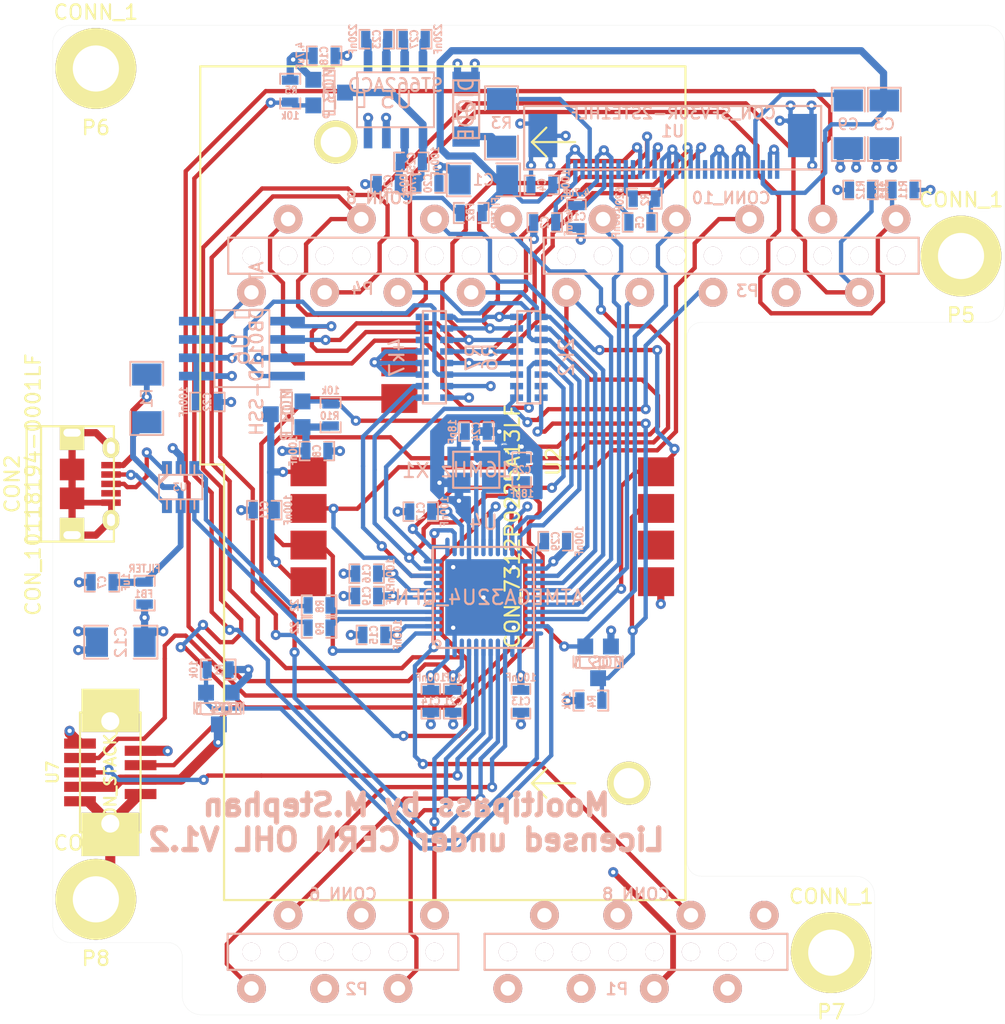
<source format=kicad_pcb>
(kicad_pcb (version 3) (host pcbnew "(2013-07-07 BZR 4022)-stable")
  (title_block (title Mooltipass) (rev 1.0))
  (layers (15 Top.Cu signal) (2 Interne2.Cu power hide) (1 Interne1.Cu power hide) (0 Bottom.Cu signal))
  (net 0 "")
  (net 1 +12V)
  (net 2 +3.3V)
  (net 3 +5V)
  (net 4 /12V_F)
  (net 5 /AREF)
  (net 6 /BL_POWER)
  (net 7 /DETECT_SC)
  (net 8 /FLASH_HV_nS)
  (net 9 /FLASH_nS)
  (net 10 /I2C_SCL)
  (net 11 /I2C_SDA)
  (net 12 /LCD_DnC)
  (net 13 /LCD_HV_DnC)
  (net 14 /LCD_HV_SS)
  (net 15 /LCD_HV_nRES)
  (net 16 /LCD_SS)
  (net 17 /LCD_nRES)
  (net 18 /LED_CAT)
  (net 19 /LED_PWM)
  (net 20 /PB4)
  (net 21 /PB5)
  (net 22 /PB6)
  (net 23 /PC6)
  (net 24 /PD2)
  (net 25 /PD3)
  (net 26 /PE6)
  (net 27 /PF0)
  (net 28 /PF1)
  (net 29 /PF6)
  (net 30 /PF7)
  (net 31 /SC_IO)
  (net 32 /SPI2_CLK)
  (net 33 /SPI2_HV_SCK)
  (net 34 /SPI2_MOSI)
  (net 35 /SPI_MISO)
  (net 36 /SPI_MOSI)
  (net 37 /SPI_SCK)
  (net 38 /USB_D+)
  (net 39 /USB_D-)
  (net 40 /VCC_SC)
  (net 41 /nCHANGE)
  (net 42 /nRESET)
  (net 43 GND)
  (net 44 N-000001)
  (net 45 N-0000016)
  (net 46 N-0000017)
  (net 47 N-0000018)
  (net 48 N-000002)
  (net 49 N-000003)
  (net 50 N-000004)
  (net 51 N-0000041)
  (net 52 N-0000042)
  (net 53 N-0000043)
  (net 54 N-0000044)
  (net 55 N-0000045)
  (net 56 N-0000054)
  (net 57 N-0000057)
  (net 58 N-0000060)
  (net 59 N-0000061)
  (net 60 N-0000062)
  (net 61 VCC)
  (module CON_STACK9_DB9_9S_1V (layer Top.Cu) (at 111.12 120.58 270)
    (fp_text reference U7)
    (fp_text value CON_STACK_9)
    (pad 1 smd rect (at -2 2.1 270) (size 0.7 2.2) (layers Top.Cu Dessus.Pate Dessus.Masque) (net 3 +5V))
    (pad 3 smd rect (at -1 2.1 270) (size 0.7 2.2) (layers Top.Cu Dessus.Pate Dessus.Masque) (net 10 /I2C_SCL))
    (pad 5 smd rect (at 0 2.1 270) (size 0.7 2.2) (layers Top.Cu Dessus.Pate Dessus.Masque) (net 41 /nCHANGE))
    (pad 7 smd rect (at 1 2.1 270) (size 0.7 2.2) (layers Top.Cu Dessus.Pate Dessus.Masque) (net 18 /LED_CAT))
    (pad 9 smd rect (at 2 2.1 270) (size 0.7 2.2) (layers Top.Cu Dessus.Pate Dessus.Masque) (net 43 GND))
    (pad 4 smd rect (at -0.5 -2.1 270) (size 0.7 2.2) (layers Top.Cu Dessus.Pate Dessus.Masque) (net 11 /I2C_SDA))
    (pad 6 smd rect (at 0.5 -2.1 270) (size 0.7 2.2) (layers Top.Cu Dessus.Pate Dessus.Masque) (net 18 /LED_CAT))
    (pad 2 smd rect (at -1.5 -2.1 270) (size 0.7 2.2) (layers Top.Cu Dessus.Pate Dessus.Masque) (net 3 +5V))
    (pad 8 smd rect (at 1.5 -2.1 270) (size 0.7 2.2) (layers Top.Cu Dessus.Pate Dessus.Masque) (net 43 GND))
    (pad FIX1 thru_hole rect (at -3.55 0 270) (size 3 4) (drill 1.25 (offset -0.75 0)) (layers *.Cu *.Mask Dessus.SilkS) (net 43 GND))
    (pad FIX2 thru_hole rect (at 3.55 0 90) (size 3 4) (drill 1.25 (offset -0.75 0)) (layers *.Cu *.Mask Dessus.SilkS) (net 43 GND))
  )
  (module CON_8_THROUGH (layer Bottom.Cu) (at 129.8 84.76 180)
    (fp_text reference P4)
    (fp_text value CONN_8)
    (pad 1 thru_hole circle (at -8.89 2.54 180) (size 2 2) (drill 1) (layers *.Cu *.Mask Dessous.SilkS) (net 26 /PE6))
    (pad 2 thru_hole circle (at -6.35 -2.54 180) (size 2 2) (drill 1) (layers *.Cu *.Mask Dessous.SilkS) (net 13 /LCD_HV_DnC))
    (pad 3 thru_hole circle (at -3.81 2.54 180) (size 2 2) (drill 1) (layers *.Cu *.Mask Dessous.SilkS) (net 23 /PC6))
    (pad 4 thru_hole circle (at -1.27 -2.54 180) (size 2 2) (drill 1) (layers *.Cu *.Mask Dessous.SilkS) (net 15 /LCD_HV_nRES))
    (pad 5 thru_hole circle (at 1.27 2.54 180) (size 2 2) (drill 1) (layers *.Cu *.Mask Dessous.SilkS) (net 10 /I2C_SCL))
    (pad 6 thru_hole circle (at 3.81 -2.54 180) (size 2 2) (drill 1) (layers *.Cu *.Mask Dessous.SilkS) (net 11 /I2C_SDA))
    (pad 7 thru_hole circle (at 6.35 2.54 180) (size 2 2) (drill 1) (layers *.Cu *.Mask Dessous.SilkS) (net 25 /PD3))
    (pad 8 thru_hole circle (at 8.89 -2.54 180) (size 2 2) (drill 1) (layers *.Cu *.Mask Dessous.SilkS) (net 24 /PD2))
    (pad 101 thru_hole circle (at -8.89 0 180) (size 1.25 1.25) (drill 1.25) (layers *.Cu *.Mask Dessous.SilkS))
    (pad 102 thru_hole circle (at -6.35 0 180) (size 1.25 1.25) (drill 1.25) (layers *.Cu *.Mask Dessous.SilkS))
    (pad 103 thru_hole circle (at -3.81 0 180) (size 1.25 1.25) (drill 1.25) (layers *.Cu *.Mask Dessous.SilkS))
    (pad 104 thru_hole circle (at -1.27 0 180) (size 1.25 1.25) (drill 1.25) (layers *.Cu *.Mask Dessous.SilkS))
    (pad 105 thru_hole circle (at 1.27 0 180) (size 1.25 1.25) (drill 1.25) (layers *.Cu *.Mask Dessous.SilkS))
    (pad 106 thru_hole circle (at 3.81 0 180) (size 1.25 1.25) (drill 1.25) (layers *.Cu *.Mask Dessous.SilkS))
    (pad 107 thru_hole circle (at 6.35 0 180) (size 1.25 1.25) (drill 1.25) (layers *.Cu *.Mask Dessous.SilkS))
    (pad 108 thru_hole circle (at 8.89 0 180) (size 1.25 1.25) (drill 1.25) (layers *.Cu *.Mask Dessous.SilkS))
  )
  (module CON_6_THROUGH (layer Bottom.Cu) (at 127.26 133.02 180)
    (fp_text reference P2)
    (fp_text value CONN_6)
    (pad 1 thru_hole circle (at -6.35 2.54 180) (size 2 2) (drill 1) (layers *.Cu *.Mask Dessous.SilkS) (net 27 /PF0))
    (pad 2 thru_hole circle (at -3.81 -2.54 180) (size 2 2) (drill 1) (layers *.Cu *.Mask Dessous.SilkS) (net 28 /PF1))
    (pad 3 thru_hole circle (at -1.27 2.54 180) (size 2 2) (drill 1) (layers *.Cu *.Mask Dessous.SilkS))
    (pad 4 thru_hole circle (at 1.27 -2.54 180) (size 2 2) (drill 1) (layers *.Cu *.Mask Dessous.SilkS))
    (pad 5 thru_hole circle (at 3.81 2.54 180) (size 2 2) (drill 1) (layers *.Cu *.Mask Dessous.SilkS) (net 29 /PF6))
    (pad 6 thru_hole circle (at 6.35 -2.54 180) (size 2 2) (drill 1) (layers *.Cu *.Mask Dessous.SilkS) (net 30 /PF7))
    (pad 101 thru_hole circle (at -6.35 0 180) (size 1.25 1.25) (drill 1.25) (layers *.Cu *.Mask Dessous.SilkS))
    (pad 102 thru_hole circle (at -3.81 0 180) (size 1.25 1.25) (drill 1.25) (layers *.Cu *.Mask Dessous.SilkS))
    (pad 103 thru_hole circle (at -1.27 0 180) (size 1.25 1.25) (drill 1.25) (layers *.Cu *.Mask Dessous.SilkS))
    (pad 104 thru_hole circle (at 1.27 0 180) (size 1.25 1.25) (drill 1.25) (layers *.Cu *.Mask Dessous.SilkS))
    (pad 105 thru_hole circle (at 3.81 0 180) (size 1.25 1.25) (drill 1.25) (layers *.Cu *.Mask Dessous.SilkS))
    (pad 106 thru_hole circle (at 6.35 0 180) (size 1.25 1.25) (drill 1.25) (layers *.Cu *.Mask Dessous.SilkS))
  )
  (module CON_10_THROUGH (layer Bottom.Cu) (at 154.184 84.76 180)
    (fp_text reference P3)
    (fp_text value CONN_10)
    (pad 1 thru_hole circle (at -11.43 2.54 180) (size 2 2) (drill 1) (layers *.Cu *.Mask Dessous.SilkS) (net 10 /I2C_SCL))
    (pad 2 thru_hole circle (at -8.89 -2.54 180) (size 2 2) (drill 1) (layers *.Cu *.Mask Dessous.SilkS) (net 11 /I2C_SDA))
    (pad 3 thru_hole circle (at -6.35 2.54 180) (size 2 2) (drill 1) (layers *.Cu *.Mask Dessous.SilkS) (net 5 /AREF))
    (pad 4 thru_hole circle (at -3.81 -2.54 180) (size 2 2) (drill 1) (layers *.Cu *.Mask Dessous.SilkS) (net 43 GND))
    (pad 5 thru_hole circle (at -1.27 2.54 180) (size 2 2) (drill 1) (layers *.Cu *.Mask Dessous.SilkS) (net 37 /SPI_SCK))
    (pad 6 thru_hole circle (at 1.27 -2.54 180) (size 2 2) (drill 1) (layers *.Cu *.Mask Dessous.SilkS) (net 35 /SPI_MISO))
    (pad 7 thru_hole circle (at 3.81 2.54 180) (size 2 2) (drill 1) (layers *.Cu *.Mask Dessous.SilkS) (net 36 /SPI_MOSI))
    (pad 8 thru_hole circle (at 6.35 -2.54 180) (size 2 2) (drill 1) (layers *.Cu *.Mask Dessous.SilkS) (net 22 /PB6))
    (pad 10 thru_hole circle (at 11.43 -2.54 180) (size 2 2) (drill 1) (layers *.Cu *.Mask Dessous.SilkS) (net 20 /PB4))
    (pad 101 thru_hole circle (at -11.43 0 180) (size 1.25 1.25) (drill 1.25) (layers *.Cu *.Mask Dessous.SilkS))
    (pad 102 thru_hole circle (at -8.89 0 180) (size 1.25 1.25) (drill 1.25) (layers *.Cu *.Mask Dessous.SilkS))
    (pad 103 thru_hole circle (at -6.35 0 180) (size 1.25 1.25) (drill 1.25) (layers *.Cu *.Mask Dessous.SilkS))
    (pad 104 thru_hole circle (at -3.81 0 180) (size 1.25 1.25) (drill 1.25) (layers *.Cu *.Mask Dessous.SilkS))
    (pad 105 thru_hole circle (at -1.27 0 180) (size 1.25 1.25) (drill 1.25) (layers *.Cu *.Mask Dessous.SilkS))
    (pad 106 thru_hole circle (at 1.27 0 180) (size 1.25 1.25) (drill 1.25) (layers *.Cu *.Mask Dessous.SilkS))
    (pad 107 thru_hole circle (at 3.81 0 180) (size 1.25 1.25) (drill 1.25) (layers *.Cu *.Mask Dessous.SilkS))
    (pad 108 thru_hole circle (at 6.35 0 180) (size 1.25 1.25) (drill 1.25) (layers *.Cu *.Mask Dessous.SilkS))
    (pad 109 thru_hole circle (at 8.89 0 180) (size 1.25 1.25) (drill 1.25) (layers *.Cu *.Mask Dessous.SilkS))
    (pad 110 thru_hole circle (at 11.43 0 180) (size 1.25 1.25) (drill 1.25) (layers *.Cu *.Mask Dessous.SilkS))
    (pad 9 thru_hole circle (at 8.89 2.54 180) (size 2 2) (drill 1) (layers *.Cu *.Mask Dessous.SilkS) (net 21 /PB5))
  )
  (module CON_8_THROUGH (layer Bottom.Cu) (at 147.58 133.02 180)
    (fp_text reference P1)
    (fp_text value CONN_8)
    (pad 1 thru_hole circle (at -8.89 2.54 180) (size 2 2) (drill 1) (layers *.Cu *.Mask Dessous.SilkS))
    (pad 2 thru_hole circle (at -6.35 -2.54 180) (size 2 2) (drill 1) (layers *.Cu *.Mask Dessous.SilkS) (net 3 +5V))
    (pad 3 thru_hole circle (at -3.81 2.54 180) (size 2 2) (drill 1) (layers *.Cu *.Mask Dessous.SilkS) (net 42 /nRESET))
    (pad 4 thru_hole circle (at -1.27 -2.54 180) (size 2 2) (drill 1) (layers *.Cu *.Mask Dessous.SilkS) (net 2 +3.3V))
    (pad 5 thru_hole circle (at 1.27 2.54 180) (size 2 2) (drill 1) (layers *.Cu *.Mask Dessous.SilkS) (net 3 +5V))
    (pad 6 thru_hole circle (at 3.81 -2.54 180) (size 2 2) (drill 1) (layers *.Cu *.Mask Dessous.SilkS) (net 43 GND))
    (pad 7 thru_hole circle (at 6.35 2.54 180) (size 2 2) (drill 1) (layers *.Cu *.Mask Dessous.SilkS) (net 43 GND))
    (pad 8 thru_hole circle (at 8.89 -2.54 180) (size 2 2) (drill 1) (layers *.Cu *.Mask Dessous.SilkS))
    (pad 101 thru_hole circle (at -8.89 0 180) (size 1.25 1.25) (drill 1.25) (layers *.Cu *.Mask Dessous.SilkS))
    (pad 102 thru_hole circle (at -6.35 0 180) (size 1.25 1.25) (drill 1.25) (layers *.Cu *.Mask Dessous.SilkS))
    (pad 103 thru_hole circle (at -3.81 0 180) (size 1.25 1.25) (drill 1.25) (layers *.Cu *.Mask Dessous.SilkS))
    (pad 104 thru_hole circle (at -1.27 0 180) (size 1.25 1.25) (drill 1.25) (layers *.Cu *.Mask Dessous.SilkS))
    (pad 105 thru_hole circle (at 1.27 0 180) (size 1.25 1.25) (drill 1.25) (layers *.Cu *.Mask Dessous.SilkS))
    (pad 106 thru_hole circle (at 3.81 0 180) (size 1.25 1.25) (drill 1.25) (layers *.Cu *.Mask Dessous.SilkS))
    (pad 107 thru_hole circle (at 6.35 0 180) (size 1.25 1.25) (drill 1.25) (layers *.Cu *.Mask Dessous.SilkS))
    (pad 108 thru_hole circle (at 8.89 0 180) (size 1.25 1.25) (drill 1.25) (layers *.Cu *.Mask Dessous.SilkS))
  )
  (module CONUSB_10118194 (layer Top.Cu) (at 111.17 100.58 270)
    (fp_text reference CON2)
    (fp_text value CON_10118194-0001LF)
    (pad 1 smd rect (at -1.3 0 270) (size 0.45 1.35) (layers Top.Cu Dessus.Pate Dessus.Masque) (net 56 N-0000054))
    (pad 2 smd rect (at -0.65 0 270) (size 0.45 1.35) (layers Top.Cu Dessus.Pate Dessus.Masque) (net 58 N-0000060))
    (pad 3 smd rect (at 0 0 270) (size 0.45 1.35) (layers Top.Cu Dessus.Pate Dessus.Masque) (net 57 N-0000057))
    (pad 4 smd rect (at 0.65 0 270) (size 0.45 1.35) (layers Top.Cu Dessus.Pate Dessus.Masque))
    (pad 5 smd rect (at 1.3 0 270) (size 0.45 1.35) (layers Top.Cu Dessus.Pate Dessus.Masque) (net 43 GND))
    (pad 6 thru_hole oval (at -2.5 0 270) (size 1.4 1.15) (drill oval 0.85 0.55) (layers *.Cu *.Mask Dessus.SilkS) (net 43 GND))
    (pad 7 thru_hole oval (at 2.5 0 270) (size 1.4 1.15) (drill oval 0.85 0.55) (layers *.Cu *.Mask Dessus.SilkS) (net 43 GND))
    (pad 8 thru_hole rect (at -3.55 2.7 270) (size 1.7 1.7) (drill oval 0.55 1.2 (offset 0.35 0)) (layers *.Cu *.Mask Dessus.SilkS) (net 43 GND))
    (pad 11 thru_hole rect (at 3.55 2.7 90) (size 1.7 1.7) (drill oval 0.55 1.2 (offset 0.35 0)) (layers *.Cu *.Mask Dessus.SilkS) (net 43 GND))
    (pad 9 smd rect (at -1 2.7 90) (size 1.5 1.7) (layers Top.Cu Dessus.Pate Dessus.Masque) (net 43 GND))
    (pad 10 smd rect (at 1 2.7 90) (size 1.5 1.7) (layers Top.Cu Dessus.Pate Dessus.Masque) (net 43 GND))
  )
  (module SOT23GDS_L (layer Bottom.Cu) (at 118.65 116.15 180)
    (fp_text reference Q4)
    (fp_text value MOS_N)
    (pad S smd rect (at -0.889 1.1 180) (size 1.1 1.1) (layers Bottom.Cu Dessous.Pate Dessous.Masque) (net 43 GND))
    (pad G smd rect (at 0.889 1.1 180) (size 1.1 1.1) (layers Bottom.Cu Dessous.Pate Dessous.Masque) (net 19 /LED_PWM))
    (pad D smd rect (at 0 -1.1 180) (size 1.1 1.1) (layers Bottom.Cu Dessous.Pate Dessous.Masque) (net 18 /LED_CAT))
  )
  (module CONSMART_7312P022XA13LF (layer Top.Cu) (at 126.76 76.88 90)
    (fp_text reference U2)
    (fp_text value CON_7312P0225A13LF)
    (pad FIX1 thru_hole circle (at 0 0 90) (size 3 3) (drill 2.1) (layers *.Cu *.Mask Dessus.SilkS) (net 43 GND))
    (pad FIX2 thru_hole circle (at -44.45 20.32 90) (size 3 3) (drill 2.1) (layers *.Cu *.Mask Dessus.SilkS) (net 43 GND))
    (pad C8 smd rect (at -22.86 22.21 90) (size 2 2.5) (layers Top.Cu Dessus.Pate Dessus.Masque) (net 23 /PC6))
    (pad C7 smd rect (at -25.4 22.21 90) (size 2 2.5) (layers Top.Cu Dessus.Pate Dessus.Masque) (net 31 /SC_IO))
    (pad C6 smd rect (at -27.94 22.21 90) (size 2 2.5) (layers Top.Cu Dessus.Pate Dessus.Masque))
    (pad C5 smd rect (at -30.48 22.21 90) (size 2 2.5) (layers Top.Cu Dessus.Pate Dessus.Masque) (net 43 GND))
    (pad C4 smd rect (at -22.86 -1.89 90) (size 2 2.5) (layers Top.Cu Dessus.Pate Dessus.Masque) (net 40 /VCC_SC))
    (pad C3 smd rect (at -25.4 -1.89 90) (size 2 2.5) (layers Top.Cu Dessus.Pate Dessus.Masque) (net 37 /SPI_SCK))
    (pad C2 smd rect (at -27.94 -1.89 90) (size 2 2.5) (layers Top.Cu Dessus.Pate Dessus.Masque) (net 26 /PE6))
    (pad C1 smd rect (at -30.48 -1.89 90) (size 2 2.5) (layers Top.Cu Dessus.Pate Dessus.Masque) (net 40 /VCC_SC))
    (pad S1 smd rect (at -17.78 4.41 90) (size 2 2.5) (layers Top.Cu Dessus.Pate Dessus.Masque) (net 7 /DETECT_SC))
    (pad S2 smd rect (at -15.24 4.41 90) (size 2 2.5) (layers Top.Cu Dessus.Pate Dessus.Masque) (net 43 GND))
  )
  (module QFN44 (layer Bottom.Cu) (at 137 108.45)
    (fp_text reference U4)
    (fp_text value ATMEGA32U4_QFN)
    (pad 1 smd oval (at -3.5 2.5 270) (size 0.3 1.3) (layers Bottom.Cu Dessous.Pate Dessous.Masque) (net 26 /PE6))
    (pad 2 smd oval (at -3.5 2 270) (size 0.3 1.3) (layers Bottom.Cu Dessous.Pate Dessous.Masque) (net 3 +5V))
    (pad 3 smd oval (at -3.5 1.5 270) (size 0.3 1.3) (layers Bottom.Cu Dessous.Pate Dessous.Masque) (net 59 N-0000061))
    (pad 4 smd oval (at -3.5 1 270) (size 0.3 1.3) (layers Bottom.Cu Dessous.Pate Dessous.Masque) (net 60 N-0000062))
    (pad 5 smd oval (at -3.5 0.5 270) (size 0.3 1.3) (layers Bottom.Cu Dessous.Pate Dessous.Masque) (net 43 GND))
    (pad 6 smd oval (at -3.5 0 270) (size 0.3 1.3) (layers Bottom.Cu Dessous.Pate Dessous.Masque) (net 2 +3.3V))
    (pad 7 smd oval (at -3.5 -0.5 270) (size 0.3 1.3) (layers Bottom.Cu Dessous.Pate Dessous.Masque) (net 3 +5V))
    (pad 8 smd oval (at -3.5 -1 270) (size 0.3 1.3) (layers Bottom.Cu Dessous.Pate Dessous.Masque))
    (pad 9 smd oval (at -3.5 -1.5 270) (size 0.3 1.3) (layers Bottom.Cu Dessous.Pate Dessous.Masque) (net 37 /SPI_SCK))
    (pad 10 smd oval (at -3.5 -2 270) (size 0.3 1.3) (layers Bottom.Cu Dessous.Pate Dessous.Masque) (net 36 /SPI_MOSI))
    (pad 11 smd oval (at -3.5 -2.5 270) (size 0.3 1.3) (layers Bottom.Cu Dessous.Pate Dessous.Masque) (net 35 /SPI_MISO))
    (pad 12 smd oval (at -2.5 -3.5) (size 0.3 1.3) (layers Bottom.Cu Dessous.Pate Dessous.Masque) (net 8 /FLASH_HV_nS))
    (pad 13 smd oval (at -2 -3.5) (size 0.3 1.3) (layers Bottom.Cu Dessous.Pate Dessous.Masque) (net 42 /nRESET))
    (pad 14 smd oval (at -1.5 -3.5) (size 0.3 1.3) (layers Bottom.Cu Dessous.Pate Dessous.Masque) (net 3 +5V))
    (pad 15 smd oval (at -1 -3.5) (size 0.3 1.3) (layers Bottom.Cu Dessous.Pate Dessous.Masque) (net 43 GND))
    (pad 16 smd oval (at -0.5 -3.5) (size 0.3 1.3) (layers Bottom.Cu Dessous.Pate Dessous.Masque) (net 47 N-0000018))
    (pad 17 smd oval (at 0 -3.5) (size 0.3 1.3) (layers Bottom.Cu Dessous.Pate Dessous.Masque) (net 46 N-0000017))
    (pad 18 smd oval (at 0.5 -3.5) (size 0.3 1.3) (layers Bottom.Cu Dessous.Pate Dessous.Masque) (net 10 /I2C_SCL))
    (pad 19 smd oval (at 1 -3.5) (size 0.3 1.3) (layers Bottom.Cu Dessous.Pate Dessous.Masque) (net 11 /I2C_SDA))
    (pad 20 smd oval (at 1.5 -3.5) (size 0.3 1.3) (layers Bottom.Cu Dessous.Pate Dessous.Masque) (net 24 /PD2))
    (pad 21 smd oval (at 2 -3.5) (size 0.3 1.3) (layers Bottom.Cu Dessous.Pate Dessous.Masque) (net 25 /PD3))
    (pad 22 smd oval (at 2.5 -3.5) (size 0.3 1.3) (layers Bottom.Cu Dessous.Pate Dessous.Masque) (net 33 /SPI2_HV_SCK))
    (pad 23 smd oval (at 3.5 -2.5 270) (size 0.3 1.3) (layers Bottom.Cu Dessous.Pate Dessous.Masque) (net 43 GND))
    (pad 24 smd oval (at 3.5 -2 270) (size 0.3 1.3) (layers Bottom.Cu Dessous.Pate Dessous.Masque) (net 3 +5V))
    (pad 25 smd oval (at 3.5 -1.5 270) (size 0.3 1.3) (layers Bottom.Cu Dessous.Pate Dessous.Masque) (net 15 /LCD_HV_nRES))
    (pad 26 smd oval (at 3.5 -1 270) (size 0.3 1.3) (layers Bottom.Cu Dessous.Pate Dessous.Masque) (net 14 /LCD_HV_SS))
    (pad 27 smd oval (at 3.5 -0.5 270) (size 0.3 1.3) (layers Bottom.Cu Dessous.Pate Dessous.Masque) (net 13 /LCD_HV_DnC))
    (pad 28 smd oval (at 3.5 0 270) (size 0.3 1.3) (layers Bottom.Cu Dessous.Pate Dessous.Masque) (net 20 /PB4))
    (pad 29 smd oval (at 3.5 0.5 270) (size 0.3 1.3) (layers Bottom.Cu Dessous.Pate Dessous.Masque) (net 21 /PB5))
    (pad 30 smd oval (at 3.5 1 270) (size 0.3 1.3) (layers Bottom.Cu Dessous.Pate Dessous.Masque) (net 22 /PB6))
    (pad 31 smd oval (at 3.5 1.5 270) (size 0.3 1.3) (layers Bottom.Cu Dessous.Pate Dessous.Masque) (net 23 /PC6))
    (pad 32 smd oval (at 3.5 2 270) (size 0.3 1.3) (layers Bottom.Cu Dessous.Pate Dessous.Masque) (net 19 /LED_PWM))
    (pad 33 smd oval (at 3.5 2.5 270) (size 0.3 1.3) (layers Bottom.Cu Dessous.Pate Dessous.Masque) (net 6 /BL_POWER))
    (pad 34 smd oval (at 2.5 3.5) (size 0.3 1.3) (layers Bottom.Cu Dessous.Pate Dessous.Masque) (net 3 +5V))
    (pad 35 smd oval (at 2 3.5) (size 0.3 1.3) (layers Bottom.Cu Dessous.Pate Dessous.Masque) (net 43 GND))
    (pad 36 smd oval (at 1.5 3.5) (size 0.3 1.3) (layers Bottom.Cu Dessous.Pate Dessous.Masque) (net 30 /PF7))
    (pad 37 smd oval (at 1 3.5) (size 0.3 1.3) (layers Bottom.Cu Dessous.Pate Dessous.Masque) (net 29 /PF6))
    (pad 38 smd oval (at 0.5 3.5) (size 0.3 1.3) (layers Bottom.Cu Dessous.Pate Dessous.Masque) (net 7 /DETECT_SC))
    (pad 39 smd oval (at 0 3.5) (size 0.3 1.3) (layers Bottom.Cu Dessous.Pate Dessous.Masque) (net 41 /nCHANGE))
    (pad 40 smd oval (at -0.5 3.5) (size 0.3 1.3) (layers Bottom.Cu Dessous.Pate Dessous.Masque) (net 28 /PF1))
    (pad 41 smd oval (at -1 3.5) (size 0.3 1.3) (layers Bottom.Cu Dessous.Pate Dessous.Masque) (net 27 /PF0))
    (pad 42 smd oval (at -1.5 3.5) (size 0.3 1.3) (layers Bottom.Cu Dessous.Pate Dessous.Masque) (net 5 /AREF))
    (pad 43 smd oval (at -2 3.5) (size 0.3 1.3) (layers Bottom.Cu Dessous.Pate Dessous.Masque) (net 43 GND))
    (pad 44 smd oval (at -2.5 3.5) (size 0.3 1.3) (layers Bottom.Cu Dessous.Pate Dessous.Masque) (net 3 +5V))
    (pad 45 smd rect (at 0 0) (size 5.3 5.3) (layers Bottom.Cu Dessous.Pate Dessous.Masque) (net 43 GND))
  )
  (module RNETWORK8_0603 (layer Bottom.Cu) (at 133.6 91.8 270)
    (fp_text reference R7)
    (fp_text value 4k7)
    (pad 1 smd rect (at -2.8 -0.85 270) (size 0.45 0.9) (layers Bottom.Cu Dessous.Pate Dessous.Masque) (net 12 /LCD_DnC))
    (pad 2 smd rect (at -2 -0.85 270) (size 0.45 0.9) (layers Bottom.Cu Dessous.Pate Dessous.Masque) (net 16 /LCD_SS))
    (pad 3 smd rect (at -1.2 -0.85 270) (size 0.45 0.9) (layers Bottom.Cu Dessous.Pate Dessous.Masque) (net 17 /LCD_nRES))
    (pad 4 smd rect (at -0.4 -0.85 270) (size 0.45 0.9) (layers Bottom.Cu Dessous.Pate Dessous.Masque) (net 32 /SPI2_CLK))
    (pad 5 smd rect (at 0.4 -0.85 270) (size 0.45 0.9) (layers Bottom.Cu Dessous.Pate Dessous.Masque) (net 34 /SPI2_MOSI))
    (pad 6 smd rect (at 1.2 -0.85 270) (size 0.45 0.9) (layers Bottom.Cu Dessous.Pate Dessous.Masque) (net 9 /FLASH_nS))
    (pad 7 smd rect (at 2 -0.85 270) (size 0.45 0.9) (layers Bottom.Cu Dessous.Pate Dessous.Masque) (net 3 +5V))
    (pad 8 smd rect (at 2.8 -0.85 270) (size 0.45 0.9) (layers Bottom.Cu Dessous.Pate Dessous.Masque) (net 43 GND))
    (pad 9 smd rect (at 2.8 0.85 270) (size 0.45 0.9) (layers Bottom.Cu Dessous.Pate Dessous.Masque) (net 36 /SPI_MOSI))
    (pad 10 smd rect (at 2 0.85 270) (size 0.45 0.9) (layers Bottom.Cu Dessous.Pate Dessous.Masque) (net 42 /nRESET))
    (pad 11 smd rect (at 1.2 0.85 270) (size 0.45 0.9) (layers Bottom.Cu Dessous.Pate Dessous.Masque) (net 43 GND))
    (pad 12 smd rect (at 0.4 0.85 270) (size 0.45 0.9) (layers Bottom.Cu Dessous.Pate Dessous.Masque) (net 43 GND))
    (pad 13 smd rect (at -0.4 0.85 270) (size 0.45 0.9) (layers Bottom.Cu Dessous.Pate Dessous.Masque) (net 43 GND))
    (pad 14 smd rect (at -1.2 0.85 270) (size 0.45 0.9) (layers Bottom.Cu Dessous.Pate Dessous.Masque) (net 43 GND))
    (pad 15 smd rect (at -2 0.85 270) (size 0.45 0.9) (layers Bottom.Cu Dessous.Pate Dessous.Masque) (net 43 GND))
    (pad 16 smd rect (at -2.8 0.85 270) (size 0.45 0.9) (layers Bottom.Cu Dessous.Pate Dessous.Masque) (net 43 GND))
  )
  (module RNETWORK8_0603 (layer Bottom.Cu) (at 140.15 91.8 90)
    (fp_text reference R6)
    (fp_text value 2k2)
    (pad 1 smd rect (at -2.8 -0.85 90) (size 0.45 0.9) (layers Bottom.Cu Dessous.Pate Dessous.Masque) (net 35 /SPI_MISO))
    (pad 2 smd rect (at -2 -0.85 90) (size 0.45 0.9) (layers Bottom.Cu Dessous.Pate Dessous.Masque) (net 35 /SPI_MISO))
    (pad 3 smd rect (at -1.2 -0.85 90) (size 0.45 0.9) (layers Bottom.Cu Dessous.Pate Dessous.Masque) (net 9 /FLASH_nS))
    (pad 4 smd rect (at -0.4 -0.85 90) (size 0.45 0.9) (layers Bottom.Cu Dessous.Pate Dessous.Masque) (net 34 /SPI2_MOSI))
    (pad 5 smd rect (at 0.4 -0.85 90) (size 0.45 0.9) (layers Bottom.Cu Dessous.Pate Dessous.Masque) (net 32 /SPI2_CLK))
    (pad 6 smd rect (at 1.2 -0.85 90) (size 0.45 0.9) (layers Bottom.Cu Dessous.Pate Dessous.Masque) (net 17 /LCD_nRES))
    (pad 7 smd rect (at 2 -0.85 90) (size 0.45 0.9) (layers Bottom.Cu Dessous.Pate Dessous.Masque) (net 16 /LCD_SS))
    (pad 8 smd rect (at 2.8 -0.85 90) (size 0.45 0.9) (layers Bottom.Cu Dessous.Pate Dessous.Masque) (net 12 /LCD_DnC))
    (pad 9 smd rect (at 2.8 0.85 90) (size 0.45 0.9) (layers Bottom.Cu Dessous.Pate Dessous.Masque) (net 13 /LCD_HV_DnC))
    (pad 10 smd rect (at 2 0.85 90) (size 0.45 0.9) (layers Bottom.Cu Dessous.Pate Dessous.Masque) (net 14 /LCD_HV_SS))
    (pad 11 smd rect (at 1.2 0.85 90) (size 0.45 0.9) (layers Bottom.Cu Dessous.Pate Dessous.Masque) (net 15 /LCD_HV_nRES))
    (pad 12 smd rect (at 0.4 0.85 90) (size 0.45 0.9) (layers Bottom.Cu Dessous.Pate Dessous.Masque) (net 33 /SPI2_HV_SCK))
    (pad 13 smd rect (at -0.4 0.85 90) (size 0.45 0.9) (layers Bottom.Cu Dessous.Pate Dessous.Masque) (net 25 /PD3))
    (pad 14 smd rect (at -1.2 0.85 90) (size 0.45 0.9) (layers Bottom.Cu Dessous.Pate Dessous.Masque) (net 8 /FLASH_HV_nS))
    (pad 15 smd rect (at -2 0.85 90) (size 0.45 0.9) (layers Bottom.Cu Dessous.Pate Dessous.Masque) (net 31 /SC_IO))
    (pad 16 smd rect (at -2.8 0.85 90) (size 0.45 0.9) (layers Bottom.Cu Dessous.Pate Dessous.Masque) (net 31 /SC_IO))
  )
  (module SM0603_Capa (layer Bottom.Cu) (at 121.8 102.4 180)
    (fp_text reference C11)
    (fp_text value 100nF)
    (pad 1 smd rect (at -0.762 0 180) (size 0.635 1.143) (layers Bottom.Cu Dessous.Pate Dessous.Masque) (net 40 /VCC_SC))
    (pad 2 smd rect (at 0.762 0 180) (size 0.635 1.143) (layers Bottom.Cu Dessous.Pate Dessous.Masque) (net 43 GND))
  )
  (module SM0603_Capa (layer Bottom.Cu) (at 136.5 96.95)
    (fp_text reference C24)
    (fp_text value 18pF)
    (pad 1 smd rect (at -0.762 0) (size 0.635 1.143) (layers Bottom.Cu Dessous.Pate Dessous.Masque) (net 47 N-0000018))
    (pad 2 smd rect (at 0.762 0) (size 0.635 1.143) (layers Bottom.Cu Dessous.Pate Dessous.Masque) (net 43 GND))
  )
  (module SM0603_Capa (layer Bottom.Cu) (at 139.65 99.6 90)
    (fp_text reference C26)
    (fp_text value 18pF)
    (pad 1 smd rect (at -0.762 0 90) (size 0.635 1.143) (layers Bottom.Cu Dessous.Pate Dessous.Masque) (net 46 N-0000017))
    (pad 2 smd rect (at 0.762 0 90) (size 0.635 1.143) (layers Bottom.Cu Dessous.Pate Dessous.Masque) (net 43 GND))
  )
  (module SM0603_Capa (layer Bottom.Cu) (at 117.85 94.9)
    (fp_text reference C22)
    (fp_text value 100nF)
    (pad 1 smd rect (at -0.762 0) (size 0.635 1.143) (layers Bottom.Cu Dessous.Pate Dessous.Masque) (net 2 +3.3V))
    (pad 2 smd rect (at 0.762 0) (size 0.635 1.143) (layers Bottom.Cu Dessous.Pate Dessous.Masque) (net 43 GND))
  )
  (module SM0603_Capa (layer Bottom.Cu) (at 128.9 106.8 180)
    (fp_text reference C16)
    (fp_text value 100nF)
    (pad 1 smd rect (at -0.762 0 180) (size 0.635 1.143) (layers Bottom.Cu Dessous.Pate Dessous.Masque) (net 3 +5V))
    (pad 2 smd rect (at 0.762 0 180) (size 0.635 1.143) (layers Bottom.Cu Dessous.Pate Dessous.Masque) (net 43 GND))
  )
  (module SM0603_Capa (layer Bottom.Cu) (at 133.35 115.65 270)
    (fp_text reference C14)
    (fp_text value 100nF)
    (pad 1 smd rect (at -0.762 0 270) (size 0.635 1.143) (layers Bottom.Cu Dessous.Pate Dessous.Masque) (net 3 +5V))
    (pad 2 smd rect (at 0.762 0 270) (size 0.635 1.143) (layers Bottom.Cu Dessous.Pate Dessous.Masque) (net 43 GND))
  )
  (module SM0603_Capa (layer Bottom.Cu) (at 141.05 79.85 180)
    (fp_text reference C4)
    (fp_text value 100nF)
    (pad 1 smd rect (at -0.762 0 180) (size 0.635 1.143) (layers Bottom.Cu Dessous.Pate Dessous.Masque) (net 4 /12V_F))
    (pad 2 smd rect (at 0.762 0 180) (size 0.635 1.143) (layers Bottom.Cu Dessous.Pate Dessous.Masque) (net 43 GND))
  )
  (module SM0603_Capa (layer Bottom.Cu) (at 125.45 98.3)
    (fp_text reference C8)
    (fp_text value 100nF)
    (pad 1 smd rect (at -0.762 0) (size 0.635 1.143) (layers Bottom.Cu Dessous.Pate Dessous.Masque) (net 3 +5V))
    (pad 2 smd rect (at 0.762 0) (size 0.635 1.143) (layers Bottom.Cu Dessous.Pate Dessous.Masque) (net 43 GND))
  )
  (module SM0603_Capa (layer Bottom.Cu) (at 141.25 82.45 180)
    (fp_text reference C2)
    (fp_text value 4.7uF)
    (pad 1 smd rect (at -0.762 0 180) (size 0.635 1.143) (layers Bottom.Cu Dessous.Pate Dessous.Masque) (net 2 +3.3V))
    (pad 2 smd rect (at 0.762 0 180) (size 0.635 1.143) (layers Bottom.Cu Dessous.Pate Dessous.Masque) (net 43 GND))
  )
  (module SM0603_Capa (layer Bottom.Cu) (at 147.85 82.45)
    (fp_text reference C5)
    (fp_text value 100nF)
    (pad 1 smd rect (at -0.762 0) (size 0.635 1.143) (layers Bottom.Cu Dessous.Pate Dessous.Masque) (net 2 +3.3V))
    (pad 2 smd rect (at 0.762 0) (size 0.635 1.143) (layers Bottom.Cu Dessous.Pate Dessous.Masque) (net 43 GND))
  )
  (module SM0603_Capa (layer Bottom.Cu) (at 143.45 82.05 270)
    (fp_text reference C10)
    (fp_text value 4.7uF)
    (pad 1 smd rect (at -0.762 0 270) (size 0.635 1.143) (layers Bottom.Cu Dessous.Pate Dessous.Masque) (net 49 N-000003))
    (pad 2 smd rect (at 0.762 0 270) (size 0.635 1.143) (layers Bottom.Cu Dessous.Pate Dessous.Masque) (net 43 GND))
  )
  (module SM0603_Capa (layer Bottom.Cu) (at 129.4 111.05 180)
    (fp_text reference C15)
    (fp_text value 100nF)
    (pad 1 smd rect (at -0.762 0 180) (size 0.635 1.143) (layers Bottom.Cu Dessous.Pate Dessous.Masque) (net 3 +5V))
    (pad 2 smd rect (at 0.762 0 180) (size 0.635 1.143) (layers Bottom.Cu Dessous.Pate Dessous.Masque) (net 43 GND))
  )
  (module SM0603_Capa (layer Bottom.Cu) (at 134.9 115.65 270)
    (fp_text reference C21)
    (fp_text value 1uF)
    (pad 1 smd rect (at -0.762 0 270) (size 0.635 1.143) (layers Bottom.Cu Dessous.Pate Dessous.Masque) (net 5 /AREF))
    (pad 2 smd rect (at 0.762 0 270) (size 0.635 1.143) (layers Bottom.Cu Dessous.Pate Dessous.Masque) (net 43 GND))
  )
  (module SM0603_Capa (layer Bottom.Cu) (at 133.15 79.75)
    (fp_text reference C20)
    (fp_text value 100nF)
    (pad 1 smd rect (at -0.762 0) (size 0.635 1.143) (layers Bottom.Cu Dessous.Pate Dessous.Masque) (net 51 N-0000041))
    (pad 2 smd rect (at 0.762 0) (size 0.635 1.143) (layers Bottom.Cu Dessous.Pate Dessous.Masque) (net 43 GND))
  )
  (module SM0603_Capa (layer Bottom.Cu) (at 129.6 69.75)
    (fp_text reference C23)
    (fp_text value 220nF)
    (pad 1 smd rect (at -0.762 0) (size 0.635 1.143) (layers Bottom.Cu Dessous.Pate Dessous.Masque) (net 55 N-0000045))
    (pad 2 smd rect (at 0.762 0) (size 0.635 1.143) (layers Bottom.Cu Dessous.Pate Dessous.Masque) (net 54 N-0000044))
  )
  (module SM0603_Capa (layer Bottom.Cu) (at 132.2 69.75 180)
    (fp_text reference C27)
    (fp_text value 220nF)
    (pad 1 smd rect (at -0.762 0 180) (size 0.635 1.143) (layers Bottom.Cu Dessous.Pate Dessous.Masque) (net 53 N-0000043))
    (pad 2 smd rect (at 0.762 0 180) (size 0.635 1.143) (layers Bottom.Cu Dessous.Pate Dessous.Masque) (net 52 N-0000042))
  )
  (module SM0603_Capa (layer Bottom.Cu) (at 130.4 79.8 180)
    (fp_text reference C28)
    (fp_text value 4.7uF)
    (pad 1 smd rect (at -0.762 0 180) (size 0.635 1.143) (layers Bottom.Cu Dessous.Pate Dessous.Masque) (net 1 +12V))
    (pad 2 smd rect (at 0.762 0 180) (size 0.635 1.143) (layers Bottom.Cu Dessous.Pate Dessous.Masque) (net 43 GND))
  )
  (module SM0603_Capa (layer Bottom.Cu) (at 132 78.25 180)
    (fp_text reference C25)
    (fp_text value 100nF)
    (pad 1 smd rect (at -0.762 0 180) (size 0.635 1.143) (layers Bottom.Cu Dessous.Pate Dessous.Masque) (net 51 N-0000041))
    (pad 2 smd rect (at 0.762 0 180) (size 0.635 1.143) (layers Bottom.Cu Dessous.Pate Dessous.Masque) (net 1 +12V))
  )
  (module SM0603_Capa (layer Bottom.Cu) (at 128.9 108.35 180)
    (fp_text reference C19)
    (fp_text value 1uF)
    (pad 1 smd rect (at -0.762 0 180) (size 0.635 1.143) (layers Bottom.Cu Dessous.Pate Dessous.Masque) (net 2 +3.3V))
    (pad 2 smd rect (at 0.762 0 180) (size 0.635 1.143) (layers Bottom.Cu Dessous.Pate Dessous.Masque) (net 43 GND))
  )
  (module SM0603_Capa (layer Bottom.Cu) (at 125.95 70.9)
    (fp_text reference C18)
    (fp_text value 4.7uF)
    (pad 1 smd rect (at -0.762 0) (size 0.635 1.143) (layers Bottom.Cu Dessous.Pate Dessous.Masque) (net 3 +5V))
    (pad 2 smd rect (at 0.762 0) (size 0.635 1.143) (layers Bottom.Cu Dessous.Pate Dessous.Masque) (net 43 GND))
  )
  (module SM0603_Capa (layer Bottom.Cu) (at 132.65 102.5 180)
    (fp_text reference C17)
    (fp_text value 100nF)
    (pad 1 smd rect (at -0.762 0 180) (size 0.635 1.143) (layers Bottom.Cu Dessous.Pate Dessous.Masque) (net 3 +5V))
    (pad 2 smd rect (at 0.762 0 180) (size 0.635 1.143) (layers Bottom.Cu Dessous.Pate Dessous.Masque) (net 43 GND))
  )
  (module SM0603_Capa (layer Bottom.Cu) (at 110.55 107.4 180)
    (fp_text reference C7)
    (fp_text value 1uF)
    (pad 1 smd rect (at -0.762 0 180) (size 0.635 1.143) (layers Bottom.Cu Dessous.Pate Dessous.Masque) (net 61 VCC))
    (pad 2 smd rect (at 0.762 0 180) (size 0.635 1.143) (layers Bottom.Cu Dessous.Pate Dessous.Masque) (net 43 GND))
  )
  (module SM0603_Capa (layer Bottom.Cu) (at 142 104.55 180)
    (fp_text reference C29)
    (fp_text value 100nF)
    (pad 1 smd rect (at -0.762 0 180) (size 0.635 1.143) (layers Bottom.Cu Dessous.Pate Dessous.Masque) (net 3 +5V))
    (pad 2 smd rect (at 0.762 0 180) (size 0.635 1.143) (layers Bottom.Cu Dessous.Pate Dessous.Masque) (net 43 GND))
  )
  (module SM0603_Capa (layer Bottom.Cu) (at 139.6 115.65 270)
    (fp_text reference C13)
    (fp_text value 100nF)
    (pad 1 smd rect (at -0.762 0 270) (size 0.635 1.143) (layers Bottom.Cu Dessous.Pate Dessous.Masque) (net 3 +5V))
    (pad 2 smd rect (at 0.762 0 270) (size 0.635 1.143) (layers Bottom.Cu Dessous.Pate Dessous.Masque) (net 43 GND))
  )
  (module SM0603_Resistor (layer Bottom.Cu) (at 126.4 95.8 270)
    (fp_text reference R10)
    (fp_text value 10k)
    (pad 1 smd rect (at -0.762 0 270) (size 0.635 1.143) (layers Bottom.Cu Dessous.Pate Dessous.Masque) (net 20 /PB4))
    (pad 2 smd rect (at 0.762 0 270) (size 0.635 1.143) (layers Bottom.Cu Dessous.Pate Dessous.Masque) (net 3 +5V))
  )
  (module SM0603_Resistor (layer Bottom.Cu) (at 144.45 115.6)
    (fp_text reference R4)
    (fp_text value 10k)
    (pad 1 smd rect (at -0.762 0) (size 0.635 1.143) (layers Bottom.Cu Dessous.Pate Dessous.Masque) (net 3 +5V))
    (pad 2 smd rect (at 0.762 0) (size 0.635 1.143) (layers Bottom.Cu Dessous.Pate Dessous.Masque) (net 31 /SC_IO))
  )
  (module SM0603_Resistor (layer Bottom.Cu) (at 148.15 80.8)
    (fp_text reference R2)
    (fp_text value 620k)
    (pad 1 smd rect (at -0.762 0) (size 0.635 1.143) (layers Bottom.Cu Dessous.Pate Dessous.Masque) (net 50 N-000004))
    (pad 2 smd rect (at 0.762 0) (size 0.635 1.143) (layers Bottom.Cu Dessous.Pate Dessous.Masque) (net 43 GND))
  )
  (module SM0603_Resistor (layer Bottom.Cu) (at 113.5 108.15 270)
    (fp_text reference FB1)
    (fp_text value FILTER)
    (pad 1 smd rect (at -0.762 0 270) (size 0.635 1.143) (layers Bottom.Cu Dessous.Pate Dessous.Masque) (net 61 VCC))
    (pad 2 smd rect (at 0.762 0 270) (size 0.635 1.143) (layers Bottom.Cu Dessous.Pate Dessous.Masque) (net 3 +5V))
  )
  (module SM0603_Resistor (layer Bottom.Cu) (at 136.15 81.8 180)
    (fp_text reference FB2)
    (fp_text value FILTER)
    (pad 1 smd rect (at -0.762 0 180) (size 0.635 1.143) (layers Bottom.Cu Dessous.Pate Dessous.Masque) (net 4 /12V_F))
    (pad 2 smd rect (at 0.762 0 180) (size 0.635 1.143) (layers Bottom.Cu Dessous.Pate Dessous.Masque) (net 1 +12V))
  )
  (module SM0603_Resistor (layer Bottom.Cu) (at 123.6 73.35 90)
    (fp_text reference R5)
    (fp_text value 10k)
    (pad 1 smd rect (at -0.762 0 90) (size 0.635 1.143) (layers Bottom.Cu Dessous.Pate Dessous.Masque) (net 6 /BL_POWER))
    (pad 2 smd rect (at 0.762 0 90) (size 0.635 1.143) (layers Bottom.Cu Dessous.Pate Dessous.Masque) (net 3 +5V))
  )
  (module SM0603_Resistor (layer Bottom.Cu) (at 125.6 110.55)
    (fp_text reference R9)
    (fp_text value 22)
    (pad 1 smd rect (at -0.762 0) (size 0.635 1.143) (layers Bottom.Cu Dessous.Pate Dessous.Masque) (net 39 /USB_D-))
    (pad 2 smd rect (at 0.762 0) (size 0.635 1.143) (layers Bottom.Cu Dessous.Pate Dessous.Masque) (net 59 N-0000061))
  )
  (module SM0603_Resistor (layer Bottom.Cu) (at 125.6 109)
    (fp_text reference R8)
    (fp_text value 22)
    (pad 1 smd rect (at -0.762 0) (size 0.635 1.143) (layers Bottom.Cu Dessous.Pate Dessous.Masque) (net 38 /USB_D+))
    (pad 2 smd rect (at 0.762 0) (size 0.635 1.143) (layers Bottom.Cu Dessous.Pate Dessous.Masque) (net 60 N-0000062))
  )
  (module SM1206 (layer Bottom.Cu) (at 137 79.5 180)
    (fp_text reference C1)
    (fp_text value 10uF hide)
    (pad 1 smd rect (at -1.651 0 180) (size 1.524 2.032) (layers Bottom.Cu Dessous.Pate Dessous.Masque) (net 4 /12V_F))
    (pad 2 smd rect (at 1.651 0 180) (size 1.524 2.032) (layers Bottom.Cu Dessous.Pate Dessous.Masque) (net 43 GND))
  )
  (module SM1206 (layer Bottom.Cu) (at 138.25 75.55 270)
    (fp_text reference R3)
    (fp_text value 50 hide)
    (pad 1 smd rect (at -1.651 0 270) (size 1.524 2.032) (layers Bottom.Cu Dessous.Pate Dessous.Masque) (net 48 N-000002))
    (pad 2 smd rect (at 1.651 0 270) (size 1.524 2.032) (layers Bottom.Cu Dessous.Pate Dessous.Masque) (net 45 N-0000016))
  )
  (module SM1206 (layer Bottom.Cu) (at 111.85 111.55 180)
    (fp_text reference C12)
    (fp_text value 10uF hide)
    (pad 1 smd rect (at -1.651 0 180) (size 1.524 2.032) (layers Bottom.Cu Dessous.Pate Dessous.Masque) (net 3 +5V))
    (pad 2 smd rect (at 1.651 0 180) (size 1.524 2.032) (layers Bottom.Cu Dessous.Pate Dessous.Masque) (net 43 GND))
  )
  (module SM1206 (layer Bottom.Cu) (at 164.8 75.65 270)
    (fp_text reference C3)
    (fp_text value 10uF hide)
    (pad 1 smd rect (at -1.651 0 270) (size 1.524 2.032) (layers Bottom.Cu Dessous.Pate Dessous.Masque) (net 4 /12V_F))
    (pad 2 smd rect (at 1.651 0 270) (size 1.524 2.032) (layers Bottom.Cu Dessous.Pate Dessous.Masque) (net 43 GND))
  )
  (module SM1206 (layer Bottom.Cu) (at 162.3 75.65 270)
    (fp_text reference C9)
    (fp_text value 10uF hide)
    (pad 1 smd rect (at -1.651 0 270) (size 1.524 2.032) (layers Bottom.Cu Dessous.Pate Dessous.Masque) (net 44 N-000001))
    (pad 2 smd rect (at 1.651 0 270) (size 1.524 2.032) (layers Bottom.Cu Dessous.Pate Dessous.Masque) (net 43 GND))
  )
  (module SO8E (layer Bottom.Cu) (at 130.9 73.95)
    (fp_text reference U5)
    (fp_text value ST662ACD)
    (pad 8 smd rect (at -1.905 2.667) (size 0.59944 1.39954) (layers Bottom.Cu Dessous.Pate Dessous.Masque) (net 43 GND))
    (pad 1 smd rect (at -1.905 -2.667) (size 0.59944 1.39954) (layers Bottom.Cu Dessous.Pate Dessous.Masque) (net 55 N-0000045))
    (pad 7 smd rect (at -0.635 2.667) (size 0.59944 1.39954) (layers Bottom.Cu Dessous.Pate Dessous.Masque) (net 43 GND))
    (pad 6 smd rect (at 0.635 2.667) (size 0.59944 1.39954) (layers Bottom.Cu Dessous.Pate Dessous.Masque) (net 1 +12V))
    (pad 5 smd rect (at 1.905 2.667) (size 0.59944 1.39954) (layers Bottom.Cu Dessous.Pate Dessous.Masque) (net 51 N-0000041))
    (pad 2 smd rect (at -0.635 -2.667) (size 0.59944 1.39954) (layers Bottom.Cu Dessous.Pate Dessous.Masque) (net 54 N-0000044))
    (pad 3 smd rect (at 0.635 -2.667) (size 0.59944 1.39954) (layers Bottom.Cu Dessous.Pate Dessous.Masque) (net 52 N-0000042))
    (pad 4 smd rect (at 1.905 -2.667) (size 0.59944 1.39954) (layers Bottom.Cu Dessous.Pate Dessous.Masque) (net 53 N-0000043))
  )
  (module SOD-123 (layer Bottom.Cu) (at 135.8 74.6 90)
    (fp_text reference D1)
    (fp_text value DIODE)
    (pad 1 smd rect (at -1.9 0 90) (size 1.4 1.9) (layers Bottom.Cu Dessous.Pate Dessous.Masque) (net 45 N-0000016))
    (pad 2 smd rect (at 1.9 0 90) (size 1.4 1.9) (layers Bottom.Cu Dessous.Pate Dessous.Masque) (net 43 GND))
  )
  (module SOT23GDS_L (layer Bottom.Cu) (at 123.35 95.75 90)
    (fp_text reference Q1)
    (fp_text value MOS_P)
    (pad S smd rect (at -0.889 1.1 90) (size 1.1 1.1) (layers Bottom.Cu Dessous.Pate Dessous.Masque) (net 3 +5V))
    (pad G smd rect (at 0.889 1.1 90) (size 1.1 1.1) (layers Bottom.Cu Dessous.Pate Dessous.Masque) (net 20 /PB4))
    (pad D smd rect (at 0 -1.1 90) (size 1.1 1.1) (layers Bottom.Cu Dessous.Pate Dessous.Masque) (net 40 /VCC_SC))
  )
  (module SOT23GDS_L (layer Bottom.Cu) (at 144.95 112.95 180)
    (fp_text reference Q2)
    (fp_text value MOS_N)
    (pad S smd rect (at -0.889 1.1 180) (size 1.1 1.1) (layers Bottom.Cu Dessous.Pate Dessous.Masque) (net 43 GND))
    (pad G smd rect (at 0.889 1.1 180) (size 1.1 1.1) (layers Bottom.Cu Dessous.Pate Dessous.Masque) (net 36 /SPI_MOSI))
    (pad D smd rect (at 0 -1.1 180) (size 1.1 1.1) (layers Bottom.Cu Dessous.Pate Dessous.Masque) (net 31 /SC_IO))
  )
  (module SOT23GDS_L (layer Bottom.Cu) (at 126.3 73.45 270)
    (fp_text reference Q3)
    (fp_text value MOS_P)
    (pad S smd rect (at -0.889 1.1 270) (size 1.1 1.1) (layers Bottom.Cu Dessous.Pate Dessous.Masque) (net 3 +5V))
    (pad G smd rect (at 0.889 1.1 270) (size 1.1 1.1) (layers Bottom.Cu Dessous.Pate Dessous.Masque) (net 6 /BL_POWER))
    (pad D smd rect (at 0 -1.1 270) (size 1.1 1.1) (layers Bottom.Cu Dessous.Pate Dessous.Masque) (net 51 N-0000041))
  )
  (module tsot-6 (layer Bottom.Cu) (at 116 100.8)
    (fp_text reference U3)
    (fp_text value IP4234CZ6,125 hide)
    (pad 1 smd rect (at -0.94996 -1.30048) (size 0.69088 1.00076) (layers Bottom.Cu Dessous.Pate Dessous.Masque) (net 57 N-0000057))
    (pad 3 smd rect (at 0.94996 -1.30048) (size 0.69088 1.00076) (layers Bottom.Cu Dessous.Pate Dessous.Masque) (net 38 /USB_D+))
    (pad 2 smd rect (at 0 -1.30048) (size 0.69088 1.00076) (layers Bottom.Cu Dessous.Pate Dessous.Masque) (net 43 GND))
    (pad 4 smd rect (at 0.94996 1.30048) (size 0.69088 1.00076) (layers Bottom.Cu Dessous.Pate Dessous.Masque) (net 39 /USB_D-))
    (pad 6 smd rect (at -0.94996 1.30048) (size 0.69088 1.00076) (layers Bottom.Cu Dessous.Pate Dessous.Masque) (net 58 N-0000060))
    (pad 5 smd rect (at 0 1.30048) (size 0.69088 1.00076) (layers Bottom.Cu Dessous.Pate Dessous.Masque) (net 61 VCC))
  )
  (module XTAL_3.2_2.5 (layer Bottom.Cu) (at 136.5 99.6)
    (fp_text reference X1)
    (fp_text value 16MHz)
    (pad 1 smd rect (at -1.2 -0.9) (size 1.6 1.4) (layers Bottom.Cu Dessous.Pate Dessous.Masque) (net 47 N-0000018))
    (pad 2 smd rect (at 1.2 -0.9) (size 1.6 1.4) (layers Bottom.Cu Dessous.Pate Dessous.Masque) (net 43 GND))
    (pad 3 smd rect (at 1.2 0.9) (size 1.6 1.4) (layers Bottom.Cu Dessous.Pate Dessous.Masque) (net 46 N-0000017))
    (pad 4 smd rect (at -1.2 0.9) (size 1.6 1.4) (layers Bottom.Cu Dessous.Pate Dessous.Masque) (net 43 GND))
  )
  (module SM0603_Resistor (layer Bottom.Cu) (at 118.6 113.45)
    (fp_text reference R1)
    (fp_text value 10k)
    (pad 1 smd rect (at -0.762 0) (size 0.635 1.143) (layers Bottom.Cu Dessous.Pate Dessous.Masque) (net 19 /LED_PWM))
    (pad 2 smd rect (at 0.762 0) (size 0.635 1.143) (layers Bottom.Cu Dessous.Pate Dessous.Masque) (net 43 GND))
  )
  (module HOLE_FIX_M3_SMALL (layer Top.Cu) (at 170.12 84.78)
    (fp_text reference P5)
    (fp_text value CONN_1)
    (pad 1 thru_hole circle (at 0 0) (size 5.6 5.6) (drill 3.2) (layers *.Cu *.Mask Dessus.SilkS) (net 43 GND))
  )
  (module HOLE_FIX_M3_SMALL (layer Top.Cu) (at 110.12 71.78)
    (fp_text reference P6)
    (fp_text value CONN_1)
    (pad 1 thru_hole circle (at 0 0) (size 5.6 5.6) (drill 3.2) (layers *.Cu *.Mask Dessus.SilkS) (net 43 GND))
  )
  (module HOLE_FIX_M3_SMALL (layer Top.Cu) (at 161.12 133.08)
    (fp_text reference P7)
    (fp_text value CONN_1)
    (pad 1 thru_hole circle (at 0 0) (size 5.6 5.6) (drill 3.2) (layers *.Cu *.Mask Dessus.SilkS) (net 43 GND))
  )
  (module HOLE_FIX_M3_SMALL (layer Top.Cu) (at 110.12 129.38)
    (fp_text reference P8)
    (fp_text value CONN_1)
    (pad 1 thru_hole circle (at 0 0) (size 5.6 5.6) (drill 3.2) (layers *.Cu *.Mask Dessus.SilkS) (net 43 GND))
  )
  (module SM0603_Capa (layer Bottom.Cu) (at 163.15 80.2 180)
    (fp_text reference R12)
    (fp_text value 2k2)
    (pad 1 smd rect (at -0.762 0 180) (size 0.635 1.143) (layers Bottom.Cu Dessous.Pate Dessous.Masque) (net 11 /I2C_SDA))
    (pad 2 smd rect (at 0.762 0 180) (size 0.635 1.143) (layers Bottom.Cu Dessous.Pate Dessous.Masque) (net 3 +5V))
  )
  (module SM0603_Capa (layer Bottom.Cu) (at 166.1 80.2)
    (fp_text reference R11)
    (fp_text value 2k2)
    (pad 1 smd rect (at -0.762 0) (size 0.635 1.143) (layers Bottom.Cu Dessous.Pate Dessous.Masque) (net 10 /I2C_SCL))
    (pad 2 smd rect (at 0.762 0) (size 0.635 1.143) (layers Bottom.Cu Dessous.Pate Dessous.Masque) (net 3 +5V))
  )
  (module SM1206 (layer Bottom.Cu) (at 113.65 94.65 270)
    (fp_text reference F1)
    (fp_text value FUSE hide)
    (pad 1 smd rect (at -1.651 0 270) (size 1.524 2.032) (layers Bottom.Cu Dessous.Pate Dessous.Masque) (net 56 N-0000054))
    (pad 2 smd rect (at 1.651 0 270) (size 1.524 2.032) (layers Bottom.Cu Dessous.Pate Dessous.Masque) (net 61 VCC))
  )
  (module SO8EN (layer Bottom.Cu) (at 120.25 91.2 270)
    (fp_text reference U6)
    (fp_text value AT45DB011D-SSH)
    (pad 8 smd rect (at -1.905 3.167 270) (size 0.59944 2.39954) (layers Bottom.Cu Dessous.Pate Dessous.Masque) (net 24 /PD2))
    (pad 1 smd rect (at -1.905 -3.167 270) (size 0.59944 2.39954) (layers Bottom.Cu Dessous.Pate Dessous.Masque) (net 34 /SPI2_MOSI))
    (pad 7 smd rect (at -0.635 3.167 270) (size 0.59944 2.39954) (layers Bottom.Cu Dessous.Pate Dessous.Masque) (net 43 GND))
    (pad 6 smd rect (at 0.635 3.167 270) (size 0.59944 2.39954) (layers Bottom.Cu Dessous.Pate Dessous.Masque) (net 2 +3.3V))
    (pad 5 smd rect (at 1.905 3.167 270) (size 0.59944 2.39954) (layers Bottom.Cu Dessous.Pate Dessous.Masque) (net 2 +3.3V))
    (pad 2 smd rect (at -0.635 -3.167 270) (size 0.59944 2.39954) (layers Bottom.Cu Dessous.Pate Dessous.Masque) (net 32 /SPI2_CLK))
    (pad 3 smd rect (at 0.635 -3.167 270) (size 0.59944 2.39954) (layers Bottom.Cu Dessous.Pate Dessous.Masque) (net 2 +3.3V))
    (pad 4 smd rect (at 1.905 -3.167 270) (size 0.59944 2.39954) (layers Bottom.Cu Dessous.Pate Dessous.Masque) (net 9 /FLASH_nS))
  )
  (module CON_FPC30_CH (layer Bottom.Cu) (at 150.12 78.78)
    (fp_text reference U1)
    (fp_text value CON_SFV30R-2STE1HLF)
    (pad 1 smd rect (at 7.25 0) (size 0.3 1.3) (layers Bottom.Cu Dessous.Pate Dessous.Masque) (net 43 GND))
    (pad 2 smd rect (at 6.75 0) (size 0.3 1.3) (layers Bottom.Cu Dessous.Pate Dessous.Masque) (net 43 GND))
    (pad 3 smd rect (at 6.25 0) (size 0.3 1.3) (layers Bottom.Cu Dessous.Pate Dessous.Masque) (net 4 /12V_F))
    (pad 4 smd rect (at 5.75 0) (size 0.3 1.3) (layers Bottom.Cu Dessous.Pate Dessous.Masque) (net 44 N-000001))
    (pad 5 smd rect (at 5.25 0) (size 0.3 1.3) (layers Bottom.Cu Dessous.Pate Dessous.Masque) (net 43 GND))
    (pad 6 smd rect (at 4.75 0) (size 0.3 1.3) (layers Bottom.Cu Dessous.Pate Dessous.Masque) (net 43 GND))
    (pad 7 smd rect (at 4.25 0) (size 0.3 1.3) (layers Bottom.Cu Dessous.Pate Dessous.Masque) (net 43 GND))
    (pad 8 smd rect (at 3.75 0) (size 0.3 1.3) (layers Bottom.Cu Dessous.Pate Dessous.Masque) (net 43 GND))
    (pad 9 smd rect (at 3.25 0) (size 0.3 1.3) (layers Bottom.Cu Dessous.Pate Dessous.Masque) (net 43 GND))
    (pad 10 smd rect (at 2.75 0) (size 0.3 1.3) (layers Bottom.Cu Dessous.Pate Dessous.Masque) (net 43 GND))
    (pad 11 smd rect (at 2.25 0) (size 0.3 1.3) (layers Bottom.Cu Dessous.Pate Dessous.Masque))
    (pad 12 smd rect (at 1.75 0) (size 0.3 1.3) (layers Bottom.Cu Dessous.Pate Dessous.Masque) (net 34 /SPI2_MOSI))
    (pad 13 smd rect (at 1.25 0) (size 0.3 1.3) (layers Bottom.Cu Dessous.Pate Dessous.Masque) (net 32 /SPI2_CLK))
    (pad 14 smd rect (at 0.75 0) (size 0.3 1.3) (layers Bottom.Cu Dessous.Pate Dessous.Masque) (net 43 GND))
    (pad 15 smd rect (at 0.25 0) (size 0.3 1.3) (layers Bottom.Cu Dessous.Pate Dessous.Masque) (net 43 GND))
    (pad 16 smd rect (at -0.25 0) (size 0.3 1.3) (layers Bottom.Cu Dessous.Pate Dessous.Masque) (net 43 GND))
    (pad 17 smd rect (at -0.75 0) (size 0.3 1.3) (layers Bottom.Cu Dessous.Pate Dessous.Masque) (net 43 GND))
    (pad 18 smd rect (at -1.25 0) (size 0.3 1.3) (layers Bottom.Cu Dessous.Pate Dessous.Masque) (net 12 /LCD_DnC))
    (pad 19 smd rect (at -1.75 0) (size 0.3 1.3) (layers Bottom.Cu Dessous.Pate Dessous.Masque) (net 16 /LCD_SS))
    (pad 20 smd rect (at -2.25 0) (size 0.3 1.3) (layers Bottom.Cu Dessous.Pate Dessous.Masque) (net 17 /LCD_nRES))
    (pad 21 smd rect (at -2.75 0) (size 0.3 1.3) (layers Bottom.Cu Dessous.Pate Dessous.Masque))
    (pad 22 smd rect (at -3.25 0) (size 0.3 1.3) (layers Bottom.Cu Dessous.Pate Dessous.Masque) (net 50 N-000004))
    (pad 23 smd rect (at -3.75 0) (size 0.3 1.3) (layers Bottom.Cu Dessous.Pate Dessous.Masque))
    (pad 24 smd rect (at -4.25 0) (size 0.3 1.3) (layers Bottom.Cu Dessous.Pate Dessous.Masque) (net 2 +3.3V))
    (pad 25 smd rect (at -4.75 0) (size 0.3 1.3) (layers Bottom.Cu Dessous.Pate Dessous.Masque) (net 49 N-000003))
    (pad 26 smd rect (at -5.25 0) (size 0.3 1.3) (layers Bottom.Cu Dessous.Pate Dessous.Masque) (net 2 +3.3V))
    (pad 27 smd rect (at -5.75 0) (size 0.3 1.3) (layers Bottom.Cu Dessous.Pate Dessous.Masque) (net 48 N-000002))
    (pad 28 smd rect (at -6.25 0) (size 0.3 1.3) (layers Bottom.Cu Dessous.Pate Dessous.Masque) (net 43 GND))
    (pad 29 smd rect (at -6.75 0) (size 0.3 1.3) (layers Bottom.Cu Dessous.Pate Dessous.Masque) (net 4 /12V_F))
    (pad 30 smd rect (at -7.25 0) (size 0.3 1.3) (layers Bottom.Cu Dessous.Pate Dessous.Masque) (net 43 GND))
    (pad 31 smd rect (at -9 -2.35) (size 2 3) (layers Bottom.Cu Dessous.Pate Dessous.Masque) (net 43 GND))
    (pad 32 smd rect (at 9 -2.35) (size 2 3) (layers Bottom.Cu Dessous.Pate Dessous.Masque) (net 43 GND))
  )
  (segment (start 131.162 79.8) (end 131.162 80.312) (width 0.3) (layer Bottom.Cu) (net 1))
  (segment (start 135.2 81.8) (end 135.388 81.8) (width 0.3) (layer Bottom.Cu) (net 1))
  (segment (start 134.15 80.75) (end 135.2 81.8) (width 0.3) (layer Bottom.Cu) (net 1))
  (segment (start 131.6 80.75) (end 134.15 80.75) (width 0.3) (layer Bottom.Cu) (net 1))
  (segment (start 131.162 80.312) (end 131.6 80.75) (width 0.3) (layer Bottom.Cu) (net 1))
  (segment (start 131.162 79.8) (end 131.162 78.326) (width 0.5) (layer Bottom.Cu) (net 1))
  (segment (start 131.162 78.326) (end 131.238 78.25) (width 0.5) (layer Bottom.Cu) (net 1))
  (segment (start 131.535 76.617) (end 131.535 77.953) (width 0.5) (layer Bottom.Cu) (net 1))
  (segment (start 131.535 77.953) (end 131.238 78.25) (width 0.5) (layer Bottom.Cu) (net 1))
  (segment (start 117.083 93.105) (end 117.083 94.895) (width 0.4) (layer Bottom.Cu) (net 2))
  (segment (start 117.083 94.895) (end 117.088 94.9) (width 0.4) (layer Bottom.Cu) (net 2))
  (segment (start 123.417 91.835) (end 121.415 91.835) (width 0.4) (layer Bottom.Cu) (net 2))
  (via (at 121.4 91.85) (size 0.7) (layers Top.Cu Bottom.Cu) (net 2))
  (segment (start 121.415 91.835) (end 121.4 91.85) (width 0.4) (layer Bottom.Cu) (net 2))
  (segment (start 117.083 93.105) (end 119.545 93.105) (width 0.4) (layer Bottom.Cu) (net 2))
  (via (at 119.55 93.1) (size 0.7) (layers Top.Cu Bottom.Cu) (net 2))
  (segment (start 119.545 93.105) (end 119.55 93.1) (width 0.4) (layer Bottom.Cu) (net 2))
  (segment (start 117.083 91.835) (end 119.535 91.835) (width 0.4) (layer Bottom.Cu) (net 2))
  (via (at 119.55 91.85) (size 0.7) (layers Top.Cu Bottom.Cu) (net 2))
  (segment (start 119.535 91.835) (end 119.55 91.85) (width 0.4) (layer Bottom.Cu) (net 2))
  (segment (start 117.083 93.105) (end 117.083 91.835) (width 0.4) (layer Bottom.Cu) (net 2))
  (via (at 145.35 77.45) (size 0.7) (layers Top.Cu Bottom.Cu) (net 2))
  (via (at 130.75 108.35) (size 0.7) (layers Top.Cu Bottom.Cu) (net 2))
  (segment (start 150.15 134.26) (end 150.15 131.65) (width 0.4) (layer Top.Cu) (net 2))
  (segment (start 150.15 131.65) (end 146 127.5) (width 0.4) (layer Top.Cu) (net 2))
  (via (at 146 127.5) (size 0.7) (layers Top.Cu Bottom.Cu) (net 2))
  (segment (start 148.85 135.56) (end 150.15 134.26) (width 0.4) (layer Top.Cu) (net 2))
  (segment (start 145.87 78.88) (end 145.87 80.77) (width 0.3) (layer Bottom.Cu) (net 2))
  (segment (start 147.088 81.988) (end 147.088 82.45) (width 0.3) (layer Bottom.Cu) (net 2))
  (segment (start 145.87 80.77) (end 147.088 81.988) (width 0.3) (layer Bottom.Cu) (net 2))
  (segment (start 145.87 78.88) (end 145.87 77.97) (width 0.3) (layer Bottom.Cu) (net 2))
  (segment (start 145.87 77.97) (end 145.35 77.45) (width 0.3) (layer Bottom.Cu) (net 2))
  (segment (start 144.87 77.93) (end 145.35 77.45) (width 0.3) (layer Bottom.Cu) (net 2))
  (segment (start 144.87 77.93) (end 144.87 78.88) (width 0.3) (layer Bottom.Cu) (net 2))
  (segment (start 142.012 82.45) (end 142.012 81.188) (width 0.3) (layer Bottom.Cu) (net 2))
  (segment (start 144.87 79.58) (end 144.87 78.88) (width 0.3) (layer Bottom.Cu) (net 2))
  (segment (start 143.95 80.5) (end 144.87 79.58) (width 0.3) (layer Bottom.Cu) (net 2))
  (segment (start 142.7 80.5) (end 143.95 80.5) (width 0.3) (layer Bottom.Cu) (net 2))
  (segment (start 142.012 81.188) (end 142.7 80.5) (width 0.3) (layer Bottom.Cu) (net 2))
  (segment (start 129.662 108.35) (end 130.75 108.35) (width 0.5) (layer Bottom.Cu) (net 2))
  (segment (start 130.85 108.45) (end 130.75 108.35) (width 0.3) (layer Bottom.Cu) (net 2))
  (segment (start 130.85 108.45) (end 133.5 108.45) (width 0.3) (layer Bottom.Cu) (net 2))
  (via (at 123.8 71.161) (size 0.7) (layers Top.Cu Bottom.Cu) (net 3))
  (segment (start 123.8 71.161) (end 123.8 71.15) (width 0.5) (layer Top.Cu) (net 3))
  (segment (start 113.501 111.55) (end 114.251 110.8) (width 0.5) (layer Bottom.Cu) (net 3))
  (via (at 114.8 110.8) (size 0.7) (layers Top.Cu Bottom.Cu) (net 3))
  (segment (start 114.251 110.8) (end 114.8 110.8) (width 0.5) (layer Bottom.Cu) (net 3))
  (via (at 113.501 109.85) (size 0.7) (layers Top.Cu Bottom.Cu) (net 3))
  (segment (start 113.501 109.85) (end 113.5 109.85) (width 0.5) (layer Top.Cu) (net 3))
  (segment (start 113.5 108.912) (end 113.501 108.913) (width 0.5) (layer Bottom.Cu) (net 3))
  (segment (start 113.501 108.913) (end 113.501 109.85) (width 0.5) (layer Bottom.Cu) (net 3))
  (segment (start 113.501 109.85) (end 113.501 111.55) (width 0.5) (layer Bottom.Cu) (net 3))
  (segment (start 131 111.05) (end 130.162 111.05) (width 0.5) (layer Bottom.Cu) (net 3))
  (segment (start 113.22 119.08) (end 115.08 119.08) (width 0.7) (layer Top.Cu) (net 3))
  (via (at 115.1 119.1) (size 0.7) (layers Top.Cu Bottom.Cu) (net 3))
  (segment (start 115.08 119.08) (end 115.1 119.1) (width 0.7) (layer Top.Cu) (net 3))
  (segment (start 109.02 118.58) (end 108.3 117.86) (width 0.7) (layer Top.Cu) (net 3))
  (via (at 108.3 117.7) (size 0.7) (layers Top.Cu Bottom.Cu) (net 3))
  (segment (start 108.3 117.86) (end 108.3 117.7) (width 0.7) (layer Top.Cu) (net 3))
  (segment (start 124.688 98.3) (end 124.688 96.877) (width 0.5) (layer Bottom.Cu) (net 3))
  (segment (start 124.688 96.877) (end 124.45 96.639) (width 0.5) (layer Bottom.Cu) (net 3))
  (segment (start 124.688 98.3) (end 123.05 98.3) (width 0.5) (layer Bottom.Cu) (net 3))
  (via (at 123.05 98.3) (size 0.7) (layers Top.Cu Bottom.Cu) (net 3))
  (segment (start 124.45 96.639) (end 126.323 96.639) (width 0.5) (layer Bottom.Cu) (net 3))
  (segment (start 126.323 96.639) (end 126.4 96.562) (width 0.5) (layer Bottom.Cu) (net 3))
  (segment (start 166.862 80.2) (end 168 80.2) (width 0.3) (layer Bottom.Cu) (net 3))
  (via (at 168 80.2) (size 0.7) (layers Top.Cu Bottom.Cu) (net 3))
  (segment (start 162.388 80.2) (end 161.55 80.2) (width 0.3) (layer Bottom.Cu) (net 3))
  (via (at 161.55 80.2) (size 0.7) (layers Top.Cu Bottom.Cu) (net 3))
  (segment (start 142.85 115.6) (end 143.688 115.6) (width 0.5) (layer Bottom.Cu) (net 3))
  (via (at 142.85 115.6) (size 0.7) (layers Top.Cu Bottom.Cu) (net 3))
  (via (at 139.6 113.85) (size 0.7) (layers Top.Cu Bottom.Cu) (net 3))
  (segment (start 134.45 93.8) (end 137.5 93.8) (width 0.3) (layer Bottom.Cu) (net 3))
  (via (at 137.5 93.8) (size 0.7) (layers Top.Cu Bottom.Cu) (net 3))
  (segment (start 142.762 104.55) (end 142.762 105.038) (width 0.3) (layer Bottom.Cu) (net 3))
  (segment (start 141.35 106.45) (end 141.85 105.95) (width 0.3) (layer Bottom.Cu) (net 3))
  (via (at 141.85 105.95) (size 0.7) (layers Top.Cu Bottom.Cu) (net 3))
  (segment (start 141.35 106.45) (end 140.5 106.45) (width 0.3) (layer Bottom.Cu) (net 3))
  (segment (start 142.762 105.038) (end 141.85 105.95) (width 0.5) (layer Bottom.Cu) (net 3))
  (via (at 130.75 106.8) (size 0.7) (layers Top.Cu Bottom.Cu) (net 3))
  (via (at 131 111.05) (size 0.7) (layers Top.Cu Bottom.Cu) (net 3))
  (segment (start 125.2 72.561) (end 123.8 71.161) (width 0.5) (layer Bottom.Cu) (net 3))
  (segment (start 123.8 71.161) (end 123.789 71.15) (width 0.5) (layer Bottom.Cu) (net 3))
  (segment (start 123.789 71.15) (end 123.6 71.15) (width 0.5) (layer Bottom.Cu) (net 3))
  (segment (start 123.6 72.588) (end 123.6 71.15) (width 0.5) (layer Bottom.Cu) (net 3))
  (segment (start 123.85 70.9) (end 123.6 71.15) (width 0.5) (layer Bottom.Cu) (net 3))
  (segment (start 123.85 70.9) (end 125.188 70.9) (width 0.5) (layer Bottom.Cu) (net 3))
  (segment (start 129.662 106.8) (end 130.75 106.8) (width 0.5) (layer Bottom.Cu) (net 3))
  (segment (start 131.9 107.95) (end 130.75 106.8) (width 0.3) (layer Bottom.Cu) (net 3))
  (segment (start 131.9 107.95) (end 133.5 107.95) (width 0.3) (layer Bottom.Cu) (net 3))
  (segment (start 133.412 102.5) (end 134.5 102.5) (width 0.5) (layer Bottom.Cu) (net 3))
  (segment (start 135.5 103.5) (end 134.5 102.5) (width 0.3) (layer Bottom.Cu) (net 3))
  (via (at 134.5 102.5) (size 0.7) (layers Top.Cu Bottom.Cu) (net 3))
  (segment (start 135.5 103.5) (end 135.5 104.95) (width 0.3) (layer Bottom.Cu) (net 3))
  (segment (start 139.6 114.888) (end 139.6 113.85) (width 0.5) (layer Bottom.Cu) (net 3))
  (segment (start 139.5 113.75) (end 139.6 113.85) (width 0.3) (layer Bottom.Cu) (net 3))
  (segment (start 139.5 113.75) (end 139.5 111.95) (width 0.3) (layer Bottom.Cu) (net 3))
  (segment (start 133.35 114.888) (end 133.35 113.85) (width 0.5) (layer Bottom.Cu) (net 3))
  (segment (start 134.5 112.7) (end 133.35 113.85) (width 0.3) (layer Bottom.Cu) (net 3))
  (via (at 133.35 113.85) (size 0.7) (layers Top.Cu Bottom.Cu) (net 3))
  (segment (start 134.5 112.7) (end 134.5 111.95) (width 0.3) (layer Bottom.Cu) (net 3))
  (segment (start 131.6 110.45) (end 131 111.05) (width 0.3) (layer Bottom.Cu) (net 3))
  (segment (start 131.6 110.45) (end 133.5 110.45) (width 0.3) (layer Bottom.Cu) (net 3))
  (segment (start 156.37 78.78) (end 156.37 79.77) (width 0.3) (layer Bottom.Cu) (net 4))
  (segment (start 164.8 74.8) (end 164.8 73.999) (width 0.3) (layer Bottom.Cu) (net 4))
  (segment (start 163.95 75.65) (end 164.8 74.8) (width 0.3) (layer Bottom.Cu) (net 4))
  (segment (start 161.15 75.65) (end 163.95 75.65) (width 0.3) (layer Bottom.Cu) (net 4))
  (segment (start 160.7 76.1) (end 161.15 75.65) (width 0.3) (layer Bottom.Cu) (net 4))
  (segment (start 160.7 79) (end 160.7 76.1) (width 0.3) (layer Bottom.Cu) (net 4))
  (segment (start 159.3 80.4) (end 160.7 79) (width 0.3) (layer Bottom.Cu) (net 4))
  (segment (start 157 80.4) (end 159.3 80.4) (width 0.3) (layer Bottom.Cu) (net 4))
  (segment (start 156.37 79.77) (end 157 80.4) (width 0.3) (layer Bottom.Cu) (net 4))
  (segment (start 138.651 79.5) (end 137.95 79.5) (width 0.5) (layer Bottom.Cu) (net 4))
  (segment (start 137.95 79.5) (end 136.3 77.85) (width 0.5) (layer Bottom.Cu) (net 4))
  (segment (start 164.75 72.1) (end 164.75 73.999) (width 0.5) (layer Bottom.Cu) (net 4))
  (segment (start 163.2 70.55) (end 164.75 72.1) (width 0.5) (layer Bottom.Cu) (net 4))
  (segment (start 134.8 70.55) (end 163.2 70.55) (width 0.5) (layer Bottom.Cu) (net 4))
  (segment (start 134 71.35) (end 134.8 70.55) (width 0.5) (layer Bottom.Cu) (net 4))
  (segment (start 134 77.3) (end 134 71.35) (width 0.5) (layer Bottom.Cu) (net 4))
  (segment (start 134.55 77.85) (end 134 77.3) (width 0.5) (layer Bottom.Cu) (net 4))
  (segment (start 136.3 77.85) (end 134.55 77.85) (width 0.5) (layer Bottom.Cu) (net 4))
  (segment (start 138.651 79.5) (end 138.651 79.951) (width 0.3) (layer Bottom.Cu) (net 4))
  (segment (start 141.95 79.85) (end 141.812 79.85) (width 0.3) (layer Bottom.Cu) (net 4))
  (segment (start 140.8 81) (end 141.95 79.85) (width 0.3) (layer Bottom.Cu) (net 4))
  (segment (start 139.7 81) (end 140.8 81) (width 0.3) (layer Bottom.Cu) (net 4))
  (segment (start 138.651 79.951) (end 139.7 81) (width 0.3) (layer Bottom.Cu) (net 4))
  (segment (start 143.37 78.88) (end 143.37 79.68) (width 0.3) (layer Bottom.Cu) (net 4))
  (segment (start 143.37 79.68) (end 143.1 79.95) (width 0.3) (layer Bottom.Cu) (net 4))
  (segment (start 143.1 79.95) (end 141.912 79.95) (width 0.3) (layer Bottom.Cu) (net 4))
  (segment (start 141.912 79.95) (end 141.812 79.85) (width 0.3) (layer Bottom.Cu) (net 4))
  (segment (start 136.912 81.8) (end 136.912 81.638) (width 0.3) (layer Bottom.Cu) (net 4))
  (segment (start 138.651 79.899) (end 138.651 79.5) (width 0.3) (layer Bottom.Cu) (net 4))
  (segment (start 136.912 81.638) (end 138.651 79.899) (width 0.5) (layer Bottom.Cu) (net 4))
  (segment (start 160.534 82.22) (end 160.534 77.066) (width 0.3) (layer Top.Cu) (net 5))
  (segment (start 161.05 74.5) (end 159.9 73.35) (width 0.3) (layer Top.Cu) (net 5))
  (segment (start 161.05 76.55) (end 161.05 74.5) (width 0.3) (layer Top.Cu) (net 5))
  (segment (start 160.534 77.066) (end 161.05 76.55) (width 0.3) (layer Top.Cu) (net 5))
  (segment (start 116.55 100.55) (end 116.55 110.45) (width 0.3) (layer Top.Cu) (net 5))
  (segment (start 116.55 100.55) (end 116.35 100.35) (width 0.3) (layer Top.Cu) (net 5))
  (segment (start 116.35 100.35) (end 116.35 78.9) (width 0.3) (layer Top.Cu) (net 5))
  (segment (start 116.35 78.9) (end 121.9 73.35) (width 0.3) (layer Top.Cu) (net 5))
  (segment (start 121.9 73.35) (end 159.9 73.35) (width 0.3) (layer Top.Cu) (net 5))
  (segment (start 116.55 110.45) (end 120.35 114.25) (width 0.3) (layer Top.Cu) (net 5))
  (segment (start 120.35 114.25) (end 131.8 114.25) (width 0.3) (layer Top.Cu) (net 5))
  (segment (start 131.8 114.25) (end 132.4 113.65) (width 0.3) (layer Top.Cu) (net 5))
  (segment (start 134.9 113.85) (end 134.15 113.1) (width 0.3) (layer Top.Cu) (net 5))
  (segment (start 134.15 113.1) (end 132.95 113.1) (width 0.3) (layer Top.Cu) (net 5))
  (segment (start 132.95 113.1) (end 132.4 113.65) (width 0.3) (layer Top.Cu) (net 5))
  (segment (start 132.4 113.65) (end 132.4 113.65) (width 0.3) (layer Top.Cu) (net 5))
  (via (at 134.9 113.85) (size 0.7) (layers Top.Cu Bottom.Cu) (net 5))
  (segment (start 134.9 114.888) (end 134.9 113.85) (width 0.5) (layer Bottom.Cu) (net 5))
  (segment (start 135.5 113.25) (end 134.9 113.85) (width 0.3) (layer Bottom.Cu) (net 5))
  (segment (start 135.5 113.25) (end 135.5 111.95) (width 0.3) (layer Bottom.Cu) (net 5))
  (segment (start 116.95 79.4) (end 122.2 74.15) (width 0.3) (layer Top.Cu) (net 6))
  (segment (start 123.562 74.15) (end 123.6 74.112) (width 0.3) (layer Bottom.Cu) (net 6))
  (segment (start 122.25 74.15) (end 123.562 74.15) (width 0.3) (layer Bottom.Cu) (net 6))
  (via (at 122.25 74.15) (size 0.7) (layers Top.Cu Bottom.Cu) (net 6))
  (segment (start 122.2 74.15) (end 122.25 74.15) (width 0.3) (layer Top.Cu) (net 6))
  (segment (start 123.6 74.112) (end 123.827 74.339) (width 0.3) (layer Bottom.Cu) (net 6))
  (segment (start 123.827 74.339) (end 125.2 74.339) (width 0.3) (layer Bottom.Cu) (net 6))
  (segment (start 118.15 101.2) (end 118.15 109.45) (width 0.3) (layer Top.Cu) (net 6))
  (segment (start 118.15 109.45) (end 119.4 110.7) (width 0.3) (layer Top.Cu) (net 6))
  (segment (start 122.05 112.8) (end 119.95 110.7) (width 0.3) (layer Bottom.Cu) (net 6))
  (via (at 119.4 110.7) (size 0.7) (layers Top.Cu Bottom.Cu) (net 6))
  (segment (start 119.95 110.7) (end 119.4 110.7) (width 0.3) (layer Bottom.Cu) (net 6))
  (segment (start 118.15 101.2) (end 116.95 100) (width 0.3) (layer Top.Cu) (net 6))
  (segment (start 116.95 100) (end 116.95 79.4) (width 0.3) (layer Top.Cu) (net 6))
  (segment (start 140.5 110.95) (end 140.7 111.15) (width 0.3) (layer Bottom.Cu) (net 6))
  (segment (start 122.05 114.4) (end 122.05 112.8) (width 0.3) (layer Bottom.Cu) (net 6))
  (segment (start 132.95 125.3) (end 122.05 114.4) (width 0.3) (layer Bottom.Cu) (net 6))
  (segment (start 135 125.3) (end 132.95 125.3) (width 0.3) (layer Bottom.Cu) (net 6))
  (segment (start 140.7 119.6) (end 135 125.3) (width 0.3) (layer Bottom.Cu) (net 6))
  (segment (start 140.7 111.15) (end 140.7 119.6) (width 0.3) (layer Bottom.Cu) (net 6))
  (segment (start 121.6 106.65) (end 121.6 107.4) (width 0.3) (layer Top.Cu) (net 7))
  (segment (start 121.6 107.4) (end 123.9 109.7) (width 0.3) (layer Top.Cu) (net 7))
  (segment (start 131.77 94.66) (end 131.29 94.66) (width 0.3) (layer Top.Cu) (net 7))
  (segment (start 121.6 97.8) (end 121.6 106.65) (width 0.3) (layer Top.Cu) (net 7))
  (segment (start 124.75 94.65) (end 121.6 97.8) (width 0.3) (layer Top.Cu) (net 7))
  (segment (start 131.3 94.65) (end 124.75 94.65) (width 0.3) (layer Top.Cu) (net 7))
  (segment (start 131.29 94.66) (end 131.3 94.65) (width 0.3) (layer Top.Cu) (net 7))
  (segment (start 123.9 112.25) (end 123.9 115.4) (width 0.3) (layer Bottom.Cu) (net 7))
  (via (at 123.9 112.25) (size 0.7) (layers Top.Cu Bottom.Cu) (net 7))
  (segment (start 123.9 109.7) (end 123.9 112.25) (width 0.3) (layer Top.Cu) (net 7))
  (segment (start 133.25 124.75) (end 123.9 115.4) (width 0.3) (layer Bottom.Cu) (net 7))
  (segment (start 137.5 111.95) (end 137.5 118.15) (width 0.3) (layer Bottom.Cu) (net 7))
  (segment (start 134 124.75) (end 133.25 124.75) (width 0.3) (layer Bottom.Cu) (net 7))
  (segment (start 136 122.75) (end 134 124.75) (width 0.3) (layer Bottom.Cu) (net 7))
  (segment (start 136 119.65) (end 136 122.75) (width 0.3) (layer Bottom.Cu) (net 7))
  (segment (start 137.5 118.15) (end 136 119.65) (width 0.3) (layer Bottom.Cu) (net 7))
  (segment (start 141.75 100.85) (end 142.55 100.05) (width 0.3) (layer Bottom.Cu) (net 8))
  (segment (start 134.95 100.85) (end 141.75 100.85) (width 0.3) (layer Top.Cu) (net 8))
  (via (at 141.75 100.85) (size 0.7) (layers Top.Cu Bottom.Cu) (net 8))
  (segment (start 134.5 104.95) (end 133.35 104.95) (width 0.3) (layer Bottom.Cu) (net 8))
  (via (at 132.1 103.7) (size 0.7) (layers Top.Cu Bottom.Cu) (net 8))
  (segment (start 133.35 104.95) (end 132.1 103.7) (width 0.3) (layer Bottom.Cu) (net 8))
  (segment (start 132.1 103.7) (end 134.95 100.85) (width 0.3) (layer Top.Cu) (net 8))
  (segment (start 141.6 93) (end 141 93) (width 0.3) (layer Bottom.Cu) (net 8))
  (segment (start 142.55 93.95) (end 141.6 93) (width 0.3) (layer Bottom.Cu) (net 8))
  (segment (start 142.55 100.05) (end 142.55 93.95) (width 0.3) (layer Bottom.Cu) (net 8))
  (segment (start 129.95 88.75) (end 125.25 88.75) (width 0.3) (layer Bottom.Cu) (net 9))
  (segment (start 121.505 93.105) (end 122.917 93.105) (width 0.3) (layer Bottom.Cu) (net 9))
  (segment (start 120.5 92.1) (end 121.505 93.105) (width 0.3) (layer Bottom.Cu) (net 9))
  (segment (start 120.5 89.9) (end 120.5 92.1) (width 0.3) (layer Bottom.Cu) (net 9))
  (segment (start 122.45 87.95) (end 120.5 89.9) (width 0.3) (layer Bottom.Cu) (net 9))
  (segment (start 124.45 87.95) (end 122.45 87.95) (width 0.3) (layer Bottom.Cu) (net 9))
  (segment (start 125.25 88.75) (end 124.45 87.95) (width 0.3) (layer Bottom.Cu) (net 9))
  (segment (start 134.45 93) (end 133.85 93) (width 0.3) (layer Bottom.Cu) (net 9))
  (segment (start 131.65 88.75) (end 129.95 88.75) (width 0.3) (layer Bottom.Cu) (net 9))
  (segment (start 129.95 88.75) (end 129.9 88.75) (width 0.3) (layer Bottom.Cu) (net 9))
  (segment (start 132.2 88.2) (end 131.65 88.75) (width 0.3) (layer Bottom.Cu) (net 9))
  (segment (start 133.35 88.2) (end 132.2 88.2) (width 0.3) (layer Bottom.Cu) (net 9))
  (segment (start 133.6 88.45) (end 133.35 88.2) (width 0.3) (layer Bottom.Cu) (net 9))
  (segment (start 133.6 92.75) (end 133.6 88.45) (width 0.3) (layer Bottom.Cu) (net 9))
  (segment (start 133.85 93) (end 133.6 92.75) (width 0.3) (layer Bottom.Cu) (net 9))
  (segment (start 139.3 93) (end 134.45 93) (width 0.3) (layer Bottom.Cu) (net 9))
  (segment (start 165.338 80.2) (end 165.338 81.944) (width 0.3) (layer Bottom.Cu) (net 10))
  (segment (start 165.338 81.944) (end 165.614 82.22) (width 0.19) (layer Bottom.Cu) (net 10))
  (segment (start 109.02 119.58) (end 110.32 119.58) (width 0.3) (layer Top.Cu) (net 10))
  (segment (start 114.9 116.8) (end 114.9 112.7) (width 0.3) (layer Top.Cu) (net 10))
  (segment (start 113.45 118.25) (end 114.9 116.8) (width 0.3) (layer Top.Cu) (net 10))
  (segment (start 111.65 118.25) (end 113.45 118.25) (width 0.3) (layer Top.Cu) (net 10))
  (segment (start 110.32 119.58) (end 111.65 118.25) (width 0.3) (layer Top.Cu) (net 10))
  (segment (start 115.6 111.1) (end 116.35 111.1) (width 0.3) (layer Top.Cu) (net 10))
  (segment (start 114.9 111.8) (end 115.6 111.1) (width 0.3) (layer Top.Cu) (net 10))
  (segment (start 114.9 112.7) (end 114.9 111.8) (width 0.3) (layer Top.Cu) (net 10))
  (segment (start 134.1 105.9) (end 137.85 102.15) (width 0.3) (layer Top.Cu) (net 10))
  (segment (start 137.85 102.15) (end 137.85 102.15) (width 0.3) (layer Top.Cu) (net 10))
  (segment (start 164.7 87.95) (end 164.7 86.15) (width 0.3) (layer Top.Cu) (net 10))
  (segment (start 126.43 82.22) (end 124.7 83.95) (width 0.3) (layer Top.Cu) (net 10))
  (segment (start 124.7 83.95) (end 124.7 85.95) (width 0.3) (layer Top.Cu) (net 10))
  (segment (start 124.7 85.95) (end 124.15 86.5) (width 0.3) (layer Top.Cu) (net 10))
  (segment (start 124.15 86.5) (end 124.15 88.25) (width 0.3) (layer Top.Cu) (net 10))
  (segment (start 124.15 88.25) (end 124.75 88.85) (width 0.3) (layer Top.Cu) (net 10))
  (segment (start 124.75 88.85) (end 125.55 88.85) (width 0.3) (layer Top.Cu) (net 10))
  (segment (start 125.55 88.85) (end 125.55 88.85) (width 0.3) (layer Top.Cu) (net 10))
  (segment (start 125.55 88.85) (end 131.85 88.85) (width 0.3) (layer Top.Cu) (net 10))
  (segment (start 131.85 88.85) (end 133 87.7) (width 0.3) (layer Top.Cu) (net 10))
  (segment (start 133 87.7) (end 133 86.6) (width 0.3) (layer Top.Cu) (net 10))
  (segment (start 133 86.6) (end 132.35 85.95) (width 0.3) (layer Top.Cu) (net 10))
  (segment (start 132.35 85.95) (end 132.35 83.8) (width 0.3) (layer Top.Cu) (net 10))
  (segment (start 132.35 83.8) (end 131.9 83.35) (width 0.3) (layer Top.Cu) (net 10))
  (segment (start 131.9 83.35) (end 131.9 79.35) (width 0.3) (layer Top.Cu) (net 10))
  (segment (start 131.9 79.35) (end 136.45 74.8) (width 0.3) (layer Top.Cu) (net 10))
  (segment (start 136.45 74.8) (end 153.65 74.8) (width 0.3) (layer Top.Cu) (net 10))
  (segment (start 153.65 74.8) (end 156 77.15) (width 0.3) (layer Top.Cu) (net 10))
  (segment (start 156 77.15) (end 156 79.1) (width 0.3) (layer Top.Cu) (net 10))
  (segment (start 156 79.1) (end 157.5 80.6) (width 0.3) (layer Top.Cu) (net 10))
  (segment (start 157.5 80.6) (end 157.5 83) (width 0.3) (layer Top.Cu) (net 10))
  (segment (start 157.5 83) (end 156.75 83.75) (width 0.3) (layer Top.Cu) (net 10))
  (segment (start 156.75 83.75) (end 156.75 85.75) (width 0.3) (layer Top.Cu) (net 10))
  (segment (start 156.75 85.75) (end 156.2 86.3) (width 0.3) (layer Top.Cu) (net 10))
  (segment (start 156.2 86.3) (end 156.2 88) (width 0.3) (layer Top.Cu) (net 10))
  (segment (start 156.2 88) (end 156.95 88.75) (width 0.3) (layer Top.Cu) (net 10))
  (segment (start 156.95 88.75) (end 163.9 88.75) (width 0.3) (layer Top.Cu) (net 10))
  (segment (start 163.9 88.75) (end 164.7 87.95) (width 0.3) (layer Top.Cu) (net 10))
  (segment (start 128.53 82.22) (end 126.43 82.22) (width 0.3) (layer Top.Cu) (net 10))
  (segment (start 164.35 83.484) (end 165.614 82.22) (width 0.3) (layer Top.Cu) (net 10))
  (segment (start 164.35 85.8) (end 164.35 83.484) (width 0.3) (layer Top.Cu) (net 10))
  (segment (start 164.7 86.15) (end 164.35 85.8) (width 0.3) (layer Top.Cu) (net 10))
  (segment (start 128.53 82.22) (end 126.96 80.65) (width 0.3) (layer Top.Cu) (net 10))
  (segment (start 135.7 112.6) (end 135.65 112.55) (width 0.3) (layer Top.Cu) (net 10))
  (segment (start 132.1 112.6) (end 135.7 112.6) (width 0.3) (layer Top.Cu) (net 10))
  (segment (start 131.35 113.35) (end 132.1 112.6) (width 0.3) (layer Top.Cu) (net 10))
  (segment (start 123.3 113.35) (end 131.35 113.35) (width 0.3) (layer Top.Cu) (net 10))
  (segment (start 121.35 111.4) (end 123.3 113.35) (width 0.3) (layer Top.Cu) (net 10))
  (segment (start 121.35 109.85) (end 121.35 111.4) (width 0.3) (layer Top.Cu) (net 10))
  (segment (start 119.4 107.9) (end 121.35 109.85) (width 0.3) (layer Top.Cu) (net 10))
  (segment (start 119.4 100.4) (end 119.4 107.9) (width 0.3) (layer Top.Cu) (net 10))
  (segment (start 118.15 99.15) (end 119.4 100.4) (width 0.3) (layer Top.Cu) (net 10))
  (segment (start 118.15 84.9) (end 118.15 99.15) (width 0.3) (layer Top.Cu) (net 10))
  (segment (start 122.4 80.65) (end 118.15 84.9) (width 0.3) (layer Top.Cu) (net 10))
  (segment (start 126.96 80.65) (end 122.4 80.65) (width 0.3) (layer Top.Cu) (net 10))
  (segment (start 134.1 111) (end 135.65 112.55) (width 0.3) (layer Top.Cu) (net 10))
  (segment (start 135.65 112.55) (end 135.9 112.8) (width 0.3) (layer Top.Cu) (net 10))
  (segment (start 120.5 115.25) (end 116.35 111.1) (width 0.3) (layer Top.Cu) (net 10))
  (segment (start 134.65 115.25) (end 120.5 115.25) (width 0.3) (layer Top.Cu) (net 10))
  (segment (start 135.9 114) (end 134.65 115.25) (width 0.3) (layer Top.Cu) (net 10))
  (segment (start 135.9 112.8) (end 135.9 114) (width 0.3) (layer Top.Cu) (net 10))
  (segment (start 137.5 104.95) (end 137.5 102.5) (width 0.3) (layer Bottom.Cu) (net 10))
  (segment (start 134.1 105.9) (end 134.1 111) (width 0.3) (layer Top.Cu) (net 10))
  (via (at 137.85 102.15) (size 0.7) (layers Top.Cu Bottom.Cu) (net 10))
  (segment (start 137.5 102.5) (end 137.85 102.15) (width 0.3) (layer Bottom.Cu) (net 10))
  (segment (start 113.22 120.08) (end 115.52 120.08) (width 0.3) (layer Top.Cu) (net 11))
  (segment (start 119.52 116.08) (end 120.45 116.08) (width 0.3) (layer Top.Cu) (net 11))
  (segment (start 115.52 120.08) (end 119.52 116.08) (width 0.3) (layer Top.Cu) (net 11))
  (segment (start 163.074 87.3) (end 161.8 86.026) (width 0.3) (layer Bottom.Cu) (net 11))
  (segment (start 163.912 81.688) (end 163.912 80.2) (width 0.3) (layer Bottom.Cu) (net 11))
  (segment (start 161.8 83.8) (end 163.912 81.688) (width 0.3) (layer Bottom.Cu) (net 11))
  (segment (start 161.8 86.026) (end 161.8 83.8) (width 0.3) (layer Bottom.Cu) (net 11))
  (segment (start 135.9 74.2) (end 129.65 80.45) (width 0.3) (layer Top.Cu) (net 11))
  (segment (start 129.65 80.45) (end 129.65 80.55) (width 0.3) (layer Top.Cu) (net 11))
  (segment (start 160.8 87.3) (end 163.074 87.3) (width 0.3) (layer Top.Cu) (net 11))
  (segment (start 159.3 85.8) (end 160.8 87.3) (width 0.3) (layer Top.Cu) (net 11))
  (segment (start 159.3 83.75) (end 159.3 85.8) (width 0.3) (layer Top.Cu) (net 11))
  (segment (start 158.5 82.95) (end 159.3 83.75) (width 0.3) (layer Top.Cu) (net 11))
  (segment (start 158.5 77.5) (end 158.5 82.95) (width 0.3) (layer Top.Cu) (net 11))
  (segment (start 155.2 74.2) (end 158.5 77.5) (width 0.3) (layer Top.Cu) (net 11))
  (segment (start 135.9 74.2) (end 155.2 74.2) (width 0.3) (layer Top.Cu) (net 11))
  (segment (start 117.55 110.35) (end 118.75 111.55) (width 0.3) (layer Top.Cu) (net 11))
  (segment (start 116.27 111.9) (end 116 111.9) (width 0.3) (layer Top.Cu) (net 11))
  (via (at 116 111.9) (size 0.7) (layers Top.Cu Bottom.Cu) (net 11))
  (segment (start 116 111.9) (end 117.55 110.35) (width 0.3) (layer Bottom.Cu) (net 11))
  (via (at 117.55 110.35) (size 0.7) (layers Top.Cu Bottom.Cu) (net 11))
  (segment (start 120.45 116.08) (end 116.27 111.9) (width 0.3) (layer Top.Cu) (net 11))
  (segment (start 128.4 87.3) (end 125.99 87.3) (width 0.3) (layer Top.Cu) (net 11))
  (segment (start 129.8 85.9) (end 128.4 87.3) (width 0.3) (layer Top.Cu) (net 11))
  (segment (start 129.8 83.9) (end 129.8 85.9) (width 0.3) (layer Top.Cu) (net 11))
  (segment (start 130.35 83.35) (end 129.8 83.9) (width 0.3) (layer Top.Cu) (net 11))
  (segment (start 130.35 81.25) (end 130.35 83.35) (width 0.3) (layer Top.Cu) (net 11))
  (segment (start 129.65 80.55) (end 130.35 81.25) (width 0.3) (layer Top.Cu) (net 11))
  (segment (start 128.05 80.55) (end 129.65 80.55) (width 0.3) (layer Top.Cu) (net 11))
  (segment (start 127.6 80.1) (end 128.05 80.55) (width 0.3) (layer Top.Cu) (net 11))
  (segment (start 121.65 80.1) (end 127.6 80.1) (width 0.3) (layer Top.Cu) (net 11))
  (segment (start 117.55 84.2) (end 121.65 80.1) (width 0.3) (layer Top.Cu) (net 11))
  (segment (start 117.55 99.55) (end 117.55 84.2) (width 0.3) (layer Top.Cu) (net 11))
  (segment (start 118.8 100.8) (end 117.55 99.55) (width 0.3) (layer Top.Cu) (net 11))
  (segment (start 118.8 108.6) (end 118.8 100.8) (width 0.3) (layer Top.Cu) (net 11))
  (segment (start 120.2 110) (end 118.8 108.6) (width 0.3) (layer Top.Cu) (net 11))
  (segment (start 120.2 110.95) (end 120.2 110) (width 0.3) (layer Top.Cu) (net 11))
  (segment (start 119.6 111.55) (end 120.2 110.95) (width 0.3) (layer Top.Cu) (net 11))
  (segment (start 118.75 111.55) (end 119.6 111.55) (width 0.3) (layer Top.Cu) (net 11))
  (segment (start 138.95 102.15) (end 138.95 105.1) (width 0.3) (layer Top.Cu) (net 11))
  (segment (start 138.95 105.1) (end 139.9 106.05) (width 0.3) (layer Top.Cu) (net 11))
  (segment (start 138 104.95) (end 138 103.1) (width 0.3) (layer Bottom.Cu) (net 11))
  (segment (start 134.77 116.08) (end 120.45 116.08) (width 0.3) (layer Top.Cu) (net 11))
  (segment (start 139.9 110.95) (end 134.77 116.08) (width 0.3) (layer Top.Cu) (net 11))
  (segment (start 139.9 106.05) (end 139.9 110.95) (width 0.3) (layer Top.Cu) (net 11))
  (via (at 138.95 102.15) (size 0.7) (layers Top.Cu Bottom.Cu) (net 11))
  (segment (start 138 103.1) (end 138.95 102.15) (width 0.3) (layer Bottom.Cu) (net 11))
  (segment (start 138.1 89) (end 139.95 87.15) (width 0.3) (layer Top.Cu) (net 12))
  (via (at 138.1 89) (size 0.7) (layers Top.Cu Bottom.Cu) (net 12))
  (segment (start 148.87 77.48) (end 149.1 77.25) (width 0.3) (layer Bottom.Cu) (net 12))
  (via (at 149.1 77.25) (size 0.7) (layers Top.Cu Bottom.Cu) (net 12))
  (segment (start 148.87 77.48) (end 148.87 78.88) (width 0.3) (layer Bottom.Cu) (net 12))
  (segment (start 149.1 77.9) (end 149.1 77.25) (width 0.3) (layer Top.Cu) (net 12))
  (segment (start 147.7 79.3) (end 149.1 77.9) (width 0.3) (layer Top.Cu) (net 12))
  (segment (start 143.75 79.3) (end 147.7 79.3) (width 0.3) (layer Top.Cu) (net 12))
  (segment (start 139.6 83.45) (end 143.75 79.3) (width 0.3) (layer Top.Cu) (net 12))
  (segment (start 139.6 83.85) (end 139.6 83.45) (width 0.3) (layer Top.Cu) (net 12))
  (segment (start 139.95 84.2) (end 139.6 83.85) (width 0.3) (layer Top.Cu) (net 12))
  (segment (start 139.95 87.15) (end 139.95 84.2) (width 0.3) (layer Top.Cu) (net 12))
  (segment (start 134.45 89) (end 134.95 89) (width 0.3) (layer Bottom.Cu) (net 12))
  (segment (start 138.1 89) (end 139.3 89) (width 0.3) (layer Bottom.Cu) (net 12))
  (segment (start 137.25 89) (end 138.1 89) (width 0.3) (layer Bottom.Cu) (net 12))
  (segment (start 137 89.25) (end 137.25 89) (width 0.3) (layer Bottom.Cu) (net 12))
  (segment (start 135.2 89.25) (end 137 89.25) (width 0.3) (layer Bottom.Cu) (net 12))
  (segment (start 134.95 89) (end 135.2 89.25) (width 0.3) (layer Bottom.Cu) (net 12))
  (segment (start 141 89) (end 141.6 89) (width 0.3) (layer Bottom.Cu) (net 13))
  (segment (start 141.6 89) (end 145.3 92.7) (width 0.3) (layer Bottom.Cu) (net 13))
  (segment (start 141 89) (end 140.7 88.7) (width 0.3) (layer Bottom.Cu) (net 13))
  (segment (start 140.7 88.7) (end 140.7 88.35) (width 0.3) (layer Bottom.Cu) (net 13))
  (segment (start 140.7 88.35) (end 139.65 87.3) (width 0.3) (layer Bottom.Cu) (net 13))
  (segment (start 139.65 87.3) (end 136.15 87.3) (width 0.3) (layer Bottom.Cu) (net 13))
  (segment (start 140.5 107.95) (end 142.85 107.95) (width 0.3) (layer Bottom.Cu) (net 13))
  (segment (start 145.3 105.5) (end 145.3 92.7) (width 0.3) (layer Bottom.Cu) (net 13))
  (segment (start 142.85 107.95) (end 145.3 105.5) (width 0.3) (layer Bottom.Cu) (net 13))
  (segment (start 140.5 107.45) (end 142.5 107.45) (width 0.3) (layer Bottom.Cu) (net 14))
  (segment (start 141.6 89.8) (end 141 89.8) (width 0.3) (layer Bottom.Cu) (net 14))
  (segment (start 144.75 92.95) (end 141.6 89.8) (width 0.3) (layer Bottom.Cu) (net 14))
  (segment (start 144.75 105.2) (end 144.75 92.95) (width 0.3) (layer Bottom.Cu) (net 14))
  (segment (start 142.5 107.45) (end 144.75 105.2) (width 0.3) (layer Bottom.Cu) (net 14))
  (segment (start 141 90.6) (end 140.4 90.6) (width 0.3) (layer Bottom.Cu) (net 15))
  (segment (start 134.1 87.3) (end 131.07 87.3) (width 0.3) (layer Bottom.Cu) (net 15))
  (segment (start 135.55 88.75) (end 134.1 87.3) (width 0.3) (layer Bottom.Cu) (net 15))
  (segment (start 136.75 88.75) (end 135.55 88.75) (width 0.3) (layer Bottom.Cu) (net 15))
  (segment (start 137.45 88.05) (end 136.75 88.75) (width 0.3) (layer Bottom.Cu) (net 15))
  (segment (start 139.6 88.05) (end 137.45 88.05) (width 0.3) (layer Bottom.Cu) (net 15))
  (segment (start 140.15 88.6) (end 139.6 88.05) (width 0.3) (layer Bottom.Cu) (net 15))
  (segment (start 140.15 90.35) (end 140.15 88.6) (width 0.3) (layer Bottom.Cu) (net 15))
  (segment (start 140.4 90.6) (end 140.15 90.35) (width 0.3) (layer Bottom.Cu) (net 15))
  (segment (start 140.5 106.95) (end 142.15 106.95) (width 0.3) (layer Bottom.Cu) (net 15))
  (segment (start 141.6 90.6) (end 141 90.6) (width 0.3) (layer Bottom.Cu) (net 15))
  (segment (start 144.2 93.2) (end 141.6 90.6) (width 0.3) (layer Bottom.Cu) (net 15))
  (segment (start 144.2 104.9) (end 144.2 93.2) (width 0.3) (layer Bottom.Cu) (net 15))
  (segment (start 142.15 106.95) (end 144.2 104.9) (width 0.3) (layer Bottom.Cu) (net 15))
  (segment (start 138 80.5) (end 141.65 80.5) (width 0.3) (layer Top.Cu) (net 16))
  (segment (start 141.65 80.5) (end 143.4 78.75) (width 0.3) (layer Top.Cu) (net 16))
  (segment (start 137.45 89.8) (end 137.05 89.4) (width 0.3) (layer Top.Cu) (net 16))
  (via (at 137.45 89.8) (size 0.7) (layers Top.Cu Bottom.Cu) (net 16))
  (segment (start 148.37 76.52) (end 148.35 76.5) (width 0.3) (layer Bottom.Cu) (net 16))
  (via (at 148.35 76.5) (size 0.7) (layers Top.Cu Bottom.Cu) (net 16))
  (segment (start 148.37 76.52) (end 148.37 78.88) (width 0.3) (layer Bottom.Cu) (net 16))
  (segment (start 148.35 77.6) (end 148.35 76.5) (width 0.3) (layer Top.Cu) (net 16))
  (segment (start 147.2 78.75) (end 148.35 77.6) (width 0.3) (layer Top.Cu) (net 16))
  (segment (start 143.4 78.75) (end 147.2 78.75) (width 0.3) (layer Top.Cu) (net 16))
  (segment (start 136.7 81.8) (end 138 80.5) (width 0.3) (layer Top.Cu) (net 16))
  (segment (start 136.7 82.95) (end 136.7 81.8) (width 0.3) (layer Top.Cu) (net 16))
  (segment (start 137.45 83.7) (end 136.7 82.95) (width 0.3) (layer Top.Cu) (net 16))
  (segment (start 137.45 85.9) (end 137.45 83.7) (width 0.3) (layer Top.Cu) (net 16))
  (segment (start 138 86.45) (end 137.45 85.9) (width 0.3) (layer Top.Cu) (net 16))
  (segment (start 138 87.85) (end 138 86.45) (width 0.3) (layer Top.Cu) (net 16))
  (segment (start 137.05 88.8) (end 138 87.85) (width 0.3) (layer Top.Cu) (net 16))
  (segment (start 137.05 89.4) (end 137.05 88.8) (width 0.3) (layer Top.Cu) (net 16))
  (segment (start 139.3 89.8) (end 137.45 89.8) (width 0.3) (layer Bottom.Cu) (net 16))
  (segment (start 137.45 89.8) (end 134.45 89.8) (width 0.3) (layer Bottom.Cu) (net 16))
  (segment (start 137.525 79.725) (end 141.525 79.725) (width 0.3) (layer Top.Cu) (net 17))
  (segment (start 141.525 79.725) (end 143.05 78.2) (width 0.3) (layer Top.Cu) (net 17))
  (segment (start 135.775 82.975) (end 135.775 81.475) (width 0.3) (layer Top.Cu) (net 17))
  (segment (start 143.05 78.2) (end 146.7 78.2) (width 0.3) (layer Top.Cu) (net 17))
  (segment (start 135.775 81.475) (end 137.525 79.725) (width 0.3) (layer Top.Cu) (net 17))
  (segment (start 136 90.6) (end 134.15 88.75) (width 0.3) (layer Top.Cu) (net 17))
  (via (at 136 90.6) (size 0.7) (layers Top.Cu Bottom.Cu) (net 17))
  (segment (start 147.87 77.47) (end 147.65 77.25) (width 0.3) (layer Bottom.Cu) (net 17))
  (via (at 147.65 77.25) (size 0.7) (layers Top.Cu Bottom.Cu) (net 17))
  (segment (start 147.87 77.47) (end 147.87 78.88) (width 0.3) (layer Bottom.Cu) (net 17))
  (segment (start 146.7 78.2) (end 147.65 77.25) (width 0.3) (layer Top.Cu) (net 17))
  (segment (start 134.85 83.9) (end 135.775 82.975) (width 0.3) (layer Top.Cu) (net 17))
  (segment (start 134.85 85.9) (end 134.85 83.9) (width 0.3) (layer Top.Cu) (net 17))
  (segment (start 134.15 86.6) (end 134.85 85.9) (width 0.3) (layer Top.Cu) (net 17))
  (segment (start 134.15 88.75) (end 134.15 86.6) (width 0.3) (layer Top.Cu) (net 17))
  (segment (start 134.45 90.6) (end 136 90.6) (width 0.3) (layer Bottom.Cu) (net 17))
  (segment (start 136 90.6) (end 139.3 90.6) (width 0.3) (layer Bottom.Cu) (net 17))
  (segment (start 113.22 121.08) (end 116.02 121.08) (width 0.7) (layer Top.Cu) (net 18))
  (segment (start 118.65 118.45) (end 118.65 117.25) (width 0.7) (layer Bottom.Cu) (net 18))
  (segment (start 118.6 118.5) (end 118.65 118.45) (width 0.7) (layer Bottom.Cu) (net 18))
  (via (at 118.6 118.5) (size 0.7) (layers Top.Cu Bottom.Cu) (net 18))
  (segment (start 116.02 121.08) (end 118.6 118.5) (width 0.7) (layer Top.Cu) (net 18))
  (segment (start 109.02 121.58) (end 111.32 121.58) (width 0.7) (layer Top.Cu) (net 18))
  (segment (start 111.82 121.08) (end 113.22 121.08) (width 0.7) (layer Top.Cu) (net 18))
  (segment (start 111.32 121.58) (end 111.82 121.08) (width 0.7) (layer Top.Cu) (net 18))
  (segment (start 117.761 115.05) (end 117.761 115.711) (width 0.3) (layer Bottom.Cu) (net 19))
  (segment (start 118.2 116.15) (end 122.95 116.15) (width 0.3) (layer Bottom.Cu) (net 19))
  (segment (start 117.761 115.711) (end 118.2 116.15) (width 0.3) (layer Bottom.Cu) (net 19))
  (segment (start 117.761 115.05) (end 117.761 113.527) (width 0.3) (layer Bottom.Cu) (net 19))
  (segment (start 117.761 113.527) (end 117.838 113.45) (width 0.3) (layer Bottom.Cu) (net 19))
  (segment (start 140.5 110.45) (end 141.45 110.45) (width 0.3) (layer Bottom.Cu) (net 19))
  (segment (start 132.65 125.85) (end 122.95 116.15) (width 0.3) (layer Bottom.Cu) (net 19))
  (segment (start 135.25 125.85) (end 132.65 125.85) (width 0.3) (layer Bottom.Cu) (net 19))
  (segment (start 141.7 119.4) (end 135.25 125.85) (width 0.3) (layer Bottom.Cu) (net 19))
  (segment (start 141.7 110.7) (end 141.7 119.4) (width 0.3) (layer Bottom.Cu) (net 19))
  (segment (start 141.45 110.45) (end 141.7 110.7) (width 0.3) (layer Bottom.Cu) (net 19))
  (segment (start 128.15 96.2) (end 138.9 96.2) (width 0.3) (layer Top.Cu) (net 20))
  (segment (start 142.754 87.3) (end 142.754 91.704) (width 0.3) (layer Top.Cu) (net 20))
  (segment (start 142.754 91.704) (end 144.4 93.35) (width 0.3) (layer Top.Cu) (net 20))
  (segment (start 144.4 93.35) (end 148 93.35) (width 0.3) (layer Top.Cu) (net 20))
  (segment (start 148 93.35) (end 149.1 94.45) (width 0.3) (layer Top.Cu) (net 20))
  (segment (start 149.1 94.45) (end 149.1 96.6) (width 0.3) (layer Top.Cu) (net 20))
  (segment (start 149.1 96.6) (end 148.55 97.15) (width 0.3) (layer Top.Cu) (net 20))
  (segment (start 148.55 97.15) (end 143 97.15) (width 0.3) (layer Top.Cu) (net 20))
  (segment (start 143 97.15) (end 142.15 98) (width 0.3) (layer Top.Cu) (net 20))
  (segment (start 142.15 98) (end 140.7 98) (width 0.3) (layer Top.Cu) (net 20))
  (segment (start 140.7 98) (end 138.9 96.2) (width 0.3) (layer Top.Cu) (net 20))
  (segment (start 138.9 96.2) (end 138.9 96.2) (width 0.3) (layer Top.Cu) (net 20))
  (segment (start 138.9 96.2) (end 138.9 96.2) (width 0.3) (layer Top.Cu) (net 20))
  (segment (start 126.988 95.038) (end 128.15 96.2) (width 0.3) (layer Bottom.Cu) (net 20))
  (via (at 128.15 96.2) (size 0.7) (layers Top.Cu Bottom.Cu) (net 20))
  (segment (start 126.4 95.038) (end 126.988 95.038) (width 0.3) (layer Bottom.Cu) (net 20))
  (segment (start 124.45 94.861) (end 126.223 94.861) (width 0.3) (layer Bottom.Cu) (net 20))
  (segment (start 126.223 94.861) (end 126.4 95.038) (width 0.3) (layer Bottom.Cu) (net 20))
  (segment (start 140.5 108.45) (end 143.2 108.45) (width 0.3) (layer Bottom.Cu) (net 20))
  (segment (start 145.85 90.396) (end 142.754 87.3) (width 0.3) (layer Bottom.Cu) (net 20))
  (segment (start 145.85 105.8) (end 145.85 90.396) (width 0.3) (layer Bottom.Cu) (net 20))
  (segment (start 143.2 108.45) (end 145.85 105.8) (width 0.3) (layer Bottom.Cu) (net 20))
  (segment (start 140.5 108.95) (end 143.55 108.95) (width 0.3) (layer Bottom.Cu) (net 21))
  (segment (start 145.294 82.844) (end 145.294 82.22) (width 0.3) (layer Bottom.Cu) (net 21))
  (segment (start 146.55 84.1) (end 145.294 82.844) (width 0.3) (layer Bottom.Cu) (net 21))
  (segment (start 146.55 85.85) (end 146.55 84.1) (width 0.3) (layer Bottom.Cu) (net 21))
  (segment (start 146.05 86.35) (end 146.55 85.85) (width 0.3) (layer Bottom.Cu) (net 21))
  (segment (start 146.05 87.95) (end 146.05 86.35) (width 0.3) (layer Bottom.Cu) (net 21))
  (segment (start 146.4 88.3) (end 146.05 87.95) (width 0.3) (layer Bottom.Cu) (net 21))
  (segment (start 146.4 106.1) (end 146.4 88.3) (width 0.3) (layer Bottom.Cu) (net 21))
  (segment (start 143.55 108.95) (end 146.4 106.1) (width 0.3) (layer Bottom.Cu) (net 21))
  (segment (start 147.834 87.3) (end 146.95 88.184) (width 0.3) (layer Bottom.Cu) (net 22))
  (segment (start 146.95 88.184) (end 146.95 88.2) (width 0.3) (layer Bottom.Cu) (net 22))
  (segment (start 140.5 109.45) (end 143.9 109.45) (width 0.3) (layer Bottom.Cu) (net 22))
  (segment (start 146.95 106.4) (end 146.95 88.2) (width 0.3) (layer Bottom.Cu) (net 22))
  (segment (start 143.9 109.45) (end 146.95 106.4) (width 0.3) (layer Bottom.Cu) (net 22))
  (segment (start 145.6 108.6) (end 146.35 107.85) (width 0.3) (layer Bottom.Cu) (net 23))
  (segment (start 147.56 99.74) (end 148.97 99.74) (width 0.3) (layer Top.Cu) (net 23))
  (segment (start 146.55 100.75) (end 147.56 99.74) (width 0.3) (layer Top.Cu) (net 23))
  (segment (start 146.55 107.85) (end 146.55 100.75) (width 0.3) (layer Top.Cu) (net 23))
  (via (at 146.55 107.85) (size 0.7) (layers Top.Cu Bottom.Cu) (net 23))
  (segment (start 146.35 107.85) (end 146.55 107.85) (width 0.3) (layer Bottom.Cu) (net 23))
  (via (at 149.05 91.3) (size 0.7) (layers Top.Cu Bottom.Cu) (net 23))
  (segment (start 144.7 91.3) (end 145.05 91.3) (width 0.3) (layer Bottom.Cu) (net 23))
  (segment (start 139.95 86.55) (end 144.7 91.3) (width 0.3) (layer Bottom.Cu) (net 23))
  (segment (start 138.1 86.55) (end 139.95 86.55) (width 0.3) (layer Bottom.Cu) (net 23))
  (segment (start 137.45 85.9) (end 138.1 86.55) (width 0.3) (layer Bottom.Cu) (net 23))
  (segment (start 137.45 83.7) (end 137.45 85.9) (width 0.3) (layer Bottom.Cu) (net 23))
  (segment (start 137 83.25) (end 137.45 83.7) (width 0.3) (layer Bottom.Cu) (net 23))
  (segment (start 134.64 83.25) (end 137 83.25) (width 0.3) (layer Bottom.Cu) (net 23))
  (segment (start 145.05 91.3) (end 149.05 91.3) (width 0.3) (layer Top.Cu) (net 23))
  (via (at 145.05 91.3) (size 0.7) (layers Top.Cu Bottom.Cu) (net 23))
  (segment (start 133.61 82.22) (end 134.64 83.25) (width 0.3) (layer Bottom.Cu) (net 23))
  (segment (start 149.05 96.95) (end 149.05 91.3) (width 0.3) (layer Bottom.Cu) (net 23))
  (segment (start 149.05 96.95) (end 150.25 98.15) (width 0.3) (layer Bottom.Cu) (net 23))
  (via (at 150.25 98.15) (size 0.7) (layers Top.Cu Bottom.Cu) (net 23))
  (segment (start 150.25 98.46) (end 150.25 98.15) (width 0.3) (layer Top.Cu) (net 23))
  (segment (start 148.97 99.74) (end 150.25 98.46) (width 0.3) (layer Top.Cu) (net 23))
  (segment (start 145.6 108.6) (end 144.25 109.95) (width 0.3) (layer Bottom.Cu) (net 23))
  (segment (start 140.5 109.95) (end 144.25 109.95) (width 0.3) (layer Bottom.Cu) (net 23))
  (segment (start 117.083 89.295) (end 118.965 89.295) (width 0.3) (layer Bottom.Cu) (net 24))
  (segment (start 118.965 89.295) (end 120.96 87.3) (width 0.3) (layer Bottom.Cu) (net 24))
  (segment (start 123.75 111.05) (end 130.75 118.05) (width 0.3) (layer Bottom.Cu) (net 24))
  (segment (start 130.75 118.05) (end 131.45 118.05) (width 0.3) (layer Bottom.Cu) (net 24))
  (segment (start 138.5 103.7) (end 139.2 103) (width 0.3) (layer Bottom.Cu) (net 24))
  (segment (start 139.2 103) (end 139.2 103) (width 0.3) (layer Bottom.Cu) (net 24))
  (segment (start 139.2 103) (end 140.05 102.15) (width 0.3) (layer Bottom.Cu) (net 24))
  (via (at 140.05 102.15) (size 0.7) (layers Top.Cu Bottom.Cu) (net 24))
  (segment (start 140.05 102.15) (end 139.55 102.65) (width 0.3) (layer Top.Cu) (net 24))
  (segment (start 139.55 102.65) (end 139.55 104.9) (width 0.3) (layer Top.Cu) (net 24))
  (segment (start 139.55 104.9) (end 140.5 105.85) (width 0.3) (layer Top.Cu) (net 24))
  (segment (start 140.5 105.85) (end 140.5 111.292968) (width 0.3) (layer Top.Cu) (net 24))
  (segment (start 140.5 111.292968) (end 135.75 116.042968) (width 0.3) (layer Top.Cu) (net 24))
  (segment (start 135.75 116.042968) (end 135.75 117.55) (width 0.3) (layer Top.Cu) (net 24))
  (segment (start 135.75 117.55) (end 135.25 118.05) (width 0.3) (layer Top.Cu) (net 24))
  (segment (start 135.25 118.05) (end 131.45 118.05) (width 0.3) (layer Top.Cu) (net 24))
  (via (at 131.45 118.05) (size 0.7) (layers Top.Cu Bottom.Cu) (net 24))
  (segment (start 138.5 104.95) (end 138.5 103.7) (width 0.3) (layer Bottom.Cu) (net 24))
  (segment (start 120.95 87.3) (end 120.91 87.3) (width 0.3) (layer Top.Cu) (net 24))
  (segment (start 118.75 89.5) (end 120.95 87.3) (width 0.3) (layer Top.Cu) (net 24))
  (segment (start 118.75 98.7) (end 118.75 89.5) (width 0.3) (layer Top.Cu) (net 24))
  (segment (start 121 100.95) (end 118.75 98.7) (width 0.3) (layer Top.Cu) (net 24))
  (segment (start 121 108.05) (end 121 100.95) (width 0.3) (layer Top.Cu) (net 24))
  (segment (start 122.6 109.65) (end 121 108.05) (width 0.3) (layer Top.Cu) (net 24))
  (segment (start 122.6 111.05) (end 122.6 109.65) (width 0.3) (layer Top.Cu) (net 24))
  (via (at 122.6 111.05) (size 0.7) (layers Top.Cu Bottom.Cu) (net 24))
  (segment (start 123.75 111.05) (end 122.6 111.05) (width 0.3) (layer Bottom.Cu) (net 24))
  (segment (start 123.925 92.225) (end 127.875 92.225) (width 0.3) (layer Top.Cu) (net 25))
  (segment (start 134.15 91.95) (end 134.15 93.85) (width 0.3) (layer Top.Cu) (net 25))
  (segment (start 132.85 90.65) (end 134.15 91.95) (width 0.3) (layer Top.Cu) (net 25))
  (segment (start 129.45 90.65) (end 132.85 90.65) (width 0.3) (layer Top.Cu) (net 25))
  (segment (start 127.875 92.225) (end 129.45 90.65) (width 0.3) (layer Top.Cu) (net 25))
  (segment (start 140.15 95.3) (end 135.6 95.3) (width 0.3) (layer Top.Cu) (net 25))
  (segment (start 135.6 95.3) (end 134.15 93.85) (width 0.3) (layer Top.Cu) (net 25))
  (segment (start 141 92.2) (end 140.5 92.2) (width 0.3) (layer Bottom.Cu) (net 25))
  (via (at 140.15 95.3) (size 0.7) (layers Top.Cu Bottom.Cu) (net 25))
  (segment (start 140.15 92.55) (end 140.15 95.3) (width 0.3) (layer Bottom.Cu) (net 25))
  (segment (start 140.5 92.2) (end 140.15 92.55) (width 0.3) (layer Bottom.Cu) (net 25))
  (segment (start 122.2 83.47) (end 123.45 82.22) (width 0.3) (layer Top.Cu) (net 25))
  (segment (start 122.2 85.75) (end 122.2 83.47) (width 0.3) (layer Top.Cu) (net 25))
  (segment (start 123.1 86.65) (end 122.2 85.75) (width 0.3) (layer Top.Cu) (net 25))
  (segment (start 123.1 91.4) (end 123.1 86.65) (width 0.3) (layer Top.Cu) (net 25))
  (segment (start 123.925 92.225) (end 123.1 91.4) (width 0.3) (layer Top.Cu) (net 25))
  (segment (start 139 104.95) (end 139 103.95) (width 0.3) (layer Bottom.Cu) (net 25))
  (segment (start 141.6 92.2) (end 141 92.2) (width 0.3) (layer Bottom.Cu) (net 25))
  (segment (start 143.1 93.7) (end 141.6 92.2) (width 0.3) (layer Bottom.Cu) (net 25))
  (segment (start 143.1 100.65) (end 143.1 93.7) (width 0.3) (layer Bottom.Cu) (net 25))
  (segment (start 140.85 102.9) (end 143.1 100.65) (width 0.3) (layer Bottom.Cu) (net 25))
  (segment (start 140.05 102.9) (end 140.85 102.9) (width 0.3) (layer Bottom.Cu) (net 25))
  (segment (start 139 103.95) (end 140.05 102.9) (width 0.3) (layer Bottom.Cu) (net 25))
  (segment (start 132 98.8) (end 130.55 97.35) (width 0.3) (layer Top.Cu) (net 26))
  (segment (start 123.12 104.82) (end 125.77 104.82) (width 0.3) (layer Top.Cu) (net 26))
  (segment (start 122.2 103.9) (end 123.12 104.82) (width 0.3) (layer Top.Cu) (net 26))
  (segment (start 122.2 98.05) (end 122.2 103.9) (width 0.3) (layer Top.Cu) (net 26))
  (segment (start 122.9 97.35) (end 122.2 98.05) (width 0.3) (layer Top.Cu) (net 26))
  (segment (start 130.55 97.35) (end 122.9 97.35) (width 0.3) (layer Top.Cu) (net 26))
  (segment (start 132 98.8) (end 143.2 98.8) (width 0.3) (layer Top.Cu) (net 26))
  (segment (start 146.3 89.65) (end 145.15 88.5) (width 0.3) (layer Top.Cu) (net 26))
  (segment (start 148.55 89.65) (end 146.3 89.65) (width 0.3) (layer Top.Cu) (net 26))
  (segment (start 149.8 90.9) (end 148.55 89.65) (width 0.3) (layer Top.Cu) (net 26))
  (segment (start 149.8 96.7) (end 149.8 90.9) (width 0.3) (layer Top.Cu) (net 26))
  (segment (start 148.8 97.7) (end 149.8 96.7) (width 0.3) (layer Top.Cu) (net 26))
  (segment (start 144.3 97.7) (end 148.8 97.7) (width 0.3) (layer Top.Cu) (net 26))
  (segment (start 143.2 98.8) (end 144.3 97.7) (width 0.3) (layer Top.Cu) (net 26))
  (segment (start 125.77 104.82) (end 126.55 105.6) (width 0.3) (layer Top.Cu) (net 26))
  (segment (start 126.55 112.15) (end 126.55 105.6) (width 0.3) (layer Top.Cu) (net 26))
  (segment (start 132.3 110.95) (end 133.5 110.95) (width 0.3) (layer Bottom.Cu) (net 26))
  (via (at 126.55 112.15) (size 0.7) (layers Top.Cu Bottom.Cu) (net 26))
  (segment (start 131.1 112.15) (end 126.55 112.15) (width 0.3) (layer Bottom.Cu) (net 26))
  (segment (start 132.3 110.95) (end 131.1 112.15) (width 0.3) (layer Bottom.Cu) (net 26))
  (segment (start 126.55 112.15) (end 126.55 112.15) (width 0.3) (layer Top.Cu) (net 26))
  (segment (start 138.69 82.94) (end 141.6 85.85) (width 0.3) (layer Bottom.Cu) (net 26))
  (segment (start 141.6 85.85) (end 143.95 85.85) (width 0.3) (layer Bottom.Cu) (net 26))
  (segment (start 143.95 85.85) (end 145.15 87.05) (width 0.3) (layer Bottom.Cu) (net 26))
  (segment (start 145.15 87.05) (end 145.15 88.5) (width 0.3) (layer Bottom.Cu) (net 26))
  (via (at 145.15 88.5) (size 0.7) (layers Top.Cu Bottom.Cu) (net 26))
  (segment (start 138.69 82.22) (end 138.69 82.94) (width 0.3) (layer Bottom.Cu) (net 26))
  (segment (start 133.6 124) (end 133.6 130.47) (width 0.3) (layer Top.Cu) (net 27))
  (segment (start 136 117.25) (end 133.6 119.65) (width 0.3) (layer Bottom.Cu) (net 27))
  (segment (start 133.6 119.65) (end 133.6 124) (width 0.3) (layer Bottom.Cu) (net 27))
  (via (at 133.6 124) (size 0.7) (layers Top.Cu Bottom.Cu) (net 27))
  (segment (start 136 111.95) (end 136 117.25) (width 0.3) (layer Bottom.Cu) (net 27))
  (segment (start 133.6 130.47) (end 133.61 130.48) (width 0.3) (layer Top.Cu) (net 27))
  (segment (start 136.5 111.95) (end 136.5 117.55) (width 0.3) (layer Bottom.Cu) (net 28))
  (segment (start 132.35 134.28) (end 131.07 135.56) (width 0.3) (layer Top.Cu) (net 28))
  (segment (start 132.35 132.1) (end 132.35 134.28) (width 0.3) (layer Top.Cu) (net 28))
  (segment (start 131.95 131.7) (end 132.35 132.1) (width 0.3) (layer Top.Cu) (net 28))
  (segment (start 131.95 124.15) (end 131.95 131.7) (width 0.3) (layer Top.Cu) (net 28))
  (segment (start 132.9 123.2) (end 131.95 124.15) (width 0.3) (layer Top.Cu) (net 28))
  (segment (start 134.4 123.2) (end 132.9 123.2) (width 0.3) (layer Top.Cu) (net 28))
  (via (at 134.4 123.2) (size 0.7) (layers Top.Cu Bottom.Cu) (net 28))
  (segment (start 134.4 119.65) (end 134.4 123.2) (width 0.3) (layer Bottom.Cu) (net 28))
  (segment (start 136.5 117.55) (end 134.4 119.65) (width 0.3) (layer Bottom.Cu) (net 28))
  (segment (start 138 111.95) (end 138 118.45) (width 0.3) (layer Bottom.Cu) (net 29))
  (segment (start 131.53 122.4) (end 123.45 130.48) (width 0.3) (layer Top.Cu) (net 29))
  (segment (start 136.8 122.4) (end 131.53 122.4) (width 0.3) (layer Top.Cu) (net 29))
  (via (at 136.8 122.4) (size 0.7) (layers Top.Cu Bottom.Cu) (net 29))
  (segment (start 136.8 119.65) (end 136.8 122.4) (width 0.3) (layer Bottom.Cu) (net 29))
  (segment (start 138 118.45) (end 136.8 119.65) (width 0.3) (layer Bottom.Cu) (net 29))
  (segment (start 138.5 111.95) (end 138.5 118.75) (width 0.3) (layer Bottom.Cu) (net 30))
  (segment (start 119.2 133.85) (end 120.91 135.56) (width 0.3) (layer Top.Cu) (net 30))
  (segment (start 119.2 132.5) (end 119.2 133.85) (width 0.3) (layer Top.Cu) (net 30))
  (segment (start 130.1 121.6) (end 119.2 132.5) (width 0.3) (layer Top.Cu) (net 30))
  (segment (start 137.6 121.6) (end 130.1 121.6) (width 0.3) (layer Top.Cu) (net 30))
  (via (at 137.6 121.6) (size 0.7) (layers Top.Cu Bottom.Cu) (net 30))
  (segment (start 137.6 119.65) (end 137.6 121.6) (width 0.3) (layer Bottom.Cu) (net 30))
  (segment (start 138.5 118.75) (end 137.6 119.65) (width 0.3) (layer Bottom.Cu) (net 30))
  (segment (start 147.35 110.75) (end 148.25 109.85) (width 0.3) (layer Bottom.Cu) (net 31))
  (segment (start 148.25 109.85) (end 148.25 105.4) (width 0.3) (layer Bottom.Cu) (net 31))
  (segment (start 148.97 102.28) (end 147.92 102.28) (width 0.3) (layer Top.Cu) (net 31))
  (segment (start 147.3 110.7) (end 147.35 110.75) (width 0.3) (layer Top.Cu) (net 31))
  (segment (start 147.3 102.9) (end 147.3 110.7) (width 0.3) (layer Top.Cu) (net 31))
  (segment (start 147.92 102.28) (end 147.3 102.9) (width 0.3) (layer Top.Cu) (net 31))
  (segment (start 140.75 96.95) (end 141.25 96.95) (width 0.3) (layer Top.Cu) (net 31))
  (segment (start 141.25 96.95) (end 141.8 96.4) (width 0.3) (layer Top.Cu) (net 31))
  (segment (start 141.8 96.4) (end 148.25 96.4) (width 0.3) (layer Top.Cu) (net 31))
  (via (at 148.25 96.4) (size 0.7) (layers Top.Cu Bottom.Cu) (net 31))
  (segment (start 148.25 96.4) (end 148.25 105.4) (width 0.3) (layer Bottom.Cu) (net 31))
  (segment (start 141 94.6) (end 141 96.7) (width 0.3) (layer Bottom.Cu) (net 31))
  (via (at 140.75 96.95) (size 0.7) (layers Top.Cu Bottom.Cu) (net 31))
  (segment (start 141 96.7) (end 140.75 96.95) (width 0.3) (layer Bottom.Cu) (net 31))
  (segment (start 141 93.8) (end 141 94.6) (width 0.3) (layer Bottom.Cu) (net 31))
  (segment (start 144.95 114.05) (end 145.65 114.05) (width 0.3) (layer Bottom.Cu) (net 31))
  (segment (start 145.65 114.05) (end 147.35 112.35) (width 0.3) (layer Bottom.Cu) (net 31))
  (segment (start 147.35 112.35) (end 147.35 110.75) (width 0.3) (layer Bottom.Cu) (net 31))
  (via (at 147.35 110.75) (size 0.7) (layers Top.Cu Bottom.Cu) (net 31))
  (segment (start 147.35 110.75) (end 147.35 110.75) (width 0.3) (layer Top.Cu) (net 31))
  (segment (start 145.212 115.6) (end 145.212 114.312) (width 0.3) (layer Bottom.Cu) (net 31))
  (segment (start 145.212 114.312) (end 144.95 114.05) (width 0.3) (layer Bottom.Cu) (net 31))
  (via (at 126.05 90.6) (size 0.7) (layers Top.Cu Bottom.Cu) (net 32))
  (segment (start 123.417 90.565) (end 123.452 90.6) (width 0.3) (layer Bottom.Cu) (net 32))
  (segment (start 123.452 90.6) (end 126.05 90.6) (width 0.3) (layer Bottom.Cu) (net 32))
  (segment (start 126.05 90.6) (end 127.05 90.6) (width 0.3) (layer Top.Cu) (net 32))
  (segment (start 135.75 91.4) (end 137.5 91.4) (width 0.3) (layer Top.Cu) (net 32))
  (segment (start 133.8 89.45) (end 135.75 91.4) (width 0.3) (layer Top.Cu) (net 32))
  (segment (start 128.2 89.45) (end 133.8 89.45) (width 0.3) (layer Top.Cu) (net 32))
  (segment (start 127.05 90.6) (end 128.2 89.45) (width 0.3) (layer Top.Cu) (net 32))
  (segment (start 137.5 91.4) (end 140.55 88.35) (width 0.3) (layer Top.Cu) (net 32))
  (via (at 137.5 91.4) (size 0.7) (layers Top.Cu Bottom.Cu) (net 32))
  (segment (start 151.37 77.47) (end 151.15 77.25) (width 0.3) (layer Bottom.Cu) (net 32))
  (via (at 151.15 77.25) (size 0.7) (layers Top.Cu Bottom.Cu) (net 32))
  (segment (start 151.37 77.47) (end 151.37 78.88) (width 0.3) (layer Bottom.Cu) (net 32))
  (segment (start 151.15 77.5) (end 151.15 77.25) (width 0.3) (layer Top.Cu) (net 32))
  (segment (start 148.8 79.85) (end 151.15 77.5) (width 0.3) (layer Top.Cu) (net 32))
  (segment (start 144.15 79.85) (end 148.8 79.85) (width 0.3) (layer Top.Cu) (net 32))
  (segment (start 141.25 82.75) (end 144.15 79.85) (width 0.3) (layer Top.Cu) (net 32))
  (segment (start 141.25 83.9) (end 141.25 82.75) (width 0.3) (layer Top.Cu) (net 32))
  (segment (start 140.55 84.6) (end 141.25 83.9) (width 0.3) (layer Top.Cu) (net 32))
  (segment (start 140.55 88.35) (end 140.55 84.6) (width 0.3) (layer Top.Cu) (net 32))
  (segment (start 139.3 91.4) (end 137.5 91.4) (width 0.3) (layer Bottom.Cu) (net 32))
  (segment (start 137.5 91.4) (end 134.45 91.4) (width 0.3) (layer Bottom.Cu) (net 32))
  (segment (start 139.5 104.95) (end 139.5 104.3) (width 0.3) (layer Bottom.Cu) (net 33))
  (segment (start 141.6 91.4) (end 141 91.4) (width 0.3) (layer Bottom.Cu) (net 33))
  (segment (start 143.65 93.45) (end 141.6 91.4) (width 0.3) (layer Bottom.Cu) (net 33))
  (segment (start 143.65 100.95) (end 143.65 93.45) (width 0.3) (layer Bottom.Cu) (net 33))
  (segment (start 141.15 103.45) (end 143.65 100.95) (width 0.3) (layer Bottom.Cu) (net 33))
  (segment (start 140.3 103.45) (end 141.15 103.45) (width 0.3) (layer Bottom.Cu) (net 33))
  (segment (start 139.5 104.25) (end 140.3 103.45) (width 0.3) (layer Bottom.Cu) (net 33))
  (segment (start 126.45 89.65) (end 123.772 89.65) (width 0.3) (layer Bottom.Cu) (net 34))
  (segment (start 123.772 89.65) (end 123.417 89.295) (width 0.3) (layer Bottom.Cu) (net 34))
  (segment (start 125.475 89.675) (end 126.425 89.675) (width 0.3) (layer Top.Cu) (net 34))
  (segment (start 126.425 89.675) (end 126.45 89.65) (width 0.3) (layer Top.Cu) (net 34))
  (via (at 126.45 89.65) (size 0.7) (layers Top.Cu Bottom.Cu) (net 34))
  (segment (start 135.75 92.2) (end 133.6 90.05) (width 0.3) (layer Top.Cu) (net 34))
  (segment (start 133.6 90.05) (end 128.85 90.05) (width 0.3) (layer Top.Cu) (net 34))
  (segment (start 128.85 90.05) (end 127.55 91.35) (width 0.3) (layer Top.Cu) (net 34))
  (segment (start 127.55 91.35) (end 125.45 91.35) (width 0.3) (layer Top.Cu) (net 34))
  (segment (start 125.45 91.35) (end 125.1 91) (width 0.3) (layer Top.Cu) (net 34))
  (segment (start 125.1 91) (end 125.1 90.05) (width 0.3) (layer Top.Cu) (net 34))
  (segment (start 125.1 90.05) (end 125.475 89.675) (width 0.3) (layer Top.Cu) (net 34))
  (segment (start 136 92.2) (end 135.75 92.2) (width 0.3) (layer Top.Cu) (net 34))
  (segment (start 149.075 80.425) (end 144.575 80.425) (width 0.3) (layer Top.Cu) (net 34))
  (segment (start 141.15 88.9) (end 137.85 92.2) (width 0.3) (layer Top.Cu) (net 34))
  (segment (start 141.15 84.75) (end 141.15 88.9) (width 0.3) (layer Top.Cu) (net 34))
  (segment (start 141.8 84.1) (end 141.15 84.75) (width 0.3) (layer Top.Cu) (net 34))
  (segment (start 141.8 83.2) (end 141.8 84.1) (width 0.3) (layer Top.Cu) (net 34))
  (segment (start 144.575 80.425) (end 141.8 83.2) (width 0.3) (layer Top.Cu) (net 34))
  (segment (start 136 92.2) (end 137.85 92.2) (width 0.3) (layer Top.Cu) (net 34))
  (via (at 136 92.2) (size 0.7) (layers Top.Cu Bottom.Cu) (net 34))
  (segment (start 151.87 77.48) (end 152.1 77.25) (width 0.3) (layer Bottom.Cu) (net 34))
  (via (at 152.1 77.25) (size 0.7) (layers Top.Cu Bottom.Cu) (net 34))
  (segment (start 151.87 77.48) (end 151.87 78.88) (width 0.3) (layer Bottom.Cu) (net 34))
  (segment (start 152.1 77.4) (end 152.1 77.25) (width 0.3) (layer Top.Cu) (net 34))
  (segment (start 149.1 80.4) (end 152.1 77.4) (width 0.3) (layer Top.Cu) (net 34))
  (segment (start 149.1 80.4) (end 149.1 80.4) (width 0.3) (layer Top.Cu) (net 34))
  (segment (start 149.075 80.425) (end 149.1 80.4) (width 0.3) (layer Top.Cu) (net 34))
  (segment (start 134.45 92.2) (end 136 92.2) (width 0.3) (layer Bottom.Cu) (net 34))
  (segment (start 136 92.2) (end 139.3 92.2) (width 0.3) (layer Bottom.Cu) (net 34))
  (segment (start 138.525 95.375) (end 139.125 95.375) (width 0.3) (layer Bottom.Cu) (net 35))
  (segment (start 140.75 96.15) (end 141.5 95.4) (width 0.3) (layer Top.Cu) (net 35))
  (segment (start 140.2 96.15) (end 140.75 96.15) (width 0.3) (layer Top.Cu) (net 35))
  (segment (start 140.05 96.3) (end 140.2 96.15) (width 0.3) (layer Top.Cu) (net 35))
  (via (at 140.05 96.3) (size 0.7) (layers Top.Cu Bottom.Cu) (net 35))
  (segment (start 139.125 95.375) (end 140.05 96.3) (width 0.3) (layer Bottom.Cu) (net 35))
  (segment (start 151.95 87.3) (end 152.914 87.3) (width 0.3) (layer Bottom.Cu) (net 35))
  (segment (start 148.25 91) (end 151.95 87.3) (width 0.3) (layer Bottom.Cu) (net 35))
  (segment (start 148.25 95.4) (end 148.25 91) (width 0.3) (layer Bottom.Cu) (net 35))
  (via (at 148.25 95.4) (size 0.7) (layers Top.Cu Bottom.Cu) (net 35))
  (segment (start 141.5 95.4) (end 148.25 95.4) (width 0.3) (layer Top.Cu) (net 35))
  (segment (start 139.3 94.6) (end 139.3 93.8) (width 0.3) (layer Bottom.Cu) (net 35))
  (segment (start 134.275 95.375) (end 138.525 95.375) (width 0.3) (layer Bottom.Cu) (net 35))
  (segment (start 138.525 95.375) (end 139.3 94.6) (width 0.3) (layer Bottom.Cu) (net 35))
  (segment (start 133.5 105.95) (end 133.3 105.95) (width 0.3) (layer Bottom.Cu) (net 35))
  (segment (start 130.25 99.4) (end 134.275 95.375) (width 0.3) (layer Bottom.Cu) (net 35))
  (segment (start 130.25 102.9) (end 130.25 99.4) (width 0.3) (layer Bottom.Cu) (net 35))
  (segment (start 133.3 105.95) (end 130.25 102.9) (width 0.3) (layer Bottom.Cu) (net 35))
  (segment (start 146.05 109.4) (end 147.5 107.95) (width 0.3) (layer Bottom.Cu) (net 36))
  (segment (start 147.5 107.95) (end 147.5 106.05) (width 0.3) (layer Bottom.Cu) (net 36))
  (segment (start 138.15 101.4) (end 137.2 101.4) (width 0.3) (layer Top.Cu) (net 36))
  (segment (start 137.2 101.4) (end 135.35 103.25) (width 0.3) (layer Top.Cu) (net 36))
  (segment (start 144.061 111.85) (end 144.061 111.389) (width 0.3) (layer Bottom.Cu) (net 36))
  (segment (start 150.374 82.776) (end 150.374 82.22) (width 0.3) (layer Bottom.Cu) (net 36))
  (segment (start 147.5 106.05) (end 147.5 90.35) (width 0.3) (layer Bottom.Cu) (net 36))
  (segment (start 147.5 90.35) (end 149.65 88.2) (width 0.3) (layer Bottom.Cu) (net 36))
  (segment (start 149.65 88.2) (end 149.65 86.05) (width 0.3) (layer Bottom.Cu) (net 36))
  (segment (start 149.65 86.05) (end 149.1 85.5) (width 0.3) (layer Bottom.Cu) (net 36))
  (segment (start 149.1 85.5) (end 149.1 84.05) (width 0.3) (layer Bottom.Cu) (net 36))
  (segment (start 149.1 84.05) (end 150.374 82.776) (width 0.3) (layer Bottom.Cu) (net 36))
  (segment (start 144.061 111.389) (end 146.05 109.4) (width 0.3) (layer Bottom.Cu) (net 36))
  (segment (start 129.45 99.6) (end 129.45 97.3) (width 0.3) (layer Bottom.Cu) (net 36))
  (segment (start 132.15 94.6) (end 132.75 94.6) (width 0.3) (layer Bottom.Cu) (net 36))
  (segment (start 129.45 97.3) (end 132.15 94.6) (width 0.3) (layer Bottom.Cu) (net 36))
  (segment (start 132.85 103.7) (end 132.85 104.7) (width 0.3) (layer Top.Cu) (net 36))
  (via (at 131.85 105.7) (size 0.7) (layers Top.Cu Bottom.Cu) (net 36))
  (segment (start 132.85 103.7) (end 133.3 103.25) (width 0.3) (layer Top.Cu) (net 36))
  (segment (start 133.3 103.25) (end 135.35 103.25) (width 0.3) (layer Top.Cu) (net 36))
  (segment (start 132.85 104.7) (end 131.85 105.7) (width 0.3) (layer Top.Cu) (net 36))
  (segment (start 129.45 103.3) (end 129.45 99.6) (width 0.3) (layer Bottom.Cu) (net 36))
  (segment (start 131.85 105.7) (end 129.45 103.3) (width 0.3) (layer Bottom.Cu) (net 36))
  (segment (start 133.5 106.45) (end 132.6 106.45) (width 0.3) (layer Bottom.Cu) (net 36))
  (segment (start 142.6 111.85) (end 144.061 111.85) (width 0.3) (layer Bottom.Cu) (net 36))
  (via (at 142.6 111.85) (size 0.7) (layers Top.Cu Bottom.Cu) (net 36))
  (segment (start 141.1 110.35) (end 142.6 111.85) (width 0.3) (layer Top.Cu) (net 36))
  (segment (start 141.1 105.6) (end 141.1 110.35) (width 0.3) (layer Top.Cu) (net 36))
  (segment (start 140.15 104.65) (end 141.1 105.6) (width 0.3) (layer Top.Cu) (net 36))
  (segment (start 140.15 103.3) (end 140.15 104.65) (width 0.3) (layer Top.Cu) (net 36))
  (segment (start 140.9 102.55) (end 140.15 103.3) (width 0.3) (layer Top.Cu) (net 36))
  (segment (start 140.9 101.9) (end 140.9 102.55) (width 0.3) (layer Top.Cu) (net 36))
  (segment (start 140.4 101.4) (end 140.9 101.9) (width 0.3) (layer Top.Cu) (net 36))
  (segment (start 138.15 101.4) (end 140.4 101.4) (width 0.3) (layer Top.Cu) (net 36))
  (segment (start 132.6 106.45) (end 131.85 105.7) (width 0.3) (layer Bottom.Cu) (net 36))
  (segment (start 149.05 98.25) (end 145.9 98.25) (width 0.3) (layer Top.Cu) (net 37))
  (segment (start 145.9 98.25) (end 144.725 99.425) (width 0.3) (layer Top.Cu) (net 37))
  (segment (start 131.125 99.425) (end 144.725 99.425) (width 0.3) (layer Top.Cu) (net 37))
  (segment (start 128.25 102.3) (end 131.125 99.425) (width 0.3) (layer Top.Cu) (net 37))
  (segment (start 126.6 102.3) (end 128.25 102.3) (width 0.3) (layer Top.Cu) (net 37))
  (segment (start 150.35 96.95) (end 150.35 86.9) (width 0.3) (layer Top.Cu) (net 37))
  (segment (start 149.05 98.25) (end 150.35 96.95) (width 0.3) (layer Top.Cu) (net 37))
  (segment (start 155.454 82.22) (end 153.33 82.22) (width 0.3) (layer Top.Cu) (net 37))
  (segment (start 151.65 85.6) (end 150.35 86.9) (width 0.3) (layer Top.Cu) (net 37))
  (segment (start 151.65 83.9) (end 151.65 85.6) (width 0.3) (layer Top.Cu) (net 37))
  (segment (start 153.33 82.22) (end 151.65 83.9) (width 0.3) (layer Top.Cu) (net 37))
  (segment (start 126.6 102.3) (end 126.6 103.6) (width 0.3) (layer Bottom.Cu) (net 37))
  (segment (start 128.7 105.7) (end 130.75 105.7) (width 0.3) (layer Bottom.Cu) (net 37))
  (segment (start 126.6 103.6) (end 128.7 105.7) (width 0.3) (layer Bottom.Cu) (net 37))
  (segment (start 133.5 106.95) (end 132 106.95) (width 0.3) (layer Bottom.Cu) (net 37))
  (segment (start 132 106.95) (end 130.75 105.7) (width 0.3) (layer Bottom.Cu) (net 37))
  (segment (start 126.58 102.28) (end 124.87 102.28) (width 0.3) (layer Top.Cu) (net 37))
  (segment (start 126.6 102.3) (end 126.58 102.28) (width 0.3) (layer Top.Cu) (net 37))
  (via (at 126.6 102.3) (size 0.7) (layers Top.Cu Bottom.Cu) (net 37))
  (segment (start 116.94996 99.49952) (end 116.99952 99.49952) (width 0.3) (layer Bottom.Cu) (net 38))
  (segment (start 117.75 103.05) (end 123.75 109.05) (width 0.3) (layer Bottom.Cu) (net 38))
  (segment (start 117.75 100.25) (end 117.75 103.05) (width 0.3) (layer Bottom.Cu) (net 38))
  (segment (start 116.99952 99.49952) (end 117.75 100.25) (width 0.3) (layer Bottom.Cu) (net 38))
  (segment (start 124.838 109) (end 124.788 109.05) (width 0.3) (layer Bottom.Cu) (net 38))
  (segment (start 124.788 109.05) (end 123.75 109.05) (width 0.3) (layer Bottom.Cu) (net 38))
  (segment (start 116.94996 102.10048) (end 116.94996 103.04996) (width 0.3) (layer Bottom.Cu) (net 39))
  (segment (start 116.94996 103.04996) (end 124.05 110.15) (width 0.3) (layer Bottom.Cu) (net 39))
  (segment (start 124.838 110.55) (end 124.692545 110.15) (width 0.3) (layer Bottom.Cu) (net 39))
  (segment (start 124.692545 110.15) (end 124.05 110.15) (width 0.3) (layer Bottom.Cu) (net 39))
  (segment (start 122.562 102.4) (end 122.562 102.062) (width 0.5) (layer Bottom.Cu) (net 40))
  (segment (start 122.562 102.062) (end 122.25 101.75) (width 0.5) (layer Bottom.Cu) (net 40))
  (segment (start 122.562 102.4) (end 122.3 102.4) (width 0.5) (layer Bottom.Cu) (net 40))
  (segment (start 122.25 102.35) (end 122.562 102.4) (width 0.5) (layer Bottom.Cu) (net 40))
  (segment (start 122.3 102.4) (end 122.25 102.35) (width 0.5) (layer Bottom.Cu) (net 40))
  (segment (start 123.1 99.75) (end 122.25 99.75) (width 0.5) (layer Bottom.Cu) (net 40))
  (segment (start 122.25 99.75) (end 122.25 99.8) (width 0.5) (layer Bottom.Cu) (net 40))
  (segment (start 122.25 95.75) (end 122.25 99.8) (width 0.5) (layer Bottom.Cu) (net 40))
  (segment (start 122.25 99.8) (end 122.25 101.75) (width 0.5) (layer Bottom.Cu) (net 40))
  (segment (start 122.25 101.75) (end 122.25 105.65) (width 0.5) (layer Bottom.Cu) (net 40))
  (segment (start 123.96 107.36) (end 124.87 107.36) (width 0.3) (layer Top.Cu) (net 40))
  (via (at 122.6 106) (size 0.7) (layers Top.Cu Bottom.Cu) (net 40))
  (segment (start 123.96 107.36) (end 122.6 106) (width 0.3) (layer Top.Cu) (net 40))
  (segment (start 122.25 105.65) (end 122.6 106) (width 0.5) (layer Bottom.Cu) (net 40))
  (segment (start 124.87 99.74) (end 123.11 99.74) (width 0.3) (layer Top.Cu) (net 40))
  (segment (start 123.11 99.74) (end 123.1 99.75) (width 0.3) (layer Top.Cu) (net 40))
  (via (at 123.1 99.75) (size 0.7) (layers Top.Cu Bottom.Cu) (net 40))
  (segment (start 109.02 120.58) (end 110.82 120.58) (width 0.3) (layer Top.Cu) (net 41))
  (segment (start 117.9 120.8) (end 121.6 120.8) (width 0.3) (layer Top.Cu) (net 41))
  (segment (start 117.6 121.1) (end 117.9 120.8) (width 0.3) (layer Top.Cu) (net 41))
  (via (at 117.6 121.1) (size 0.7) (layers Top.Cu Bottom.Cu) (net 41))
  (segment (start 111.7 121.1) (end 117.6 121.1) (width 0.3) (layer Bottom.Cu) (net 41))
  (segment (start 111 120.4) (end 111.7 121.1) (width 0.3) (layer Bottom.Cu) (net 41))
  (via (at 111 120.4) (size 0.7) (layers Top.Cu Bottom.Cu) (net 41))
  (segment (start 110.82 120.58) (end 111 120.4) (width 0.3) (layer Top.Cu) (net 41))
  (segment (start 121.6 120.8) (end 128.75 120.8) (width 0.3) (layer Top.Cu) (net 41))
  (segment (start 137 111.95) (end 137 117.85) (width 0.3) (layer Bottom.Cu) (net 41))
  (segment (start 135.2 120.8) (end 128.75 120.8) (width 0.3) (layer Top.Cu) (net 41))
  (via (at 135.2 120.8) (size 0.7) (layers Top.Cu Bottom.Cu) (net 41))
  (segment (start 135.2 119.65) (end 135.2 120.8) (width 0.3) (layer Bottom.Cu) (net 41))
  (segment (start 137 117.85) (end 135.2 119.65) (width 0.3) (layer Bottom.Cu) (net 41))
  (segment (start 128.65 99.35) (end 128.65 97.3) (width 0.3) (layer Bottom.Cu) (net 42))
  (segment (start 132.15 93.8) (end 132.75 93.8) (width 0.3) (layer Bottom.Cu) (net 42))
  (segment (start 128.65 97.3) (end 132.15 93.8) (width 0.3) (layer Bottom.Cu) (net 42))
  (segment (start 134.55 103.8) (end 133.8 103.8) (width 0.3) (layer Bottom.Cu) (net 42))
  (segment (start 133.55 104.05) (end 133.55 105.75) (width 0.3) (layer Top.Cu) (net 42))
  (segment (start 133.6 104) (end 133.55 104.05) (width 0.3) (layer Top.Cu) (net 42))
  (via (at 133.6 104) (size 0.7) (layers Top.Cu Bottom.Cu) (net 42))
  (segment (start 133.8 103.8) (end 133.6 104) (width 0.3) (layer Bottom.Cu) (net 42))
  (segment (start 133.55 106.95) (end 132 106.95) (width 0.3) (layer Top.Cu) (net 42))
  (segment (start 128.65 103.6) (end 128.65 99.35) (width 0.3) (layer Bottom.Cu) (net 42))
  (segment (start 129.95 104.9) (end 128.65 103.6) (width 0.3) (layer Bottom.Cu) (net 42))
  (via (at 129.95 104.9) (size 0.7) (layers Top.Cu Bottom.Cu) (net 42))
  (segment (start 132 106.95) (end 129.95 104.9) (width 0.3) (layer Top.Cu) (net 42))
  (segment (start 134.8 103.8) (end 134.55 103.8) (width 0.3) (layer Bottom.Cu) (net 42))
  (segment (start 133.55 111.9) (end 132.25 113.2) (width 0.3) (layer Bottom.Cu) (net 42))
  (segment (start 133.55 105.75) (end 133.55 106.95) (width 0.3) (layer Top.Cu) (net 42))
  (segment (start 133.55 106.95) (end 133.55 111.9) (width 0.3) (layer Top.Cu) (net 42))
  (via (at 133.55 111.9) (size 0.7) (layers Top.Cu Bottom.Cu) (net 42))
  (segment (start 135 104.95) (end 135 104) (width 0.3) (layer Bottom.Cu) (net 42))
  (segment (start 135 104) (end 134.8 103.8) (width 0.3) (layer Bottom.Cu) (net 42))
  (segment (start 140.91 120) (end 151.39 130.48) (width 0.3) (layer Top.Cu) (net 42))
  (segment (start 132.8 120) (end 140.91 120) (width 0.3) (layer Top.Cu) (net 42))
  (via (at 132.8 120) (size 0.7) (layers Top.Cu Bottom.Cu) (net 42))
  (segment (start 132.25 119.45) (end 132.8 120) (width 0.3) (layer Bottom.Cu) (net 42))
  (segment (start 132.25 113.2) (end 132.25 119.45) (width 0.3) (layer Bottom.Cu) (net 42))
  (segment (start 140.288 79.85) (end 140.3 79.838) (width 0.3) (layer Bottom.Cu) (net 43))
  (segment (start 140.3 77.25) (end 140.3 78.5) (width 0.3) (layer Bottom.Cu) (net 43))
  (via (at 140.3 78.5) (size 0.7) (layers Top.Cu Bottom.Cu) (net 43))
  (segment (start 140.3 77.25) (end 141.12 76.43) (width 0.3) (layer Bottom.Cu) (net 43))
  (segment (start 140.3 79.838) (end 140.3 78.5) (width 0.3) (layer Bottom.Cu) (net 43))
  (segment (start 141.12 76.43) (end 140.29 75.6) (width 0.3) (layer Bottom.Cu) (net 43))
  (via (at 139.55 75.6) (size 0.7) (layers Top.Cu Bottom.Cu) (net 43))
  (segment (start 140.29 75.6) (end 139.55 75.6) (width 0.3) (layer Bottom.Cu) (net 43))
  (segment (start 141.12 76.43) (end 141.14 76.45) (width 0.3) (layer Bottom.Cu) (net 43))
  (via (at 142.7 76.45) (size 0.7) (layers Top.Cu Bottom.Cu) (net 43))
  (segment (start 141.14 76.45) (end 142.7 76.45) (width 0.3) (layer Bottom.Cu) (net 43))
  (segment (start 141.12 76.43) (end 141.65 76.96) (width 0.3) (layer Bottom.Cu) (net 43))
  (via (at 141.65 78.5) (size 0.7) (layers Top.Cu Bottom.Cu) (net 43))
  (segment (start 141.65 76.96) (end 141.65 78.5) (width 0.3) (layer Bottom.Cu) (net 43))
  (segment (start 159.12 76.43) (end 159.75 75.8) (width 0.3) (layer Bottom.Cu) (net 43))
  (via (at 159.75 74.35) (size 0.7) (layers Top.Cu Bottom.Cu) (net 43))
  (segment (start 159.75 75.8) (end 159.75 74.35) (width 0.3) (layer Bottom.Cu) (net 43))
  (segment (start 159.12 76.43) (end 158.3 75.61) (width 0.3) (layer Bottom.Cu) (net 43))
  (via (at 158.3 74.35) (size 0.7) (layers Top.Cu Bottom.Cu) (net 43))
  (segment (start 158.3 75.61) (end 158.3 74.35) (width 0.3) (layer Bottom.Cu) (net 43))
  (segment (start 159.12 76.43) (end 158.09 75.4) (width 0.3) (layer Bottom.Cu) (net 43))
  (via (at 157.55 75.4) (size 0.7) (layers Top.Cu Bottom.Cu) (net 43))
  (segment (start 158.09 75.4) (end 157.55 75.4) (width 0.3) (layer Bottom.Cu) (net 43))
  (segment (start 159.12 76.43) (end 159.8 77.11) (width 0.3) (layer Bottom.Cu) (net 43))
  (via (at 159.8 78.5) (size 0.7) (layers Top.Cu Bottom.Cu) (net 43))
  (segment (start 159.8 77.11) (end 159.8 78.5) (width 0.3) (layer Bottom.Cu) (net 43))
  (segment (start 118.612 94.9) (end 119.5 94.9) (width 0.4) (layer Bottom.Cu) (net 43))
  (via (at 119.5 94.9) (size 0.7) (layers Top.Cu Bottom.Cu) (net 43))
  (segment (start 117.083 90.565) (end 119.535 90.565) (width 0.4) (layer Bottom.Cu) (net 43))
  (via (at 119.55 90.55) (size 0.7) (layers Top.Cu Bottom.Cu) (net 43))
  (segment (start 119.535 90.565) (end 119.55 90.55) (width 0.4) (layer Bottom.Cu) (net 43))
  (segment (start 120.7 113.45) (end 120.7 113.889) (width 0.5) (layer Bottom.Cu) (net 43))
  (via (at 120.7 113.45) (size 0.7) (layers Top.Cu Bottom.Cu) (net 43))
  (segment (start 119.362 113.45) (end 120.7 113.45) (width 0.5) (layer Bottom.Cu) (net 43))
  (segment (start 120.7 113.889) (end 119.539 115.05) (width 0.5) (layer Bottom.Cu) (net 43))
  (segment (start 116 99.49952) (end 116 98.65) (width 0.5) (layer Bottom.Cu) (net 43))
  (via (at 115.45 98.1) (size 0.7) (layers Top.Cu Bottom.Cu) (net 43))
  (segment (start 116 98.65) (end 115.45 98.1) (width 0.5) (layer Bottom.Cu) (net 43))
  (segment (start 121.038 102.4) (end 120.2 102.4) (width 0.5) (layer Bottom.Cu) (net 43))
  (via (at 120.2 102.4) (size 0.7) (layers Top.Cu Bottom.Cu) (net 43))
  (segment (start 110.199 111.55) (end 109.649 112.1) (width 0.5) (layer Bottom.Cu) (net 43))
  (via (at 108.9 112.1) (size 0.7) (layers Top.Cu Bottom.Cu) (net 43))
  (segment (start 109.649 112.1) (end 108.9 112.1) (width 0.5) (layer Bottom.Cu) (net 43))
  (segment (start 110.199 111.55) (end 109.449 110.8) (width 0.5) (layer Bottom.Cu) (net 43))
  (via (at 108.9 110.8) (size 0.7) (layers Top.Cu Bottom.Cu) (net 43))
  (segment (start 109.449 110.8) (end 108.9 110.8) (width 0.5) (layer Bottom.Cu) (net 43))
  (segment (start 109.788 107.4) (end 108.95 107.4) (width 0.5) (layer Bottom.Cu) (net 43))
  (via (at 108.95 107.4) (size 0.7) (layers Top.Cu Bottom.Cu) (net 43))
  (segment (start 128.638 111.05) (end 127.8 111.05) (width 0.5) (layer Bottom.Cu) (net 43))
  (via (at 127.8 111.05) (size 0.7) (layers Top.Cu Bottom.Cu) (net 43))
  (segment (start 113.22 122.08) (end 113.17 122.08) (width 0.7) (layer Top.Cu) (net 43))
  (segment (start 113.17 122.08) (end 111.12 124.13) (width 0.7) (layer Top.Cu) (net 43))
  (segment (start 109.02 122.58) (end 109.57 122.58) (width 0.7) (layer Top.Cu) (net 43))
  (segment (start 109.57 122.58) (end 111.12 124.13) (width 0.7) (layer Top.Cu) (net 43))
  (segment (start 111.12 124.13) (end 111.12 128.38) (width 0.7) (layer Top.Cu) (net 43))
  (segment (start 111.12 128.38) (end 110.12 129.38) (width 0.7) (layer Top.Cu) (net 43))
  (segment (start 148.97 107.36) (end 149.3 107.69) (width 0.5) (layer Top.Cu) (net 43))
  (via (at 149.3 108.9) (size 0.7) (layers Top.Cu Bottom.Cu) (net 43))
  (segment (start 149.3 107.69) (end 149.3 108.9) (width 0.5) (layer Top.Cu) (net 43))
  (segment (start 126.212 98.3) (end 127.05 98.3) (width 0.5) (layer Bottom.Cu) (net 43))
  (via (at 127.05 98.3) (size 0.7) (layers Top.Cu Bottom.Cu) (net 43))
  (segment (start 111.17 101.88) (end 111.17 103.08) (width 0.4) (layer Top.Cu) (net 43))
  (segment (start 111.17 101.88) (end 108.77 101.88) (width 0.4) (layer Top.Cu) (net 43))
  (segment (start 108.77 101.88) (end 108.47 101.58) (width 0.4) (layer Top.Cu) (net 43))
  (segment (start 108.47 101.58) (end 108.47 104.13) (width 0.5) (layer Top.Cu) (net 43))
  (segment (start 108.47 99.58) (end 108.47 101.58) (width 0.5) (layer Top.Cu) (net 43))
  (segment (start 108.47 97.03) (end 108.47 99.58) (width 0.5) (layer Top.Cu) (net 43))
  (segment (start 108.47 104.13) (end 110.12 104.13) (width 0.5) (layer Top.Cu) (net 43))
  (segment (start 110.12 104.13) (end 111.17 103.08) (width 0.5) (layer Top.Cu) (net 43))
  (segment (start 108.47 97.03) (end 110.12 97.03) (width 0.5) (layer Top.Cu) (net 43))
  (segment (start 110.12 97.03) (end 111.17 98.08) (width 0.5) (layer Top.Cu) (net 43))
  (segment (start 164.8 77.301) (end 165.35 77.851) (width 0.5) (layer Bottom.Cu) (net 43))
  (via (at 165.35 78.65) (size 0.7) (layers Top.Cu Bottom.Cu) (net 43))
  (segment (start 165.35 77.851) (end 165.35 78.65) (width 0.5) (layer Bottom.Cu) (net 43))
  (segment (start 164.8 77.301) (end 164.25 77.851) (width 0.5) (layer Bottom.Cu) (net 43))
  (via (at 164.25 78.65) (size 0.7) (layers Top.Cu Bottom.Cu) (net 43))
  (segment (start 164.25 77.851) (end 164.25 78.65) (width 0.5) (layer Bottom.Cu) (net 43))
  (segment (start 162.3 77.301) (end 162.85 77.851) (width 0.5) (layer Bottom.Cu) (net 43))
  (via (at 162.85 78.65) (size 0.7) (layers Top.Cu Bottom.Cu) (net 43))
  (segment (start 162.85 77.851) (end 162.85 78.65) (width 0.5) (layer Bottom.Cu) (net 43))
  (segment (start 162.3 77.301) (end 161.75 77.851) (width 0.5) (layer Bottom.Cu) (net 43))
  (via (at 161.75 78.65) (size 0.7) (layers Top.Cu Bottom.Cu) (net 43))
  (segment (start 161.75 77.851) (end 161.75 78.65) (width 0.5) (layer Bottom.Cu) (net 43))
  (segment (start 129.45 92.15) (end 131.14 92.15) (width 0.3) (layer Top.Cu) (net 43))
  (via (at 129.45 92.15) (size 0.7) (layers Top.Cu Bottom.Cu) (net 43))
  (segment (start 131.14 92.15) (end 131.17 92.12) (width 0.3) (layer Top.Cu) (net 43))
  (segment (start 132.75 93) (end 130.3 93) (width 0.3) (layer Bottom.Cu) (net 43))
  (segment (start 129.5 92.2) (end 129.45 92.15) (width 0.3) (layer Bottom.Cu) (net 43))
  (segment (start 132.75 92.2) (end 129.5 92.2) (width 0.3) (layer Bottom.Cu) (net 43))
  (segment (start 130.2 91.4) (end 132.75 91.4) (width 0.3) (layer Bottom.Cu) (net 43))
  (segment (start 130.2 91.4) (end 129.45 92.15) (width 0.3) (layer Bottom.Cu) (net 43))
  (segment (start 130.3 93) (end 129.45 92.15) (width 0.3) (layer Bottom.Cu) (net 43))
  (segment (start 132.75 89) (end 132.75 89.8) (width 0.3) (layer Bottom.Cu) (net 43))
  (segment (start 132.75 89.8) (end 132.75 90.6) (width 0.3) (layer Bottom.Cu) (net 43))
  (segment (start 132.75 91.4) (end 132.75 90.6) (width 0.3) (layer Bottom.Cu) (net 43))
  (segment (start 132.75 93) (end 132.75 92.2) (width 0.3) (layer Bottom.Cu) (net 43))
  (segment (start 150.87 78.88) (end 150.87 78.17) (width 0.3) (layer Bottom.Cu) (net 43))
  (via (at 150.1 77.4) (size 0.7) (layers Top.Cu Bottom.Cu) (net 43))
  (segment (start 150.87 78.17) (end 150.1 77.4) (width 0.3) (layer Bottom.Cu) (net 43))
  (segment (start 149.37 78.88) (end 149.37 78.13) (width 0.3) (layer Bottom.Cu) (net 43))
  (segment (start 150.37 77.67) (end 150.1 77.4) (width 0.3) (layer Bottom.Cu) (net 43))
  (segment (start 150.37 78.88) (end 150.37 77.67) (width 0.3) (layer Bottom.Cu) (net 43))
  (segment (start 149.87 77.63) (end 149.87 78.88) (width 0.3) (layer Bottom.Cu) (net 43))
  (segment (start 149.87 77.63) (end 150.1 77.4) (width 0.3) (layer Bottom.Cu) (net 43))
  (segment (start 149.37 78.13) (end 150.1 77.4) (width 0.3) (layer Bottom.Cu) (net 43))
  (segment (start 134.45 94.6) (end 136 94.6) (width 0.3) (layer Bottom.Cu) (net 43))
  (via (at 136 94.6) (size 0.7) (layers Top.Cu Bottom.Cu) (net 43))
  (segment (start 141.238 104.55) (end 140.5 105.288) (width 0.3) (layer Bottom.Cu) (net 43))
  (segment (start 140.5 105.288) (end 140.5 105.95) (width 0.3) (layer Bottom.Cu) (net 43))
  (segment (start 126.712 70.9) (end 127.55 70.9) (width 0.5) (layer Bottom.Cu) (net 43))
  (via (at 127.55 70.9) (size 0.7) (layers Top.Cu Bottom.Cu) (net 43))
  (segment (start 157.37 78.88) (end 157.37 77.62) (width 0.3) (layer Bottom.Cu) (net 43))
  (segment (start 156.87 77.68) (end 157.15 77.4) (width 0.3) (layer Bottom.Cu) (net 43))
  (via (at 157.15 77.4) (size 0.7) (layers Top.Cu Bottom.Cu) (net 43))
  (segment (start 156.87 77.68) (end 156.87 78.88) (width 0.3) (layer Bottom.Cu) (net 43))
  (segment (start 157.37 77.62) (end 157.15 77.4) (width 0.3) (layer Bottom.Cu) (net 43))
  (segment (start 155.37 78.88) (end 155.37 77.92) (width 0.3) (layer Bottom.Cu) (net 43))
  (via (at 154.85 77.4) (size 0.7) (layers Top.Cu Bottom.Cu) (net 43))
  (segment (start 155.37 77.92) (end 154.85 77.4) (width 0.3) (layer Bottom.Cu) (net 43))
  (segment (start 154.37 78.88) (end 154.37 77.88) (width 0.3) (layer Bottom.Cu) (net 43))
  (segment (start 154.87 77.42) (end 154.85 77.4) (width 0.3) (layer Bottom.Cu) (net 43))
  (segment (start 154.87 77.42) (end 154.87 78.88) (width 0.3) (layer Bottom.Cu) (net 43))
  (segment (start 154.37 77.88) (end 154.85 77.4) (width 0.3) (layer Bottom.Cu) (net 43))
  (segment (start 153.87 78.88) (end 153.87 77.92) (width 0.3) (layer Bottom.Cu) (net 43))
  (via (at 153.35 77.4) (size 0.7) (layers Top.Cu Bottom.Cu) (net 43))
  (segment (start 153.87 77.92) (end 153.35 77.4) (width 0.3) (layer Bottom.Cu) (net 43))
  (segment (start 152.87 78.88) (end 152.87 77.88) (width 0.3) (layer Bottom.Cu) (net 43))
  (segment (start 153.37 77.42) (end 153.35 77.4) (width 0.3) (layer Bottom.Cu) (net 43))
  (segment (start 153.37 77.42) (end 153.37 78.88) (width 0.3) (layer Bottom.Cu) (net 43))
  (segment (start 152.87 77.88) (end 153.35 77.4) (width 0.3) (layer Bottom.Cu) (net 43))
  (segment (start 143.87 78.88) (end 143.87 77.92) (width 0.3) (layer Bottom.Cu) (net 43))
  (segment (start 142.87 77.88) (end 143.35 77.4) (width 0.3) (layer Bottom.Cu) (net 43))
  (via (at 143.35 77.4) (size 0.7) (layers Top.Cu Bottom.Cu) (net 43))
  (segment (start 142.87 77.88) (end 142.87 78.88) (width 0.3) (layer Bottom.Cu) (net 43))
  (segment (start 143.87 77.92) (end 143.35 77.4) (width 0.3) (layer Bottom.Cu) (net 43))
  (segment (start 135.8 72.7) (end 136.4 72.1) (width 0.3) (layer Bottom.Cu) (net 43))
  (via (at 136.4 71.45) (size 0.7) (layers Top.Cu Bottom.Cu) (net 43))
  (segment (start 136.4 72.1) (end 136.4 71.45) (width 0.5) (layer Bottom.Cu) (net 43))
  (segment (start 135.8 72.7) (end 135.2 72.1) (width 0.3) (layer Bottom.Cu) (net 43))
  (via (at 135.2 71.45) (size 0.7) (layers Top.Cu Bottom.Cu) (net 43))
  (segment (start 135.2 72.1) (end 135.2 71.45) (width 0.5) (layer Bottom.Cu) (net 43))
  (segment (start 148.612 82.45) (end 148.612 81.1) (width 0.3) (layer Bottom.Cu) (net 43))
  (segment (start 148.612 81.1) (end 148.912 80.8) (width 0.3) (layer Bottom.Cu) (net 43))
  (segment (start 149.37 78.88) (end 149.37 80.342) (width 0.3) (layer Bottom.Cu) (net 43))
  (segment (start 149.37 80.342) (end 148.912 80.8) (width 0.3) (layer Bottom.Cu) (net 43))
  (segment (start 143.45 82.812) (end 143.75 83.112) (width 0.5) (layer Bottom.Cu) (net 43))
  (via (at 143.75 83.65) (size 0.7) (layers Top.Cu Bottom.Cu) (net 43))
  (segment (start 143.75 83.112) (end 143.75 83.65) (width 0.5) (layer Bottom.Cu) (net 43))
  (segment (start 140.488 82.45) (end 140.488 83.588) (width 0.5) (layer Bottom.Cu) (net 43))
  (via (at 140.5 83.6) (size 0.7) (layers Top.Cu Bottom.Cu) (net 43))
  (segment (start 140.488 83.588) (end 140.5 83.6) (width 0.3) (layer Bottom.Cu) (net 43))
  (segment (start 129.638 79.8) (end 128.8 79.8) (width 0.5) (layer Bottom.Cu) (net 43))
  (via (at 128.8 79.8) (size 0.7) (layers Top.Cu Bottom.Cu) (net 43))
  (segment (start 133.95 78.6) (end 134.449 78.6) (width 0.5) (layer Bottom.Cu) (net 43))
  (segment (start 133.912 78.638) (end 133.95 78.6) (width 0.3) (layer Bottom.Cu) (net 43))
  (via (at 133.95 78.6) (size 0.7) (layers Top.Cu Bottom.Cu) (net 43))
  (segment (start 133.912 79.75) (end 133.912 78.638) (width 0.5) (layer Bottom.Cu) (net 43))
  (segment (start 134.449 78.6) (end 135.349 79.5) (width 0.5) (layer Bottom.Cu) (net 43))
  (segment (start 130.265 76.617) (end 130.265 75.215) (width 0.5) (layer Bottom.Cu) (net 43))
  (via (at 130.25 75.2) (size 0.7) (layers Top.Cu Bottom.Cu) (net 43))
  (segment (start 130.265 75.215) (end 130.25 75.2) (width 0.5) (layer Bottom.Cu) (net 43))
  (segment (start 128.995 76.617) (end 128.995 75.205) (width 0.5) (layer Bottom.Cu) (net 43))
  (via (at 129 75.2) (size 0.7) (layers Top.Cu Bottom.Cu) (net 43))
  (segment (start 128.995 75.205) (end 129 75.2) (width 0.5) (layer Bottom.Cu) (net 43))
  (segment (start 145.839 111.85) (end 145.839 110.761) (width 0.5) (layer Bottom.Cu) (net 43))
  (via (at 145.85 110.75) (size 0.7) (layers Top.Cu Bottom.Cu) (net 43))
  (segment (start 145.839 110.761) (end 145.85 110.75) (width 0.3) (layer Bottom.Cu) (net 43))
  (segment (start 137 108.45) (end 134.9 110.55) (width 0.3) (layer Top.Cu) (net 43))
  (segment (start 134.9 110.55) (end 137 108.45) (width 0.3) (layer Bottom.Cu) (net 43))
  (via (at 134.9 110.55) (size 0.7) (layers Top.Cu Bottom.Cu) (net 43))
  (segment (start 137 108.45) (end 139.1 110.55) (width 0.3) (layer Top.Cu) (net 43))
  (segment (start 139.1 110.55) (end 137 108.45) (width 0.3) (layer Bottom.Cu) (net 43))
  (via (at 139.1 110.55) (size 0.7) (layers Top.Cu Bottom.Cu) (net 43))
  (segment (start 137 108.45) (end 134.9 106.35) (width 0.3) (layer Top.Cu) (net 43))
  (segment (start 134.9 106.35) (end 137 108.45) (width 0.3) (layer Bottom.Cu) (net 43))
  (via (at 134.9 106.35) (size 0.7) (layers Top.Cu Bottom.Cu) (net 43))
  (segment (start 137 108.45) (end 139.1 106.35) (width 0.3) (layer Top.Cu) (net 43))
  (via (at 137 108.45) (size 0.7) (layers Top.Cu Bottom.Cu) (net 43))
  (segment (start 139.1 106.35) (end 137 108.45) (width 0.3) (layer Bottom.Cu) (net 43))
  (via (at 139.1 106.35) (size 0.7) (layers Top.Cu Bottom.Cu) (net 43))
  (segment (start 131.888 102.5) (end 131.05 102.5) (width 0.5) (layer Bottom.Cu) (net 43))
  (via (at 131.05 102.5) (size 0.7) (layers Top.Cu Bottom.Cu) (net 43))
  (segment (start 136 104.95) (end 136 102.45) (width 0.3) (layer Bottom.Cu) (net 43))
  (via (at 135.3 101.75) (size 0.7) (layers Top.Cu Bottom.Cu) (net 43))
  (segment (start 135.3 101.75) (end 135.3 100.5) (width 0.3) (layer Bottom.Cu) (net 43))
  (segment (start 136 102.45) (end 135.3 101.75) (width 0.3) (layer Bottom.Cu) (net 43))
  (segment (start 135.3 100.5) (end 133.95 100.5) (width 0.3) (layer Bottom.Cu) (net 43))
  (via (at 133.95 100.5) (size 0.7) (layers Top.Cu Bottom.Cu) (net 43))
  (segment (start 139.65 98) (end 138.4 98) (width 0.3) (layer Bottom.Cu) (net 43))
  (via (at 139.65 98) (size 0.7) (layers Top.Cu Bottom.Cu) (net 43))
  (segment (start 139.65 98.838) (end 139.65 98) (width 0.3) (layer Bottom.Cu) (net 43))
  (segment (start 138.4 98) (end 137.7 98.7) (width 0.3) (layer Bottom.Cu) (net 43))
  (segment (start 138.1 96.95) (end 138.1 98.3) (width 0.3) (layer Bottom.Cu) (net 43))
  (via (at 138.1 96.95) (size 0.7) (layers Top.Cu Bottom.Cu) (net 43))
  (segment (start 137.262 96.95) (end 138.1 96.95) (width 0.3) (layer Bottom.Cu) (net 43))
  (segment (start 138.1 98.3) (end 137.7 98.7) (width 0.3) (layer Bottom.Cu) (net 43))
  (segment (start 139.6 116.412) (end 139.6 117.25) (width 0.5) (layer Bottom.Cu) (net 43))
  (via (at 139.6 117.25) (size 0.7) (layers Top.Cu Bottom.Cu) (net 43))
  (segment (start 134.9 116.412) (end 134.9 117.25) (width 0.5) (layer Bottom.Cu) (net 43))
  (via (at 134.9 117.25) (size 0.7) (layers Top.Cu Bottom.Cu) (net 43))
  (segment (start 133.35 116.412) (end 133.35 117.25) (width 0.5) (layer Bottom.Cu) (net 43))
  (via (at 133.35 117.25) (size 0.7) (layers Top.Cu Bottom.Cu) (net 43))
  (segment (start 135 111.95) (end 135 110.45) (width 0.3) (layer Bottom.Cu) (net 43))
  (segment (start 135 110.45) (end 137 108.45) (width 0.3) (layer Bottom.Cu) (net 43))
  (segment (start 139 111.95) (end 139 110.45) (width 0.3) (layer Bottom.Cu) (net 43))
  (segment (start 139 110.45) (end 137 108.45) (width 0.3) (layer Bottom.Cu) (net 43))
  (segment (start 140.5 105.95) (end 139.5 105.95) (width 0.3) (layer Bottom.Cu) (net 43))
  (segment (start 139.5 105.95) (end 137 108.45) (width 0.3) (layer Bottom.Cu) (net 43))
  (segment (start 136 104.95) (end 136 107.45) (width 0.3) (layer Bottom.Cu) (net 43))
  (segment (start 136 107.45) (end 137 108.45) (width 0.3) (layer Bottom.Cu) (net 43))
  (segment (start 128.138 108.35) (end 127.3 108.35) (width 0.5) (layer Bottom.Cu) (net 43))
  (via (at 127.3 108.35) (size 0.7) (layers Top.Cu Bottom.Cu) (net 43))
  (segment (start 128.138 106.8) (end 127.3 106.8) (width 0.5) (layer Bottom.Cu) (net 43))
  (via (at 127.3 106.8) (size 0.7) (layers Top.Cu Bottom.Cu) (net 43))
  (segment (start 133.5 108.95) (end 136.5 108.95) (width 0.3) (layer Bottom.Cu) (net 43))
  (segment (start 136.5 108.95) (end 137 108.45) (width 0.3) (layer Bottom.Cu) (net 43))
  (segment (start 162.8 73.599) (end 157.651 73.599) (width 0.3) (layer Bottom.Cu) (net 44))
  (segment (start 155.860002 78.78) (end 155.87 78.78) (width 0.3) (layer Bottom.Cu) (net 44))
  (segment (start 155.860002 75.389998) (end 155.860002 78.78) (width 0.3) (layer Bottom.Cu) (net 44))
  (segment (start 157.651 73.599) (end 155.860002 75.389998) (width 0.3) (layer Bottom.Cu) (net 44))
  (segment (start 135.8 76.5) (end 137.549 76.5) (width 0.5) (layer Bottom.Cu) (net 45))
  (segment (start 137.549 76.5) (end 138.25 77.201) (width 0.5) (layer Bottom.Cu) (net 45))
  (segment (start 137.7 100.5) (end 139.512 100.5) (width 0.3) (layer Bottom.Cu) (net 46))
  (segment (start 139.512 100.5) (end 139.65 100.362) (width 0.3) (layer Bottom.Cu) (net 46))
  (segment (start 137 104.95) (end 137 101.2) (width 0.3) (layer Bottom.Cu) (net 46))
  (segment (start 137 101.2) (end 137.7 100.5) (width 0.3) (layer Bottom.Cu) (net 46))
  (segment (start 135.3 98.7) (end 135.3 97.388) (width 0.3) (layer Bottom.Cu) (net 47))
  (segment (start 135.3 97.388) (end 135.738 96.95) (width 0.3) (layer Bottom.Cu) (net 47))
  (segment (start 136.5 104.95) (end 136.5 99.6) (width 0.3) (layer Bottom.Cu) (net 47))
  (segment (start 135.6 98.7) (end 135.3 98.7) (width 0.3) (layer Bottom.Cu) (net 47))
  (segment (start 136.5 99.6) (end 135.6 98.7) (width 0.3) (layer Bottom.Cu) (net 47))
  (segment (start 138.25 73.899) (end 142.299 73.899) (width 0.3) (layer Bottom.Cu) (net 48))
  (segment (start 144.37 78.88) (end 144.37 75.97) (width 0.3) (layer Bottom.Cu) (net 48))
  (segment (start 144.37 75.97) (end 142.299 73.899) (width 0.3) (layer Bottom.Cu) (net 48))
  (segment (start 143.45 81.288) (end 144.112 81.288) (width 0.3) (layer Bottom.Cu) (net 49))
  (segment (start 145.37 80.03) (end 145.37 78.88) (width 0.3) (layer Bottom.Cu) (net 49))
  (segment (start 144.112 81.288) (end 145.37 80.03) (width 0.3) (layer Bottom.Cu) (net 49))
  (segment (start 146.87 78.88) (end 146.87 80.282) (width 0.3) (layer Bottom.Cu) (net 50))
  (segment (start 146.87 80.282) (end 147.388 80.8) (width 0.3) (layer Bottom.Cu) (net 50))
  (segment (start 132.762 78.25) (end 132.762 79.376) (width 0.3) (layer Bottom.Cu) (net 51))
  (segment (start 132.762 79.376) (end 132.388 79.75) (width 0.3) (layer Bottom.Cu) (net 51))
  (segment (start 132.805 76.617) (end 132.805 78.207) (width 0.5) (layer Bottom.Cu) (net 51))
  (segment (start 132.805 78.207) (end 132.762 78.25) (width 0.5) (layer Bottom.Cu) (net 51))
  (segment (start 132.805 75.655) (end 132.805 76.617) (width 0.5) (layer Bottom.Cu) (net 51))
  (segment (start 130.6 73.45) (end 132.805 75.655) (width 0.5) (layer Bottom.Cu) (net 51))
  (segment (start 127.4 73.45) (end 130.6 73.45) (width 0.5) (layer Bottom.Cu) (net 51))
  (segment (start 131.535 71.283) (end 131.535 69.847) (width 0.5) (layer Bottom.Cu) (net 52))
  (segment (start 131.535 69.847) (end 131.438 69.75) (width 0.5) (layer Bottom.Cu) (net 52))
  (segment (start 132.805 71.283) (end 132.805 69.907) (width 0.5) (layer Bottom.Cu) (net 53))
  (segment (start 132.805 69.907) (end 132.962 69.75) (width 0.5) (layer Bottom.Cu) (net 53))
  (segment (start 130.265 71.283) (end 130.265 69.847) (width 0.5) (layer Bottom.Cu) (net 54))
  (segment (start 130.265 69.847) (end 130.362 69.75) (width 0.5) (layer Bottom.Cu) (net 54))
  (segment (start 128.995 71.283) (end 128.995 69.907) (width 0.5) (layer Bottom.Cu) (net 55))
  (segment (start 128.995 69.907) (end 128.838 69.75) (width 0.5) (layer Bottom.Cu) (net 55))
  (segment (start 111.17 99.28) (end 112.02 99.28) (width 0.4) (layer Top.Cu) (net 56))
  (segment (start 113.65 94.55) (end 113.65 92.999) (width 0.4) (layer Bottom.Cu) (net 56))
  (via (at 113.65 94.55) (size 0.7) (layers Top.Cu Bottom.Cu) (net 56))
  (segment (start 112.7 95.5) (end 113.65 94.55) (width 0.4) (layer Top.Cu) (net 56))
  (segment (start 112.7 98.6) (end 112.7 95.5) (width 0.4) (layer Top.Cu) (net 56))
  (segment (start 112.02 99.28) (end 112.7 98.6) (width 0.4) (layer Top.Cu) (net 56))
  (segment (start 113.65 98.4) (end 113.60052 98.4) (width 0.3) (layer Bottom.Cu) (net 57))
  (segment (start 112.08 100.58) (end 112.3 100.8) (width 0.3) (layer Top.Cu) (net 57))
  (segment (start 112.3 100.8) (end 112.9 100.8) (width 0.3) (layer Top.Cu) (net 57))
  (segment (start 112.9 100.8) (end 113.65 100.05) (width 0.3) (layer Top.Cu) (net 57))
  (segment (start 113.65 100.05) (end 113.65 98.4) (width 0.3) (layer Top.Cu) (net 57))
  (via (at 113.65 98.4) (size 0.7) (layers Top.Cu Bottom.Cu) (net 57))
  (segment (start 111.17 100.58) (end 112.08 100.58) (width 0.3) (layer Top.Cu) (net 57))
  (segment (start 113.60052 98.4) (end 114.85004 99.64952) (width 0.3) (layer Bottom.Cu) (net 57))
  (segment (start 112.55 99.95) (end 112.89956 99.95) (width 0.3) (layer Bottom.Cu) (net 58))
  (segment (start 112.53 99.93) (end 112.55 99.95) (width 0.4) (layer Top.Cu) (net 58))
  (via (at 112.55 99.95) (size 0.7) (layers Top.Cu Bottom.Cu) (net 58))
  (segment (start 111.17 99.93) (end 112.53 99.93) (width 0.3) (layer Top.Cu) (net 58))
  (segment (start 112.89956 99.95) (end 115.05004 102.10048) (width 0.3) (layer Bottom.Cu) (net 58))
  (segment (start 133.5 109.95) (end 126.962 109.95) (width 0.3) (layer Bottom.Cu) (net 59))
  (segment (start 126.962 109.95) (end 126.362 110.55) (width 0.3) (layer Bottom.Cu) (net 59))
  (segment (start 133.5 109.45) (end 126.812 109.45) (width 0.3) (layer Bottom.Cu) (net 60))
  (segment (start 126.812 109.45) (end 126.362 109) (width 0.3) (layer Bottom.Cu) (net 60))
  (segment (start 112.95 98.95) (end 112.7 98.7) (width 0.4) (layer Bottom.Cu) (net 61))
  (segment (start 112.7 97.251) (end 113.65 96.301) (width 0.4) (layer Bottom.Cu) (net 61))
  (segment (start 112.7 98.7) (end 112.7 97.251) (width 0.4) (layer Bottom.Cu) (net 61))
  (segment (start 116 102.10048) (end 116 104.888) (width 0.4) (layer Bottom.Cu) (net 61))
  (segment (start 116 104.888) (end 113.5 107.388) (width 0.4) (layer Bottom.Cu) (net 61))
  (segment (start 116 101.15) (end 116 102.10048) (width 0.4) (layer Bottom.Cu) (net 61))
  (segment (start 115.65 100.8) (end 116 101.15) (width 0.4) (layer Bottom.Cu) (net 61))
  (segment (start 114.8 100.8) (end 115.65 100.8) (width 0.4) (layer Bottom.Cu) (net 61))
  (segment (start 112.95 98.95) (end 114.8 100.8) (width 0.4) (layer Bottom.Cu) (net 61))
  (segment (start 113.5 107.388) (end 113.488 107.4) (width 0.5) (layer Bottom.Cu) (net 61))
  (segment (start 113.488 107.4) (end 111.312 107.4) (width 0.5) (layer Bottom.Cu) (net 61))
  (zone (net 43) (net_name GND) (layer Bottom.Cu) (connect_pads (clearance 0.22)) (min_thickness 0.2) (fill (arc_segments 16) (thermal_gap 0.22) (thermal_bridge_width 0.6))
    (polygon (pts (xy 135.65 105.9) (xy 135.65 103.4) (xy 133.3 101.05) (xy 133.3 96.9) (xy 134.45 95.75) (xy 138.65 95.75) (xy 141.1 98.2) (xy 141.1 101.65) (xy 137.35 101.65) (xy 137.35 105.9)))
  )
)
</source>
